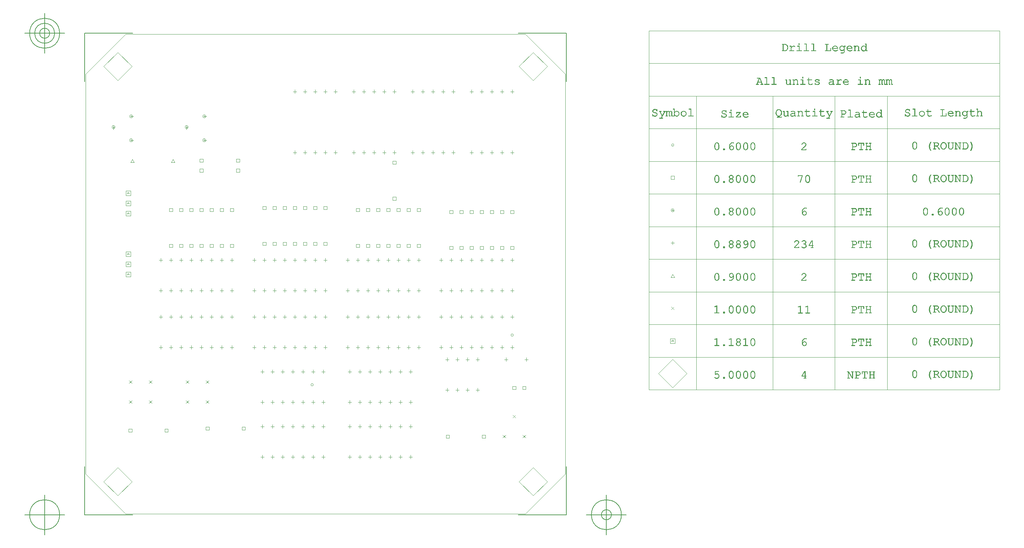
<source format=gbr>
G04 Generated by Ultiboard 14.3 *
%FSLAX34Y34*%
%MOMM*%

%ADD10C,0.0001*%
%ADD11C,0.0100*%
%ADD12C,0.1000*%
%ADD13C,0.0010*%
%ADD14C,0.1270*%


G04 ColorRGB 000000 for the following layer *
%LNDrill Symbols-Copper Top-Copper Bottom*%
%LPD*%
G54D11*
X441960Y213995D02*
X441960Y222885D01*
X437515Y218440D02*
X446405Y218440D01*
X513715Y142240D02*
X522605Y142240D01*
X518160Y137795D02*
X518160Y146685D01*
X462915Y142240D02*
X471805Y142240D01*
X467360Y137795D02*
X467360Y146685D01*
X488315Y142240D02*
X497205Y142240D01*
X492760Y137795D02*
X492760Y146685D01*
X539115Y142240D02*
X548005Y142240D01*
X543560Y137795D02*
X543560Y146685D01*
X564515Y142240D02*
X573405Y142240D01*
X568960Y137795D02*
X568960Y146685D01*
X594360Y137795D02*
X594360Y146685D01*
X589915Y142240D02*
X598805Y142240D01*
X594360Y213995D02*
X594360Y222885D01*
X589915Y218440D02*
X598805Y218440D01*
X513715Y218440D02*
X522605Y218440D01*
X518160Y213995D02*
X518160Y222885D01*
X462915Y218440D02*
X471805Y218440D01*
X467360Y213995D02*
X467360Y222885D01*
X488315Y218440D02*
X497205Y218440D01*
X492760Y213995D02*
X492760Y222885D01*
X539115Y218440D02*
X548005Y218440D01*
X543560Y213995D02*
X543560Y222885D01*
X564515Y218440D02*
X573405Y218440D01*
X568960Y213995D02*
X568960Y222885D01*
X441960Y137795D02*
X441960Y146685D01*
X437515Y142240D02*
X446405Y142240D01*
X655955Y218440D02*
X664845Y218440D01*
X660400Y213995D02*
X660400Y222885D01*
X732155Y142240D02*
X741045Y142240D01*
X736600Y137795D02*
X736600Y146685D01*
X685800Y137795D02*
X685800Y146685D01*
X681355Y142240D02*
X690245Y142240D01*
X711200Y137795D02*
X711200Y146685D01*
X706755Y142240D02*
X715645Y142240D01*
X762000Y137795D02*
X762000Y146685D01*
X757555Y142240D02*
X766445Y142240D01*
X787400Y137795D02*
X787400Y146685D01*
X782955Y142240D02*
X791845Y142240D01*
X808355Y142240D02*
X817245Y142240D01*
X812800Y137795D02*
X812800Y146685D01*
X808355Y218440D02*
X817245Y218440D01*
X812800Y213995D02*
X812800Y222885D01*
X732155Y218440D02*
X741045Y218440D01*
X736600Y213995D02*
X736600Y222885D01*
X681355Y218440D02*
X690245Y218440D01*
X685800Y213995D02*
X685800Y222885D01*
X706755Y218440D02*
X715645Y218440D01*
X711200Y213995D02*
X711200Y222885D01*
X757555Y218440D02*
X766445Y218440D01*
X762000Y213995D02*
X762000Y222885D01*
X787400Y213995D02*
X787400Y222885D01*
X782955Y218440D02*
X791845Y218440D01*
X655955Y142240D02*
X664845Y142240D01*
X660400Y137795D02*
X660400Y146685D01*
X437515Y355600D02*
X446405Y355600D01*
X441960Y351155D02*
X441960Y360045D01*
X518160Y274955D02*
X518160Y283845D01*
X513715Y279400D02*
X522605Y279400D01*
X462915Y279400D02*
X471805Y279400D01*
X467360Y274955D02*
X467360Y283845D01*
X488315Y279400D02*
X497205Y279400D01*
X492760Y274955D02*
X492760Y283845D01*
X539115Y279400D02*
X548005Y279400D01*
X543560Y274955D02*
X543560Y283845D01*
X568960Y274955D02*
X568960Y283845D01*
X564515Y279400D02*
X573405Y279400D01*
X589915Y279400D02*
X598805Y279400D01*
X594360Y274955D02*
X594360Y283845D01*
X589915Y355600D02*
X598805Y355600D01*
X594360Y351155D02*
X594360Y360045D01*
X513715Y355600D02*
X522605Y355600D01*
X518160Y351155D02*
X518160Y360045D01*
X462915Y355600D02*
X471805Y355600D01*
X467360Y351155D02*
X467360Y360045D01*
X488315Y355600D02*
X497205Y355600D01*
X492760Y351155D02*
X492760Y360045D01*
X543560Y351155D02*
X543560Y360045D01*
X539115Y355600D02*
X548005Y355600D01*
X568960Y351155D02*
X568960Y360045D01*
X564515Y355600D02*
X573405Y355600D01*
X437515Y279400D02*
X446405Y279400D01*
X441960Y274955D02*
X441960Y283845D01*
X655955Y355600D02*
X664845Y355600D01*
X660400Y351155D02*
X660400Y360045D01*
X736600Y274955D02*
X736600Y283845D01*
X732155Y279400D02*
X741045Y279400D01*
X681355Y279400D02*
X690245Y279400D01*
X685800Y274955D02*
X685800Y283845D01*
X706755Y279400D02*
X715645Y279400D01*
X711200Y274955D02*
X711200Y283845D01*
X757555Y279400D02*
X766445Y279400D01*
X762000Y274955D02*
X762000Y283845D01*
X787400Y274955D02*
X787400Y283845D01*
X782955Y279400D02*
X791845Y279400D01*
X808355Y279400D02*
X817245Y279400D01*
X812800Y274955D02*
X812800Y283845D01*
X808355Y355600D02*
X817245Y355600D01*
X812800Y351155D02*
X812800Y360045D01*
X732155Y355600D02*
X741045Y355600D01*
X736600Y351155D02*
X736600Y360045D01*
X681355Y355600D02*
X690245Y355600D01*
X685800Y351155D02*
X685800Y360045D01*
X706755Y355600D02*
X715645Y355600D01*
X711200Y351155D02*
X711200Y360045D01*
X762000Y351155D02*
X762000Y360045D01*
X757555Y355600D02*
X766445Y355600D01*
X782955Y355600D02*
X791845Y355600D01*
X787400Y351155D02*
X787400Y360045D01*
X660400Y274955D02*
X660400Y283845D01*
X655955Y279400D02*
X664845Y279400D01*
X904240Y381635D02*
X904240Y390525D01*
X899795Y386080D02*
X908685Y386080D01*
X925195Y309880D02*
X934085Y309880D01*
X929640Y305435D02*
X929640Y314325D01*
X975995Y309880D02*
X984885Y309880D01*
X980440Y305435D02*
X980440Y314325D01*
X950595Y309880D02*
X959485Y309880D01*
X955040Y305435D02*
X955040Y314325D01*
X980440Y381635D02*
X980440Y390525D01*
X975995Y386080D02*
X984885Y386080D01*
X929640Y381635D02*
X929640Y390525D01*
X925195Y386080D02*
X934085Y386080D01*
X950595Y386080D02*
X959485Y386080D01*
X955040Y381635D02*
X955040Y390525D01*
X899795Y309880D02*
X908685Y309880D01*
X904240Y305435D02*
X904240Y314325D01*
X563420Y322580D02*
G75*
D01*
G02X563420Y322580I3000J0*
G01*
X1063800Y447040D02*
G75*
D01*
G02X1063800Y447040I3000J0*
G01*
X183515Y635000D02*
X192405Y635000D01*
X187960Y630555D02*
X187960Y639445D01*
X238760Y554355D02*
X238760Y563245D01*
X234315Y558800D02*
X243205Y558800D01*
X213360Y554355D02*
X213360Y563245D01*
X208915Y558800D02*
X217805Y558800D01*
X259715Y558800D02*
X268605Y558800D01*
X264160Y554355D02*
X264160Y563245D01*
X310515Y558800D02*
X319405Y558800D01*
X314960Y554355D02*
X314960Y563245D01*
X285115Y558800D02*
X294005Y558800D01*
X289560Y554355D02*
X289560Y563245D01*
X335915Y558800D02*
X344805Y558800D01*
X340360Y554355D02*
X340360Y563245D01*
X365760Y554355D02*
X365760Y563245D01*
X361315Y558800D02*
X370205Y558800D01*
X335915Y635000D02*
X344805Y635000D01*
X340360Y630555D02*
X340360Y639445D01*
X264160Y630555D02*
X264160Y639445D01*
X259715Y635000D02*
X268605Y635000D01*
X234315Y635000D02*
X243205Y635000D01*
X238760Y630555D02*
X238760Y639445D01*
X208915Y635000D02*
X217805Y635000D01*
X213360Y630555D02*
X213360Y639445D01*
X310515Y635000D02*
X319405Y635000D01*
X314960Y630555D02*
X314960Y639445D01*
X289560Y630555D02*
X289560Y639445D01*
X285115Y635000D02*
X294005Y635000D01*
X365760Y630555D02*
X365760Y639445D01*
X361315Y635000D02*
X370205Y635000D01*
X187960Y554355D02*
X187960Y563245D01*
X183515Y558800D02*
X192405Y558800D01*
X417195Y635000D02*
X426085Y635000D01*
X421640Y630555D02*
X421640Y639445D01*
X467995Y558800D02*
X476885Y558800D01*
X472440Y554355D02*
X472440Y563245D01*
X442595Y558800D02*
X451485Y558800D01*
X447040Y554355D02*
X447040Y563245D01*
X493395Y558800D02*
X502285Y558800D01*
X497840Y554355D02*
X497840Y563245D01*
X544195Y558800D02*
X553085Y558800D01*
X548640Y554355D02*
X548640Y563245D01*
X518795Y558800D02*
X527685Y558800D01*
X523240Y554355D02*
X523240Y563245D01*
X574040Y554355D02*
X574040Y563245D01*
X569595Y558800D02*
X578485Y558800D01*
X599440Y554355D02*
X599440Y563245D01*
X594995Y558800D02*
X603885Y558800D01*
X569595Y635000D02*
X578485Y635000D01*
X574040Y630555D02*
X574040Y639445D01*
X493395Y635000D02*
X502285Y635000D01*
X497840Y630555D02*
X497840Y639445D01*
X467995Y635000D02*
X476885Y635000D01*
X472440Y630555D02*
X472440Y639445D01*
X442595Y635000D02*
X451485Y635000D01*
X447040Y630555D02*
X447040Y639445D01*
X544195Y635000D02*
X553085Y635000D01*
X548640Y630555D02*
X548640Y639445D01*
X518795Y635000D02*
X527685Y635000D01*
X523240Y630555D02*
X523240Y639445D01*
X594995Y635000D02*
X603885Y635000D01*
X599440Y630555D02*
X599440Y639445D01*
X421640Y554355D02*
X421640Y563245D01*
X417195Y558800D02*
X426085Y558800D01*
X655320Y630555D02*
X655320Y639445D01*
X650875Y635000D02*
X659765Y635000D01*
X701675Y558800D02*
X710565Y558800D01*
X706120Y554355D02*
X706120Y563245D01*
X676275Y558800D02*
X685165Y558800D01*
X680720Y554355D02*
X680720Y563245D01*
X727075Y558800D02*
X735965Y558800D01*
X731520Y554355D02*
X731520Y563245D01*
X777875Y558800D02*
X786765Y558800D01*
X782320Y554355D02*
X782320Y563245D01*
X752475Y558800D02*
X761365Y558800D01*
X756920Y554355D02*
X756920Y563245D01*
X803275Y558800D02*
X812165Y558800D01*
X807720Y554355D02*
X807720Y563245D01*
X828675Y558800D02*
X837565Y558800D01*
X833120Y554355D02*
X833120Y563245D01*
X803275Y635000D02*
X812165Y635000D01*
X807720Y630555D02*
X807720Y639445D01*
X727075Y635000D02*
X735965Y635000D01*
X731520Y630555D02*
X731520Y639445D01*
X701675Y635000D02*
X710565Y635000D01*
X706120Y630555D02*
X706120Y639445D01*
X680720Y630555D02*
X680720Y639445D01*
X676275Y635000D02*
X685165Y635000D01*
X782320Y630555D02*
X782320Y639445D01*
X777875Y635000D02*
X786765Y635000D01*
X752475Y635000D02*
X761365Y635000D01*
X756920Y630555D02*
X756920Y639445D01*
X828675Y635000D02*
X837565Y635000D01*
X833120Y630555D02*
X833120Y639445D01*
X655320Y554355D02*
X655320Y563245D01*
X650875Y558800D02*
X659765Y558800D01*
X889000Y630555D02*
X889000Y639445D01*
X884555Y635000D02*
X893445Y635000D01*
X935355Y558800D02*
X944245Y558800D01*
X939800Y554355D02*
X939800Y563245D01*
X914400Y554355D02*
X914400Y563245D01*
X909955Y558800D02*
X918845Y558800D01*
X960755Y558800D02*
X969645Y558800D01*
X965200Y554355D02*
X965200Y563245D01*
X1011555Y558800D02*
X1020445Y558800D01*
X1016000Y554355D02*
X1016000Y563245D01*
X990600Y554355D02*
X990600Y563245D01*
X986155Y558800D02*
X995045Y558800D01*
X1041400Y554355D02*
X1041400Y563245D01*
X1036955Y558800D02*
X1045845Y558800D01*
X1066800Y554355D02*
X1066800Y563245D01*
X1062355Y558800D02*
X1071245Y558800D01*
X1036955Y635000D02*
X1045845Y635000D01*
X1041400Y630555D02*
X1041400Y639445D01*
X965200Y630555D02*
X965200Y639445D01*
X960755Y635000D02*
X969645Y635000D01*
X935355Y635000D02*
X944245Y635000D01*
X939800Y630555D02*
X939800Y639445D01*
X909955Y635000D02*
X918845Y635000D01*
X914400Y630555D02*
X914400Y639445D01*
X1011555Y635000D02*
X1020445Y635000D01*
X1016000Y630555D02*
X1016000Y639445D01*
X986155Y635000D02*
X995045Y635000D01*
X990600Y630555D02*
X990600Y639445D01*
X1066800Y630555D02*
X1066800Y639445D01*
X1062355Y635000D02*
X1071245Y635000D01*
X884555Y558800D02*
X893445Y558800D01*
X889000Y554355D02*
X889000Y563245D01*
X910400Y751480D02*
X918400Y751480D01*
X918400Y759480D01*
X910400Y759480D01*
X910400Y751480D01*
X910300Y661480D02*
X918300Y661480D01*
X918300Y669480D01*
X910300Y669480D01*
X910300Y661480D01*
X935800Y751480D02*
X943800Y751480D01*
X943800Y759480D01*
X935800Y759480D01*
X935800Y751480D01*
X935700Y661480D02*
X943700Y661480D01*
X943700Y669480D01*
X935700Y669480D01*
X935700Y661480D01*
X961200Y751480D02*
X969200Y751480D01*
X969200Y759480D01*
X961200Y759480D01*
X961200Y751480D01*
X961100Y661480D02*
X969100Y661480D01*
X969100Y669480D01*
X961100Y669480D01*
X961100Y661480D01*
X986600Y751480D02*
X994600Y751480D01*
X994600Y759480D01*
X986600Y759480D01*
X986600Y751480D01*
X986500Y661480D02*
X994500Y661480D01*
X994500Y669480D01*
X986500Y669480D01*
X986500Y661480D01*
X1012000Y751480D02*
X1020000Y751480D01*
X1020000Y759480D01*
X1012000Y759480D01*
X1012000Y751480D01*
X1011900Y661480D02*
X1019900Y661480D01*
X1019900Y669480D01*
X1011900Y669480D01*
X1011900Y661480D01*
X1037400Y751480D02*
X1045400Y751480D01*
X1045400Y759480D01*
X1037400Y759480D01*
X1037400Y751480D01*
X1037300Y661480D02*
X1045300Y661480D01*
X1045300Y669480D01*
X1037300Y669480D01*
X1037300Y661480D01*
X1062800Y751480D02*
X1070800Y751480D01*
X1070800Y759480D01*
X1062800Y759480D01*
X1062800Y751480D01*
X1062700Y661480D02*
X1070700Y661480D01*
X1070700Y669480D01*
X1062700Y669480D01*
X1062700Y661480D01*
X209360Y756560D02*
X217360Y756560D01*
X217360Y764560D01*
X209360Y764560D01*
X209360Y756560D01*
X209260Y666560D02*
X217260Y666560D01*
X217260Y674560D01*
X209260Y674560D01*
X209260Y666560D01*
X234760Y756560D02*
X242760Y756560D01*
X242760Y764560D01*
X234760Y764560D01*
X234760Y756560D01*
X234660Y666560D02*
X242660Y666560D01*
X242660Y674560D01*
X234660Y674560D01*
X234660Y666560D01*
X260160Y756560D02*
X268160Y756560D01*
X268160Y764560D01*
X260160Y764560D01*
X260160Y756560D01*
X260060Y666560D02*
X268060Y666560D01*
X268060Y674560D01*
X260060Y674560D01*
X260060Y666560D01*
X285560Y756560D02*
X293560Y756560D01*
X293560Y764560D01*
X285560Y764560D01*
X285560Y756560D01*
X285460Y666560D02*
X293460Y666560D01*
X293460Y674560D01*
X285460Y674560D01*
X285460Y666560D01*
X310960Y756560D02*
X318960Y756560D01*
X318960Y764560D01*
X310960Y764560D01*
X310960Y756560D01*
X310860Y666560D02*
X318860Y666560D01*
X318860Y674560D01*
X310860Y674560D01*
X310860Y666560D01*
X336360Y756560D02*
X344360Y756560D01*
X344360Y764560D01*
X336360Y764560D01*
X336360Y756560D01*
X336260Y666560D02*
X344260Y666560D01*
X344260Y674560D01*
X336260Y674560D01*
X336260Y666560D01*
X361760Y756560D02*
X369760Y756560D01*
X369760Y764560D01*
X361760Y764560D01*
X361760Y756560D01*
X361660Y666560D02*
X369660Y666560D01*
X369660Y674560D01*
X361660Y674560D01*
X361660Y666560D01*
X443040Y761640D02*
X451040Y761640D01*
X451040Y769640D01*
X443040Y769640D01*
X443040Y761640D01*
X442940Y671640D02*
X450940Y671640D01*
X450940Y679640D01*
X442940Y679640D01*
X442940Y671640D01*
X468440Y761640D02*
X476440Y761640D01*
X476440Y769640D01*
X468440Y769640D01*
X468440Y761640D01*
X468340Y671640D02*
X476340Y671640D01*
X476340Y679640D01*
X468340Y679640D01*
X468340Y671640D01*
X493840Y761640D02*
X501840Y761640D01*
X501840Y769640D01*
X493840Y769640D01*
X493840Y761640D01*
X493740Y671640D02*
X501740Y671640D01*
X501740Y679640D01*
X493740Y679640D01*
X493740Y671640D01*
X519240Y761640D02*
X527240Y761640D01*
X527240Y769640D01*
X519240Y769640D01*
X519240Y761640D01*
X519140Y671640D02*
X527140Y671640D01*
X527140Y679640D01*
X519140Y679640D01*
X519140Y671640D01*
X544640Y761640D02*
X552640Y761640D01*
X552640Y769640D01*
X544640Y769640D01*
X544640Y761640D01*
X544540Y671640D02*
X552540Y671640D01*
X552540Y679640D01*
X544540Y679640D01*
X544540Y671640D01*
X570040Y761640D02*
X578040Y761640D01*
X578040Y769640D01*
X570040Y769640D01*
X570040Y761640D01*
X569940Y671640D02*
X577940Y671640D01*
X577940Y679640D01*
X569940Y679640D01*
X569940Y671640D01*
X595440Y761640D02*
X603440Y761640D01*
X603440Y769640D01*
X595440Y769640D01*
X595440Y761640D01*
X595340Y671640D02*
X603340Y671640D01*
X603340Y679640D01*
X595340Y679640D01*
X595340Y671640D01*
X676720Y756560D02*
X684720Y756560D01*
X684720Y764560D01*
X676720Y764560D01*
X676720Y756560D01*
X676620Y666560D02*
X684620Y666560D01*
X684620Y674560D01*
X676620Y674560D01*
X676620Y666560D01*
X702120Y756560D02*
X710120Y756560D01*
X710120Y764560D01*
X702120Y764560D01*
X702120Y756560D01*
X702020Y666560D02*
X710020Y666560D01*
X710020Y674560D01*
X702020Y674560D01*
X702020Y666560D01*
X727520Y756560D02*
X735520Y756560D01*
X735520Y764560D01*
X727520Y764560D01*
X727520Y756560D01*
X727420Y666560D02*
X735420Y666560D01*
X735420Y674560D01*
X727420Y674560D01*
X727420Y666560D01*
X752920Y756560D02*
X760920Y756560D01*
X760920Y764560D01*
X752920Y764560D01*
X752920Y756560D01*
X752820Y666560D02*
X760820Y666560D01*
X760820Y674560D01*
X752820Y674560D01*
X752820Y666560D01*
X778320Y756560D02*
X786320Y756560D01*
X786320Y764560D01*
X778320Y764560D01*
X778320Y756560D01*
X778220Y666560D02*
X786220Y666560D01*
X786220Y674560D01*
X778220Y674560D01*
X778220Y666560D01*
X803720Y756560D02*
X811720Y756560D01*
X811720Y764560D01*
X803720Y764560D01*
X803720Y756560D01*
X803620Y666560D02*
X811620Y666560D01*
X811620Y674560D01*
X803620Y674560D01*
X803620Y666560D01*
X829120Y756560D02*
X837120Y756560D01*
X837120Y764560D01*
X829120Y764560D01*
X829120Y756560D01*
X829020Y666560D02*
X837020Y666560D01*
X837020Y674560D01*
X829020Y674560D01*
X829020Y666560D01*
X768160Y784840D02*
X776160Y784840D01*
X776160Y792840D01*
X768160Y792840D01*
X768160Y784840D01*
X768260Y874840D02*
X776260Y874840D01*
X776260Y882840D01*
X768260Y882840D01*
X768260Y874840D01*
X285560Y854920D02*
X293560Y854920D01*
X293560Y862920D01*
X285560Y862920D01*
X285560Y854920D01*
X285560Y879920D02*
X293560Y879920D01*
X293560Y887920D01*
X285560Y887920D01*
X285560Y879920D01*
X377000Y854920D02*
X385000Y854920D01*
X385000Y862920D01*
X377000Y862920D01*
X377000Y854920D01*
X377000Y879920D02*
X385000Y879920D01*
X385000Y887920D01*
X377000Y887920D01*
X377000Y879920D01*
X716915Y904240D02*
X725805Y904240D01*
X721360Y899795D02*
X721360Y908685D01*
X670560Y899795D02*
X670560Y908685D01*
X666115Y904240D02*
X675005Y904240D01*
X691515Y904240D02*
X700405Y904240D01*
X695960Y899795D02*
X695960Y908685D01*
X742315Y904240D02*
X751205Y904240D01*
X746760Y899795D02*
X746760Y908685D01*
X767715Y904240D02*
X776605Y904240D01*
X772160Y899795D02*
X772160Y908685D01*
X716915Y1056640D02*
X725805Y1056640D01*
X721360Y1052195D02*
X721360Y1061085D01*
X666115Y1056640D02*
X675005Y1056640D01*
X670560Y1052195D02*
X670560Y1061085D01*
X691515Y1056640D02*
X700405Y1056640D01*
X695960Y1052195D02*
X695960Y1061085D01*
X742315Y1056640D02*
X751205Y1056640D01*
X746760Y1052195D02*
X746760Y1061085D01*
X772160Y1052195D02*
X772160Y1061085D01*
X767715Y1056640D02*
X776605Y1056640D01*
X868680Y899795D02*
X868680Y908685D01*
X864235Y904240D02*
X873125Y904240D01*
X817880Y899795D02*
X817880Y908685D01*
X813435Y904240D02*
X822325Y904240D01*
X838835Y904240D02*
X847725Y904240D01*
X843280Y899795D02*
X843280Y908685D01*
X889635Y904240D02*
X898525Y904240D01*
X894080Y899795D02*
X894080Y908685D01*
X919480Y899795D02*
X919480Y908685D01*
X915035Y904240D02*
X923925Y904240D01*
X864235Y1056640D02*
X873125Y1056640D01*
X868680Y1052195D02*
X868680Y1061085D01*
X813435Y1056640D02*
X822325Y1056640D01*
X817880Y1052195D02*
X817880Y1061085D01*
X838835Y1056640D02*
X847725Y1056640D01*
X843280Y1052195D02*
X843280Y1061085D01*
X889635Y1056640D02*
X898525Y1056640D01*
X894080Y1052195D02*
X894080Y1061085D01*
X919480Y1052195D02*
X919480Y1061085D01*
X915035Y1056640D02*
X923925Y1056640D01*
X1016000Y899795D02*
X1016000Y908685D01*
X1011555Y904240D02*
X1020445Y904240D01*
X965200Y899795D02*
X965200Y908685D01*
X960755Y904240D02*
X969645Y904240D01*
X986155Y904240D02*
X995045Y904240D01*
X990600Y899795D02*
X990600Y908685D01*
X1036955Y904240D02*
X1045845Y904240D01*
X1041400Y899795D02*
X1041400Y908685D01*
X1062355Y904240D02*
X1071245Y904240D01*
X1066800Y899795D02*
X1066800Y908685D01*
X1011555Y1056640D02*
X1020445Y1056640D01*
X1016000Y1052195D02*
X1016000Y1061085D01*
X960755Y1056640D02*
X969645Y1056640D01*
X965200Y1052195D02*
X965200Y1061085D01*
X986155Y1056640D02*
X995045Y1056640D01*
X990600Y1052195D02*
X990600Y1061085D01*
X1036955Y1056640D02*
X1045845Y1056640D01*
X1041400Y1052195D02*
X1041400Y1061085D01*
X1066800Y1052195D02*
X1066800Y1061085D01*
X1062355Y1056640D02*
X1071245Y1056640D01*
X1047115Y386080D02*
X1056005Y386080D01*
X1051560Y381635D02*
X1051560Y390525D01*
X1097915Y386080D02*
X1106805Y386080D01*
X1102360Y381635D02*
X1102360Y390525D01*
X1092880Y310960D02*
X1100880Y310960D01*
X1100880Y318960D01*
X1092880Y318960D01*
X1092880Y310960D01*
X1067880Y310960D02*
X1075880Y310960D01*
X1075880Y318960D01*
X1067880Y318960D01*
X1067880Y310960D01*
X569595Y904240D02*
X578485Y904240D01*
X574040Y899795D02*
X574040Y908685D01*
X518795Y904240D02*
X527685Y904240D01*
X523240Y899795D02*
X523240Y908685D01*
X544195Y904240D02*
X553085Y904240D01*
X548640Y899795D02*
X548640Y908685D01*
X594995Y904240D02*
X603885Y904240D01*
X599440Y899795D02*
X599440Y908685D01*
X620395Y904240D02*
X629285Y904240D01*
X624840Y899795D02*
X624840Y908685D01*
X574040Y1052195D02*
X574040Y1061085D01*
X569595Y1056640D02*
X578485Y1056640D01*
X523240Y1052195D02*
X523240Y1061085D01*
X518795Y1056640D02*
X527685Y1056640D01*
X544195Y1056640D02*
X553085Y1056640D01*
X548640Y1052195D02*
X548640Y1061085D01*
X599440Y1052195D02*
X599440Y1061085D01*
X594995Y1056640D02*
X603885Y1056640D01*
X624840Y1052195D02*
X624840Y1061085D01*
X620395Y1056640D02*
X629285Y1056640D01*
X390800Y209360D02*
X398800Y209360D01*
X398800Y217360D01*
X390800Y217360D01*
X390800Y209360D01*
X300800Y209460D02*
X308800Y209460D01*
X308800Y217460D01*
X300800Y217460D01*
X300800Y209460D01*
X112340Y879420D02*
X121340Y879420D01*
X116840Y887102D01*
X112340Y879420D01*
X213940Y879420D02*
X222940Y879420D01*
X218440Y887102D01*
X213940Y879420D01*
X65840Y967720D02*
G75*
D01*
G02X65840Y967720I4000J0*
G01*
X68284Y966577D02*
X68284Y968291D01*
X69173Y969434D01*
X70062Y969434D01*
X70951Y968291D01*
X70951Y966577D01*
X68284Y967434D02*
X70951Y967434D01*
X69840Y967720D02*
X69840Y961720D01*
X109840Y994720D02*
G75*
D01*
G02X109840Y994720I4000J0*
G01*
X112284Y993577D02*
X112284Y995291D01*
X113173Y996434D01*
X114062Y996434D01*
X114951Y995291D01*
X114951Y993577D01*
X112284Y994434D02*
X114951Y994434D01*
X113840Y994720D02*
X119840Y994720D01*
X109840Y934720D02*
G75*
D01*
G02X109840Y934720I4000J0*
G01*
X112284Y933577D02*
X112284Y935291D01*
X113173Y936434D01*
X114062Y936434D01*
X114951Y935291D01*
X114951Y933577D01*
X112284Y934434D02*
X114951Y934434D01*
X113840Y934720D02*
X119840Y934720D01*
X901680Y189040D02*
X909680Y189040D01*
X909680Y197040D01*
X901680Y197040D01*
X901680Y189040D01*
X991680Y188940D02*
X999680Y188940D01*
X999680Y196940D01*
X991680Y196940D01*
X991680Y188940D01*
X365760Y412115D02*
X365760Y421005D01*
X361315Y416560D02*
X370205Y416560D01*
X314960Y488315D02*
X314960Y497205D01*
X310515Y492760D02*
X319405Y492760D01*
X340360Y488315D02*
X340360Y497205D01*
X335915Y492760D02*
X344805Y492760D01*
X285115Y492760D02*
X294005Y492760D01*
X289560Y488315D02*
X289560Y497205D01*
X234315Y492760D02*
X243205Y492760D01*
X238760Y488315D02*
X238760Y497205D01*
X264160Y488315D02*
X264160Y497205D01*
X259715Y492760D02*
X268605Y492760D01*
X208915Y492760D02*
X217805Y492760D01*
X213360Y488315D02*
X213360Y497205D01*
X183515Y492760D02*
X192405Y492760D01*
X187960Y488315D02*
X187960Y497205D01*
X208915Y416560D02*
X217805Y416560D01*
X213360Y412115D02*
X213360Y421005D01*
X285115Y416560D02*
X294005Y416560D01*
X289560Y412115D02*
X289560Y421005D01*
X314960Y412115D02*
X314960Y421005D01*
X310515Y416560D02*
X319405Y416560D01*
X340360Y412115D02*
X340360Y421005D01*
X335915Y416560D02*
X344805Y416560D01*
X238760Y412115D02*
X238760Y421005D01*
X234315Y416560D02*
X243205Y416560D01*
X259715Y416560D02*
X268605Y416560D01*
X264160Y412115D02*
X264160Y421005D01*
X183515Y416560D02*
X192405Y416560D01*
X187960Y412115D02*
X187960Y421005D01*
X361315Y492760D02*
X370205Y492760D01*
X365760Y488315D02*
X365760Y497205D01*
X594995Y416560D02*
X603885Y416560D01*
X599440Y412115D02*
X599440Y421005D01*
X544195Y492760D02*
X553085Y492760D01*
X548640Y488315D02*
X548640Y497205D01*
X569595Y492760D02*
X578485Y492760D01*
X574040Y488315D02*
X574040Y497205D01*
X523240Y488315D02*
X523240Y497205D01*
X518795Y492760D02*
X527685Y492760D01*
X467995Y492760D02*
X476885Y492760D01*
X472440Y488315D02*
X472440Y497205D01*
X497840Y488315D02*
X497840Y497205D01*
X493395Y492760D02*
X502285Y492760D01*
X447040Y488315D02*
X447040Y497205D01*
X442595Y492760D02*
X451485Y492760D01*
X421640Y488315D02*
X421640Y497205D01*
X417195Y492760D02*
X426085Y492760D01*
X442595Y416560D02*
X451485Y416560D01*
X447040Y412115D02*
X447040Y421005D01*
X518795Y416560D02*
X527685Y416560D01*
X523240Y412115D02*
X523240Y421005D01*
X548640Y412115D02*
X548640Y421005D01*
X544195Y416560D02*
X553085Y416560D01*
X569595Y416560D02*
X578485Y416560D01*
X574040Y412115D02*
X574040Y421005D01*
X467995Y416560D02*
X476885Y416560D01*
X472440Y412115D02*
X472440Y421005D01*
X493395Y416560D02*
X502285Y416560D01*
X497840Y412115D02*
X497840Y421005D01*
X421640Y412115D02*
X421640Y421005D01*
X417195Y416560D02*
X426085Y416560D01*
X594995Y492760D02*
X603885Y492760D01*
X599440Y488315D02*
X599440Y497205D01*
X828675Y416560D02*
X837565Y416560D01*
X833120Y412115D02*
X833120Y421005D01*
X777875Y492760D02*
X786765Y492760D01*
X782320Y488315D02*
X782320Y497205D01*
X803275Y492760D02*
X812165Y492760D01*
X807720Y488315D02*
X807720Y497205D01*
X756920Y488315D02*
X756920Y497205D01*
X752475Y492760D02*
X761365Y492760D01*
X701675Y492760D02*
X710565Y492760D01*
X706120Y488315D02*
X706120Y497205D01*
X731520Y488315D02*
X731520Y497205D01*
X727075Y492760D02*
X735965Y492760D01*
X676275Y492760D02*
X685165Y492760D01*
X680720Y488315D02*
X680720Y497205D01*
X655320Y488315D02*
X655320Y497205D01*
X650875Y492760D02*
X659765Y492760D01*
X676275Y416560D02*
X685165Y416560D01*
X680720Y412115D02*
X680720Y421005D01*
X756920Y412115D02*
X756920Y421005D01*
X752475Y416560D02*
X761365Y416560D01*
X777875Y416560D02*
X786765Y416560D01*
X782320Y412115D02*
X782320Y421005D01*
X803275Y416560D02*
X812165Y416560D01*
X807720Y412115D02*
X807720Y421005D01*
X701675Y416560D02*
X710565Y416560D01*
X706120Y412115D02*
X706120Y421005D01*
X731520Y412115D02*
X731520Y421005D01*
X727075Y416560D02*
X735965Y416560D01*
X655320Y412115D02*
X655320Y421005D01*
X650875Y416560D02*
X659765Y416560D01*
X833120Y488315D02*
X833120Y497205D01*
X828675Y492760D02*
X837565Y492760D01*
X1066800Y412115D02*
X1066800Y421005D01*
X1062355Y416560D02*
X1071245Y416560D01*
X1011555Y492760D02*
X1020445Y492760D01*
X1016000Y488315D02*
X1016000Y497205D01*
X1036955Y492760D02*
X1045845Y492760D01*
X1041400Y488315D02*
X1041400Y497205D01*
X986155Y492760D02*
X995045Y492760D01*
X990600Y488315D02*
X990600Y497205D01*
X935355Y492760D02*
X944245Y492760D01*
X939800Y488315D02*
X939800Y497205D01*
X960755Y492760D02*
X969645Y492760D01*
X965200Y488315D02*
X965200Y497205D01*
X909955Y492760D02*
X918845Y492760D01*
X914400Y488315D02*
X914400Y497205D01*
X884555Y492760D02*
X893445Y492760D01*
X889000Y488315D02*
X889000Y497205D01*
X909955Y416560D02*
X918845Y416560D01*
X914400Y412115D02*
X914400Y421005D01*
X990600Y412115D02*
X990600Y421005D01*
X986155Y416560D02*
X995045Y416560D01*
X1011555Y416560D02*
X1020445Y416560D01*
X1016000Y412115D02*
X1016000Y421005D01*
X1036955Y416560D02*
X1045845Y416560D01*
X1041400Y412115D02*
X1041400Y421005D01*
X939800Y412115D02*
X939800Y421005D01*
X935355Y416560D02*
X944245Y416560D01*
X965200Y412115D02*
X965200Y421005D01*
X960755Y416560D02*
X969645Y416560D01*
X884555Y416560D02*
X893445Y416560D01*
X889000Y412115D02*
X889000Y421005D01*
X1062355Y492760D02*
X1071245Y492760D01*
X1066800Y488315D02*
X1066800Y497205D01*
X248720Y967720D02*
G75*
D01*
G02X248720Y967720I4000J0*
G01*
X251164Y966577D02*
X251164Y968291D01*
X252053Y969434D01*
X252942Y969434D01*
X253831Y968291D01*
X253831Y966577D01*
X251164Y967434D02*
X253831Y967434D01*
X252720Y967720D02*
X252720Y961720D01*
X292720Y994720D02*
G75*
D01*
G02X292720Y994720I4000J0*
G01*
X295164Y993577D02*
X295164Y995291D01*
X296053Y996434D01*
X296942Y996434D01*
X297831Y995291D01*
X297831Y993577D01*
X295164Y994434D02*
X297831Y994434D01*
X296720Y994720D02*
X302720Y994720D01*
X292720Y934720D02*
G75*
D01*
G02X292720Y934720I4000J0*
G01*
X295164Y933577D02*
X295164Y935291D01*
X296053Y936434D01*
X296942Y936434D01*
X297831Y935291D01*
X297831Y933577D01*
X295164Y934434D02*
X297831Y934434D01*
X296720Y934720D02*
X302720Y934720D01*
X197760Y204280D02*
X205760Y204280D01*
X205760Y212280D01*
X197760Y212280D01*
X197760Y204280D01*
X107760Y204380D02*
X115760Y204380D01*
X115760Y212380D01*
X107760Y212380D01*
X107760Y204380D01*
X1463819Y591480D02*
X1472819Y591480D01*
X1468319Y599162D01*
X1463819Y591480D01*
X1463874Y677691D02*
X1472764Y677691D01*
X1468319Y673246D02*
X1468319Y682136D01*
X1464319Y759401D02*
G75*
D01*
G02X1464319Y759401I4000J0*
G01*
X1466763Y758259D02*
X1466763Y759973D01*
X1467652Y761116D01*
X1468541Y761116D01*
X1469430Y759973D01*
X1469430Y758259D01*
X1466763Y759116D02*
X1469430Y759116D01*
X1464319Y837112D02*
X1472319Y837112D01*
X1472319Y845112D01*
X1464319Y845112D01*
X1464319Y837112D01*
X1465319Y922823D02*
G75*
D01*
G02X1465319Y922823I3000J0*
G01*
G54D12*
X1043344Y189904D02*
X1050416Y196976D01*
X1043344Y196976D02*
X1050416Y189904D01*
X1093344Y196976D02*
X1100416Y189904D01*
X1093344Y189904D02*
X1100416Y196976D01*
X1068344Y239904D02*
X1075416Y246976D01*
X1068344Y246976D02*
X1075416Y239904D01*
X108624Y326264D02*
X115696Y333336D01*
X108624Y333336D02*
X115696Y326264D01*
X158624Y333336D02*
X165696Y326264D01*
X158624Y326264D02*
X165696Y333336D01*
X108624Y283336D02*
X115696Y276264D01*
X108624Y276264D02*
X115696Y283336D01*
X158624Y283336D02*
X165696Y276264D01*
X158624Y276264D02*
X165696Y283336D01*
X300864Y326264D02*
X307936Y333336D01*
X300864Y333336D02*
X307936Y326264D01*
X250864Y326264D02*
X257936Y333336D01*
X250864Y333336D02*
X257936Y326264D01*
X250864Y283336D02*
X257936Y276264D01*
X250864Y276264D02*
X257936Y283336D01*
X300864Y276264D02*
X307936Y283336D01*
X300864Y283336D02*
X307936Y276264D01*
X80500Y45145D02*
X115855Y80500D01*
X80500Y115855D01*
X45145Y80500D01*
X80500Y45145D01*
X1119500Y45145D02*
X1154855Y80500D01*
X1119500Y115855D01*
X1084145Y80500D01*
X1119500Y45145D01*
X1119500Y1084145D02*
X1154855Y1119500D01*
X1119500Y1154855D01*
X1084145Y1119500D01*
X1119500Y1084145D01*
X80500Y1084145D02*
X115855Y1119500D01*
X80500Y1154855D01*
X45145Y1119500D01*
X80500Y1084145D01*
X100775Y796735D02*
X112585Y796735D01*
X112585Y808545D01*
X100775Y808545D01*
X100775Y796735D01*
X104384Y800953D02*
X104384Y803484D01*
X105696Y805171D01*
X107008Y805171D01*
X108320Y803484D01*
X108320Y800953D01*
X104384Y802218D02*
X108320Y802218D01*
X100775Y771335D02*
X112585Y771335D01*
X112585Y783145D01*
X100775Y783145D01*
X100775Y771335D01*
X104384Y775553D02*
X104384Y778084D01*
X105696Y779771D01*
X107008Y779771D01*
X108320Y778084D01*
X108320Y775553D01*
X104384Y776818D02*
X108320Y776818D01*
X100775Y745935D02*
X112585Y745935D01*
X112585Y757745D01*
X100775Y757745D01*
X100775Y745935D01*
X104384Y750153D02*
X104384Y752684D01*
X105696Y754371D01*
X107008Y754371D01*
X108320Y752684D01*
X108320Y750153D01*
X104384Y751418D02*
X108320Y751418D01*
X100775Y618935D02*
X112585Y618935D01*
X112585Y630745D01*
X100775Y630745D01*
X100775Y618935D01*
X104384Y623153D02*
X104384Y625684D01*
X105696Y627371D01*
X107008Y627371D01*
X108320Y625684D01*
X108320Y623153D01*
X104384Y624418D02*
X108320Y624418D01*
X100775Y644335D02*
X112585Y644335D01*
X112585Y656145D01*
X100775Y656145D01*
X100775Y644335D01*
X104384Y648553D02*
X104384Y651084D01*
X105696Y652771D01*
X107008Y652771D01*
X108320Y651084D01*
X108320Y648553D01*
X104384Y649818D02*
X108320Y649818D01*
X100775Y593535D02*
X112585Y593535D01*
X112585Y605345D01*
X100775Y605345D01*
X100775Y593535D01*
X104384Y597753D02*
X104384Y600284D01*
X105696Y601971D01*
X107008Y601971D01*
X108320Y600284D01*
X108320Y597753D01*
X104384Y599018D02*
X108320Y599018D01*
X1468319Y315493D02*
X1503674Y350848D01*
X1468319Y386204D01*
X1432963Y350848D01*
X1468319Y315493D01*
X1466022Y430872D02*
X1466022Y433402D01*
X1467335Y435090D01*
X1468647Y435090D01*
X1469959Y433402D01*
X1469959Y430872D01*
X1466022Y432137D02*
X1469959Y432137D01*
X1462414Y426654D02*
X1474224Y426654D01*
X1474224Y438464D01*
X1462414Y438464D01*
X1462414Y426654D01*
X1464783Y517805D02*
X1471854Y510734D01*
X1464783Y510734D02*
X1471854Y517805D01*
G54D13*
G36*
X1582283Y356019D02*
X1582283Y356019D01*
X1582283Y357264D01*
X1574929Y356019D01*
X1582283Y356019D01*
D02*
G37*
X1582283Y357264D01*
X1574929Y356019D01*
X1582283Y356019D01*
G36*
X1582283Y357264D02*
X1582283Y357264D01*
X1582283Y356019D01*
X1582660Y356063D01*
X1582283Y357264D01*
D02*
G37*
X1582283Y356019D01*
X1582660Y356063D01*
X1582283Y357264D01*
G36*
X1582660Y356063D02*
X1582660Y356063D01*
X1582660Y357220D01*
X1582283Y357264D01*
X1582660Y356063D01*
D02*
G37*
X1582660Y357220D01*
X1582283Y357264D01*
X1582660Y356063D01*
G36*
X1582660Y357220D02*
X1582660Y357220D01*
X1582660Y356063D01*
X1582913Y356195D01*
X1582660Y357220D01*
D02*
G37*
X1582660Y356063D01*
X1582913Y356195D01*
X1582660Y357220D01*
G36*
X1582913Y356195D02*
X1582913Y356195D01*
X1582913Y357089D01*
X1582660Y357220D01*
X1582913Y356195D01*
D02*
G37*
X1582913Y357089D01*
X1582660Y357220D01*
X1582913Y356195D01*
G36*
X1582913Y357089D02*
X1582913Y357089D01*
X1582913Y356195D01*
X1583055Y356393D01*
X1582913Y357089D01*
D02*
G37*
X1582913Y356195D01*
X1583055Y356393D01*
X1582913Y357089D01*
G36*
X1583055Y356393D02*
X1583055Y356393D01*
X1583055Y356887D01*
X1582913Y357089D01*
X1583055Y356393D01*
D02*
G37*
X1583055Y356887D01*
X1582913Y357089D01*
X1583055Y356393D01*
G36*
X1583055Y356887D02*
X1583055Y356887D01*
X1583055Y356393D01*
X1583103Y356634D01*
X1583055Y356887D01*
D02*
G37*
X1583055Y356393D01*
X1583103Y356634D01*
X1583055Y356887D01*
G36*
X1577980Y350850D02*
X1577980Y350850D01*
X1578782Y349676D01*
X1578899Y350907D01*
X1577980Y350850D01*
D02*
G37*
X1578782Y349676D01*
X1578899Y350907D01*
X1577980Y350850D01*
G36*
X1578782Y349676D02*
X1578782Y349676D01*
X1577980Y350850D01*
X1577009Y350680D01*
X1578782Y349676D01*
D02*
G37*
X1577980Y350850D01*
X1577009Y350680D01*
X1578782Y349676D01*
G36*
X1577009Y350680D02*
X1577009Y350680D01*
X1576863Y349424D01*
X1578782Y349676D01*
X1577009Y350680D01*
D02*
G37*
X1576863Y349424D01*
X1578782Y349676D01*
X1577009Y350680D01*
G36*
X1576863Y349424D02*
X1576863Y349424D01*
X1577009Y350680D01*
X1575991Y350396D01*
X1576863Y349424D01*
D02*
G37*
X1577009Y350680D01*
X1575991Y350396D01*
X1576863Y349424D01*
G36*
X1575991Y350396D02*
X1575991Y350396D01*
X1574944Y348666D01*
X1576863Y349424D01*
X1575991Y350396D01*
D02*
G37*
X1574944Y348666D01*
X1576863Y349424D01*
X1575991Y350396D01*
G36*
X1574944Y348666D02*
X1574944Y348666D01*
X1575991Y350396D01*
X1574929Y349999D01*
X1574944Y348666D01*
D02*
G37*
X1575991Y350396D01*
X1574929Y349999D01*
X1574944Y348666D01*
G36*
X1574929Y349999D02*
X1574929Y349999D01*
X1574545Y348490D01*
X1574944Y348666D01*
X1574929Y349999D01*
D02*
G37*
X1574545Y348490D01*
X1574944Y348666D01*
X1574929Y349999D01*
G36*
X1574545Y348490D02*
X1574545Y348490D01*
X1574929Y349999D01*
X1574929Y356019D01*
X1574545Y348490D01*
D02*
G37*
X1574929Y349999D01*
X1574929Y356019D01*
X1574545Y348490D01*
G36*
X1574929Y356019D02*
X1574929Y356019D01*
X1574285Y348431D01*
X1574545Y348490D01*
X1574929Y356019D01*
D02*
G37*
X1574285Y348431D01*
X1574545Y348490D01*
X1574929Y356019D01*
G36*
X1574285Y348431D02*
X1574285Y348431D01*
X1574929Y356019D01*
X1574047Y348475D01*
X1574285Y348431D01*
D02*
G37*
X1574929Y356019D01*
X1574047Y348475D01*
X1574285Y348431D01*
G36*
X1574929Y356019D02*
X1574929Y356019D01*
X1582283Y357264D01*
X1573699Y357264D01*
X1574929Y356019D01*
D02*
G37*
X1582283Y357264D01*
X1573699Y357264D01*
X1574929Y356019D01*
G36*
X1574929Y356019D01*
X1573699Y357264D01*
X1573739Y348819D01*
X1574929Y356019D01*
D02*
G37*
X1573699Y357264D01*
X1573739Y348819D01*
X1574929Y356019D01*
G36*
X1574929Y356019D01*
X1573739Y348819D01*
X1573860Y348607D01*
X1574929Y356019D01*
D02*
G37*
X1573739Y348819D01*
X1573860Y348607D01*
X1574929Y356019D01*
G36*
X1574929Y356019D01*
X1573860Y348607D01*
X1574047Y348475D01*
X1574929Y356019D01*
D02*
G37*
X1573860Y348607D01*
X1574047Y348475D01*
X1574929Y356019D01*
G36*
X1584236Y346265D02*
X1584236Y346265D01*
X1584224Y343608D01*
X1584333Y345004D01*
X1584236Y346265D01*
D02*
G37*
X1584224Y343608D01*
X1584333Y345004D01*
X1584236Y346265D01*
G36*
X1584224Y343608D02*
X1584224Y343608D01*
X1584236Y346265D01*
X1583456Y348404D01*
X1584224Y343608D01*
D02*
G37*
X1584236Y346265D01*
X1583456Y348404D01*
X1584224Y343608D01*
G36*
X1583456Y348404D02*
X1583456Y348404D01*
X1583345Y341235D01*
X1584224Y343608D01*
X1583456Y348404D01*
D02*
G37*
X1583345Y341235D01*
X1584224Y343608D01*
X1583456Y348404D01*
G36*
X1583345Y341235D02*
X1583345Y341235D01*
X1583456Y348404D01*
X1583088Y345062D01*
X1583345Y341235D01*
D02*
G37*
X1583456Y348404D01*
X1583088Y345062D01*
X1583345Y341235D01*
G36*
X1583088Y345062D02*
X1583088Y345062D01*
X1583000Y343900D01*
X1583345Y341235D01*
X1583088Y345062D01*
D02*
G37*
X1583000Y343900D01*
X1583345Y341235D01*
X1583088Y345062D01*
G36*
X1581872Y348409D02*
X1581872Y348409D01*
X1581946Y349992D01*
X1581223Y348964D01*
X1581872Y348409D01*
D02*
G37*
X1581946Y349992D01*
X1581223Y348964D01*
X1581872Y348409D01*
G36*
X1581946Y349992D02*
X1581946Y349992D01*
X1581872Y348409D01*
X1582404Y347725D01*
X1581946Y349992D01*
D02*
G37*
X1581872Y348409D01*
X1582404Y347725D01*
X1581946Y349992D01*
G36*
X1582404Y347725D02*
X1582404Y347725D01*
X1582773Y349281D01*
X1581946Y349992D01*
X1582404Y347725D01*
D02*
G37*
X1582773Y349281D01*
X1581946Y349992D01*
X1582404Y347725D01*
G36*
X1582773Y349281D02*
X1582773Y349281D01*
X1582404Y347725D01*
X1583012Y346051D01*
X1582773Y349281D01*
D02*
G37*
X1582404Y347725D01*
X1583012Y346051D01*
X1582773Y349281D01*
G36*
X1583012Y346051D02*
X1583012Y346051D01*
X1583456Y348404D01*
X1582773Y349281D01*
X1583012Y346051D01*
D02*
G37*
X1583456Y348404D01*
X1582773Y349281D01*
X1583012Y346051D01*
G36*
X1583456Y348404D02*
X1583456Y348404D01*
X1583012Y346051D01*
X1583088Y345062D01*
X1583456Y348404D01*
D02*
G37*
X1583012Y346051D01*
X1583088Y345062D01*
X1583456Y348404D01*
G36*
X1580009Y350805D02*
X1580009Y350805D01*
X1578899Y350907D01*
X1579678Y349597D01*
X1580009Y350805D01*
D02*
G37*
X1578899Y350907D01*
X1579678Y349597D01*
X1580009Y350805D01*
G36*
X1580009Y350805D01*
X1579678Y349597D01*
X1581223Y348964D01*
X1580009Y350805D01*
D02*
G37*
X1579678Y349597D01*
X1581223Y348964D01*
X1580009Y350805D01*
G36*
X1580009Y350805D01*
X1581223Y348964D01*
X1581946Y349992D01*
X1580009Y350805D01*
D02*
G37*
X1581223Y348964D01*
X1581946Y349992D01*
X1580009Y350805D01*
G36*
X1582576Y340257D02*
X1582576Y340257D01*
X1583345Y341235D01*
X1583000Y343900D01*
X1582576Y340257D01*
D02*
G37*
X1583345Y341235D01*
X1583000Y343900D01*
X1582576Y340257D01*
G36*
X1582576Y340257D01*
X1583000Y343900D01*
X1582297Y341941D01*
X1582576Y340257D01*
D02*
G37*
X1583000Y343900D01*
X1582297Y341941D01*
X1582576Y340257D01*
G36*
X1582576Y340257D01*
X1582297Y341941D01*
X1581682Y341144D01*
X1582576Y340257D01*
D02*
G37*
X1582297Y341941D01*
X1581682Y341144D01*
X1582576Y340257D01*
G36*
X1582576Y340257D01*
X1581682Y341144D01*
X1581642Y339463D01*
X1582576Y340257D01*
D02*
G37*
X1581682Y341144D01*
X1581642Y339463D01*
X1582576Y340257D01*
G36*
X1578181Y338441D02*
X1578181Y338441D01*
X1579152Y339764D01*
X1578122Y339672D01*
X1578181Y338441D01*
D02*
G37*
X1579152Y339764D01*
X1578122Y339672D01*
X1578181Y338441D01*
G36*
X1579152Y339764D02*
X1579152Y339764D01*
X1578181Y338441D01*
X1579445Y338555D01*
X1579152Y339764D01*
D02*
G37*
X1578181Y338441D01*
X1579445Y338555D01*
X1579152Y339764D01*
G36*
X1579445Y338555D02*
X1579445Y338555D01*
X1580932Y340500D01*
X1579152Y339764D01*
X1579445Y338555D01*
D02*
G37*
X1580932Y340500D01*
X1579152Y339764D01*
X1579445Y338555D01*
G36*
X1580932Y340500D02*
X1580932Y340500D01*
X1579445Y338555D01*
X1581642Y339463D01*
X1580932Y340500D01*
D02*
G37*
X1579445Y338555D01*
X1581642Y339463D01*
X1580932Y340500D01*
G36*
X1581642Y339463D02*
X1581642Y339463D01*
X1581682Y341144D01*
X1580932Y340500D01*
X1581642Y339463D01*
D02*
G37*
X1581682Y341144D01*
X1580932Y340500D01*
X1581642Y339463D01*
G36*
X1576843Y339801D02*
X1576843Y339801D01*
X1574434Y340833D01*
X1574827Y339217D01*
X1576843Y339801D01*
D02*
G37*
X1574434Y340833D01*
X1574827Y339217D01*
X1576843Y339801D01*
G36*
X1576843Y339801D01*
X1574827Y339217D01*
X1576471Y338635D01*
X1576843Y339801D01*
D02*
G37*
X1574827Y339217D01*
X1576471Y338635D01*
X1576843Y339801D01*
G36*
X1576843Y339801D01*
X1576471Y338635D01*
X1578181Y338441D01*
X1576843Y339801D01*
D02*
G37*
X1576471Y338635D01*
X1578181Y338441D01*
X1576843Y339801D01*
G36*
X1576843Y339801D01*
X1578181Y338441D01*
X1578122Y339672D01*
X1576843Y339801D01*
D02*
G37*
X1578181Y338441D01*
X1578122Y339672D01*
X1576843Y339801D01*
G36*
X1573735Y339825D02*
X1573735Y339825D01*
X1574827Y339217D01*
X1574434Y340833D01*
X1573735Y339825D01*
D02*
G37*
X1574827Y339217D01*
X1574434Y340833D01*
X1573735Y339825D01*
G36*
X1573735Y339825D01*
X1574434Y340833D01*
X1573303Y341737D01*
X1573735Y339825D01*
D02*
G37*
X1574434Y340833D01*
X1573303Y341737D01*
X1573735Y339825D01*
G36*
X1573735Y339825D01*
X1573303Y341737D01*
X1573032Y341935D01*
X1573735Y339825D01*
D02*
G37*
X1573303Y341737D01*
X1573032Y341935D01*
X1573735Y339825D01*
G36*
X1573735Y339825D01*
X1573032Y341935D01*
X1572776Y342001D01*
X1573735Y339825D01*
D02*
G37*
X1573032Y341935D01*
X1572776Y342001D01*
X1573735Y339825D01*
G36*
X1573735Y339825D01*
X1572776Y342001D01*
X1572747Y340565D01*
X1573735Y339825D01*
D02*
G37*
X1572776Y342001D01*
X1572747Y340565D01*
X1573735Y339825D01*
G36*
X1572556Y341955D02*
X1572556Y341955D01*
X1572747Y340565D01*
X1572776Y342001D01*
X1572556Y341955D01*
D02*
G37*
X1572747Y340565D01*
X1572776Y342001D01*
X1572556Y341955D01*
G36*
X1572747Y340565D02*
X1572747Y340565D01*
X1572556Y341955D01*
X1572366Y341818D01*
X1572747Y340565D01*
D02*
G37*
X1572556Y341955D01*
X1572366Y341818D01*
X1572747Y340565D01*
G36*
X1572366Y341818D02*
X1572366Y341818D01*
X1572329Y341008D01*
X1572747Y340565D01*
X1572366Y341818D01*
D02*
G37*
X1572329Y341008D01*
X1572747Y340565D01*
X1572366Y341818D01*
G36*
X1572329Y341008D02*
X1572329Y341008D01*
X1572366Y341818D01*
X1572234Y341614D01*
X1572329Y341008D01*
D02*
G37*
X1572366Y341818D01*
X1572234Y341614D01*
X1572329Y341008D01*
G36*
X1572234Y341614D02*
X1572234Y341614D01*
X1572190Y341371D01*
X1572329Y341008D01*
X1572234Y341614D01*
D02*
G37*
X1572190Y341371D01*
X1572329Y341008D01*
X1572234Y341614D01*
G36*
X1578899Y350907D02*
X1578899Y350907D01*
X1578782Y349676D01*
X1579678Y349597D01*
X1578899Y350907D01*
D02*
G37*
X1578782Y349676D01*
X1579678Y349597D01*
X1578899Y350907D01*
G36*
X1573739Y348819D02*
X1573739Y348819D01*
X1573699Y357264D01*
X1573699Y349105D01*
X1573739Y348819D01*
D02*
G37*
X1573699Y357264D01*
X1573699Y349105D01*
X1573739Y348819D01*
G36*
X1596067Y342411D02*
X1596067Y342411D01*
X1595314Y342268D01*
X1596067Y342411D01*
D02*
G37*
X1595314Y342268D01*
X1596067Y342411D01*
G36*
X1596067Y342411D01*
X1595314Y342268D01*
X1594668Y341839D01*
X1596067Y342411D01*
D02*
G37*
X1595314Y342268D01*
X1594668Y341839D01*
X1596067Y342411D01*
G36*
X1596067Y342411D01*
X1594668Y341839D01*
X1594223Y341199D01*
X1596067Y342411D01*
D02*
G37*
X1594668Y341839D01*
X1594223Y341199D01*
X1596067Y342411D01*
G36*
X1596067Y342411D01*
X1594223Y341199D01*
X1594075Y340419D01*
X1596067Y342411D01*
D02*
G37*
X1594223Y341199D01*
X1594075Y340419D01*
X1596067Y342411D01*
G36*
X1596067Y342411D01*
X1594075Y340419D01*
X1594221Y339659D01*
X1596067Y342411D01*
D02*
G37*
X1594075Y340419D01*
X1594221Y339659D01*
X1596067Y342411D01*
G36*
X1596067Y342411D01*
X1594221Y339659D01*
X1594661Y339020D01*
X1596067Y342411D01*
D02*
G37*
X1594221Y339659D01*
X1594661Y339020D01*
X1596067Y342411D01*
G36*
X1596067Y342411D01*
X1594661Y339020D01*
X1595305Y338586D01*
X1596067Y342411D01*
D02*
G37*
X1594661Y339020D01*
X1595305Y338586D01*
X1596067Y342411D01*
G36*
X1596067Y342411D01*
X1595305Y338586D01*
X1596067Y338441D01*
X1596067Y342411D01*
D02*
G37*
X1595305Y338586D01*
X1596067Y338441D01*
X1596067Y342411D01*
G36*
X1596067Y342411D01*
X1596067Y338441D01*
X1596594Y338441D01*
X1596067Y342411D01*
D02*
G37*
X1596067Y338441D01*
X1596594Y338441D01*
X1596067Y342411D01*
G36*
X1596067Y342411D01*
X1596594Y338441D01*
X1597347Y338584D01*
X1596067Y342411D01*
D02*
G37*
X1596594Y338441D01*
X1597347Y338584D01*
X1596067Y342411D01*
G36*
X1596067Y342411D01*
X1597347Y338584D01*
X1597993Y339012D01*
X1596067Y342411D01*
D02*
G37*
X1597347Y338584D01*
X1597993Y339012D01*
X1596067Y342411D01*
G36*
X1596067Y342411D01*
X1597993Y339012D01*
X1598438Y339653D01*
X1596067Y342411D01*
D02*
G37*
X1597993Y339012D01*
X1598438Y339653D01*
X1596067Y342411D01*
G36*
X1596067Y342411D01*
X1598438Y339653D01*
X1598586Y340433D01*
X1596067Y342411D01*
D02*
G37*
X1598438Y339653D01*
X1598586Y340433D01*
X1596067Y342411D01*
G36*
X1596067Y342411D01*
X1598586Y340433D01*
X1598440Y341193D01*
X1596067Y342411D01*
D02*
G37*
X1598586Y340433D01*
X1598440Y341193D01*
X1596067Y342411D01*
G36*
X1596067Y342411D01*
X1598440Y341193D01*
X1598000Y341832D01*
X1596067Y342411D01*
D02*
G37*
X1598440Y341193D01*
X1598000Y341832D01*
X1596067Y342411D01*
G36*
X1596067Y342411D01*
X1598000Y341832D01*
X1597356Y342266D01*
X1596067Y342411D01*
D02*
G37*
X1598000Y341832D01*
X1597356Y342266D01*
X1596067Y342411D01*
G36*
X1596067Y342411D01*
X1597356Y342266D01*
X1596594Y342411D01*
X1596067Y342411D01*
D02*
G37*
X1597356Y342266D01*
X1596594Y342411D01*
X1596067Y342411D01*
G36*
X1619893Y351178D02*
X1619893Y351178D01*
X1619651Y352548D01*
X1619855Y344660D01*
X1619893Y351178D01*
D02*
G37*
X1619651Y352548D01*
X1619855Y344660D01*
X1619893Y351178D01*
G36*
X1619893Y351178D01*
X1619855Y344660D01*
X1619973Y346542D01*
X1619893Y351178D01*
D02*
G37*
X1619855Y344660D01*
X1619973Y346542D01*
X1619893Y351178D01*
G36*
X1619893Y351178D01*
X1619973Y346542D01*
X1619973Y349589D01*
X1619893Y351178D01*
D02*
G37*
X1619973Y346542D01*
X1619973Y349589D01*
X1619893Y351178D01*
G36*
X1619351Y353474D02*
X1619351Y353474D01*
X1619855Y344660D01*
X1619651Y352548D01*
X1619351Y353474D01*
D02*
G37*
X1619855Y344660D01*
X1619651Y352548D01*
X1619351Y353474D01*
G36*
X1619855Y344660D02*
X1619855Y344660D01*
X1619351Y353474D01*
X1618918Y354496D01*
X1619855Y344660D01*
D02*
G37*
X1619351Y353474D01*
X1618918Y354496D01*
X1619855Y344660D01*
G36*
X1618918Y354496D02*
X1618918Y354496D01*
X1618910Y341518D01*
X1619855Y344660D01*
X1618918Y354496D01*
D02*
G37*
X1618910Y341518D01*
X1619855Y344660D01*
X1618918Y354496D01*
G36*
X1618910Y341518D02*
X1618910Y341518D01*
X1618918Y354496D01*
X1618743Y349427D01*
X1618910Y341518D01*
D02*
G37*
X1618918Y354496D01*
X1618743Y349427D01*
X1618910Y341518D01*
G36*
X1618743Y349427D02*
X1618743Y349427D01*
X1618743Y346717D01*
X1618910Y341518D01*
X1618743Y349427D01*
D02*
G37*
X1618743Y346717D01*
X1618910Y341518D01*
X1618743Y349427D01*
G36*
X1617146Y355067D02*
X1617146Y355067D01*
X1617237Y356753D01*
X1616725Y355543D01*
X1617146Y355067D01*
D02*
G37*
X1617237Y356753D01*
X1616725Y355543D01*
X1617146Y355067D01*
G36*
X1617237Y356753D02*
X1617237Y356753D01*
X1617146Y355067D01*
X1617730Y354022D01*
X1617237Y356753D01*
D02*
G37*
X1617146Y355067D01*
X1617730Y354022D01*
X1617237Y356753D01*
G36*
X1617730Y354022D02*
X1617730Y354022D01*
X1617981Y356063D01*
X1617237Y356753D01*
X1617730Y354022D01*
D02*
G37*
X1617981Y356063D01*
X1617237Y356753D01*
X1617730Y354022D01*
G36*
X1617981Y356063D02*
X1617981Y356063D01*
X1617730Y354022D01*
X1618252Y352672D01*
X1617981Y356063D01*
D02*
G37*
X1617730Y354022D01*
X1618252Y352672D01*
X1617981Y356063D01*
G36*
X1618252Y352672D02*
X1618252Y352672D01*
X1618435Y355422D01*
X1617981Y356063D01*
X1618252Y352672D01*
D02*
G37*
X1618435Y355422D01*
X1617981Y356063D01*
X1618252Y352672D01*
G36*
X1618435Y355422D02*
X1618435Y355422D01*
X1618252Y352672D01*
X1618620Y351110D01*
X1618435Y355422D01*
D02*
G37*
X1618252Y352672D01*
X1618620Y351110D01*
X1618435Y355422D01*
G36*
X1618620Y351110D02*
X1618620Y351110D01*
X1618918Y354496D01*
X1618435Y355422D01*
X1618620Y351110D01*
D02*
G37*
X1618918Y354496D01*
X1618435Y355422D01*
X1618620Y351110D01*
G36*
X1618918Y354496D02*
X1618918Y354496D01*
X1618620Y351110D01*
X1618743Y349427D01*
X1618918Y354496D01*
D02*
G37*
X1618620Y351110D01*
X1618743Y349427D01*
X1618918Y354496D01*
G36*
X1615308Y356330D02*
X1615308Y356330D01*
X1615366Y357596D01*
X1614319Y356459D01*
X1615308Y356330D01*
D02*
G37*
X1615366Y357596D01*
X1614319Y356459D01*
X1615308Y356330D01*
G36*
X1615366Y357596D02*
X1615366Y357596D01*
X1615308Y356330D01*
X1616194Y355946D01*
X1615366Y357596D01*
D02*
G37*
X1615308Y356330D01*
X1616194Y355946D01*
X1615366Y357596D01*
G36*
X1616194Y355946D02*
X1616194Y355946D01*
X1616355Y357272D01*
X1615366Y357596D01*
X1616194Y355946D01*
D02*
G37*
X1616355Y357272D01*
X1615366Y357596D01*
X1616194Y355946D01*
G36*
X1616355Y357272D02*
X1616355Y357272D01*
X1616194Y355946D01*
X1616725Y355543D01*
X1616355Y357272D01*
D02*
G37*
X1616194Y355946D01*
X1616725Y355543D01*
X1616355Y357272D01*
G36*
X1616725Y355543D02*
X1616725Y355543D01*
X1617237Y356753D01*
X1616355Y357272D01*
X1616725Y355543D01*
D02*
G37*
X1617237Y356753D01*
X1616355Y357272D01*
X1616725Y355543D01*
G36*
X1610569Y353251D02*
X1610569Y353251D01*
X1610569Y355887D01*
X1609983Y350790D01*
X1610569Y353251D01*
D02*
G37*
X1610569Y355887D01*
X1609983Y350790D01*
X1610569Y353251D01*
G36*
X1610569Y355887D02*
X1610569Y355887D01*
X1610569Y353251D01*
X1611081Y354349D01*
X1610569Y355887D01*
D02*
G37*
X1610569Y353251D01*
X1611081Y354349D01*
X1610569Y355887D01*
G36*
X1611081Y354349D02*
X1611081Y354349D01*
X1611357Y356682D01*
X1610569Y355887D01*
X1611081Y354349D01*
D02*
G37*
X1611357Y356682D01*
X1610569Y355887D01*
X1611081Y354349D01*
G36*
X1611357Y356682D02*
X1611357Y356682D01*
X1611081Y354349D01*
X1611723Y355272D01*
X1611357Y356682D01*
D02*
G37*
X1611081Y354349D01*
X1611723Y355272D01*
X1611357Y356682D01*
G36*
X1611723Y355272D02*
X1611723Y355272D01*
X1613225Y357590D01*
X1611357Y356682D01*
X1611723Y355272D01*
D02*
G37*
X1613225Y357590D01*
X1611357Y356682D01*
X1611723Y355272D01*
G36*
X1613225Y357590D02*
X1613225Y357590D01*
X1611723Y355272D01*
X1613342Y356327D01*
X1613225Y357590D01*
D02*
G37*
X1611723Y355272D01*
X1613342Y356327D01*
X1613225Y357590D01*
G36*
X1613342Y356327D02*
X1613342Y356327D01*
X1614304Y357704D01*
X1613225Y357590D01*
X1613342Y356327D01*
D02*
G37*
X1614304Y357704D01*
X1613225Y357590D01*
X1613342Y356327D01*
G36*
X1614304Y357704D02*
X1614304Y357704D01*
X1613342Y356327D01*
X1614319Y356459D01*
X1614304Y357704D01*
D02*
G37*
X1613342Y356327D01*
X1614319Y356459D01*
X1614304Y357704D01*
G36*
X1614319Y356459D02*
X1614319Y356459D01*
X1615366Y357596D01*
X1614304Y357704D01*
X1614319Y356459D01*
D02*
G37*
X1615366Y357596D01*
X1614304Y357704D01*
X1614319Y356459D01*
G36*
X1609742Y354626D02*
X1609742Y354626D01*
X1608797Y351476D01*
X1609016Y343597D01*
X1609742Y354626D01*
D02*
G37*
X1608797Y351476D01*
X1609016Y343597D01*
X1609742Y354626D01*
G36*
X1609742Y354626D01*
X1609016Y343597D01*
X1609307Y342660D01*
X1609742Y354626D01*
D02*
G37*
X1609016Y343597D01*
X1609307Y342660D01*
X1609742Y354626D01*
G36*
X1609742Y354626D01*
X1609307Y342660D01*
X1609741Y341634D01*
X1609742Y354626D01*
D02*
G37*
X1609307Y342660D01*
X1609741Y341634D01*
X1609742Y354626D01*
G36*
X1609742Y354626D01*
X1609741Y341634D01*
X1609910Y346717D01*
X1609742Y354626D01*
D02*
G37*
X1609741Y341634D01*
X1609910Y346717D01*
X1609742Y354626D01*
G36*
X1609742Y354626D01*
X1609910Y346717D01*
X1609910Y349427D01*
X1609742Y354626D01*
D02*
G37*
X1609910Y346717D01*
X1609910Y349427D01*
X1609742Y354626D01*
G36*
X1609742Y354626D01*
X1609910Y349427D01*
X1609983Y350790D01*
X1609742Y354626D01*
D02*
G37*
X1609910Y349427D01*
X1609983Y350790D01*
X1609742Y354626D01*
G36*
X1609742Y354626D01*
X1609983Y350790D01*
X1610569Y355887D01*
X1609742Y354626D01*
D02*
G37*
X1609983Y350790D01*
X1610569Y355887D01*
X1609742Y354626D01*
G36*
X1618669Y345355D02*
X1618669Y345355D01*
X1618910Y341518D01*
X1618743Y346717D01*
X1618669Y345355D01*
D02*
G37*
X1618910Y341518D01*
X1618743Y346717D01*
X1618669Y345355D01*
G36*
X1618910Y341518D02*
X1618910Y341518D01*
X1618669Y345355D01*
X1618083Y342890D01*
X1618910Y341518D01*
D02*
G37*
X1618669Y345355D01*
X1618083Y342890D01*
X1618910Y341518D01*
G36*
X1618083Y342890D02*
X1618083Y342890D01*
X1618083Y340257D01*
X1618910Y341518D01*
X1618083Y342890D01*
D02*
G37*
X1618083Y340257D01*
X1618910Y341518D01*
X1618083Y342890D01*
G36*
X1618083Y340257D02*
X1618083Y340257D01*
X1618083Y342890D01*
X1617571Y341788D01*
X1618083Y340257D01*
D02*
G37*
X1618083Y342890D01*
X1617571Y341788D01*
X1618083Y340257D01*
G36*
X1617571Y341788D02*
X1617571Y341788D01*
X1617295Y339463D01*
X1618083Y340257D01*
X1617571Y341788D01*
D02*
G37*
X1617295Y339463D01*
X1618083Y340257D01*
X1617571Y341788D01*
G36*
X1617295Y339463D02*
X1617295Y339463D01*
X1617571Y341788D01*
X1616930Y340862D01*
X1617295Y339463D01*
D02*
G37*
X1617571Y341788D01*
X1616930Y340862D01*
X1617295Y339463D01*
G36*
X1616930Y340862D02*
X1616930Y340862D01*
X1615427Y338555D01*
X1617295Y339463D01*
X1616930Y340862D01*
D02*
G37*
X1615427Y338555D01*
X1617295Y339463D01*
X1616930Y340862D01*
G36*
X1615427Y338555D02*
X1615427Y338555D01*
X1616930Y340862D01*
X1615319Y339804D01*
X1615427Y338555D01*
D02*
G37*
X1616930Y340862D01*
X1615319Y339804D01*
X1615427Y338555D01*
G36*
X1615319Y339804D02*
X1615319Y339804D01*
X1614348Y339672D01*
X1615427Y338555D01*
X1615319Y339804D01*
D02*
G37*
X1614348Y339672D01*
X1615427Y338555D01*
X1615319Y339804D01*
G36*
X1614348Y339672D02*
X1614348Y339672D01*
X1614348Y338441D01*
X1615427Y338555D01*
X1614348Y339672D01*
D02*
G37*
X1614348Y338441D01*
X1615427Y338555D01*
X1614348Y339672D01*
G36*
X1614348Y338441D02*
X1614348Y338441D01*
X1614348Y339672D01*
X1613348Y339803D01*
X1614348Y338441D01*
D02*
G37*
X1614348Y339672D01*
X1613348Y339803D01*
X1614348Y338441D01*
G36*
X1613348Y339803D02*
X1613348Y339803D01*
X1613295Y338549D01*
X1614348Y338441D01*
X1613348Y339803D01*
D02*
G37*
X1613295Y338549D01*
X1614348Y338441D01*
X1613348Y339803D01*
G36*
X1613295Y338549D02*
X1613295Y338549D01*
X1613348Y339803D01*
X1612458Y340199D01*
X1613295Y338549D01*
D02*
G37*
X1613348Y339803D01*
X1612458Y340199D01*
X1613295Y338549D01*
G36*
X1612458Y340199D02*
X1612458Y340199D01*
X1612305Y338873D01*
X1613295Y338549D01*
X1612458Y340199D01*
D02*
G37*
X1612305Y338873D01*
X1613295Y338549D01*
X1612458Y340199D01*
G36*
X1612305Y338873D02*
X1612305Y338873D01*
X1612458Y340199D01*
X1611931Y340598D01*
X1612305Y338873D01*
D02*
G37*
X1612458Y340199D01*
X1611931Y340598D01*
X1612305Y338873D01*
G36*
X1611931Y340598D02*
X1611931Y340598D01*
X1611521Y341063D01*
X1612305Y338873D01*
X1611931Y340598D01*
D02*
G37*
X1611521Y341063D01*
X1612305Y338873D01*
X1611931Y340598D01*
G36*
X1611521Y341063D02*
X1611521Y341063D01*
X1611417Y339391D01*
X1612305Y338873D01*
X1611521Y341063D01*
D02*
G37*
X1611417Y339391D01*
X1612305Y338873D01*
X1611521Y341063D01*
G36*
X1611417Y339391D02*
X1611417Y339391D01*
X1611521Y341063D01*
X1610926Y342110D01*
X1611417Y339391D01*
D02*
G37*
X1611521Y341063D01*
X1610926Y342110D01*
X1611417Y339391D01*
G36*
X1610926Y342110D02*
X1610926Y342110D01*
X1610671Y340082D01*
X1611417Y339391D01*
X1610926Y342110D01*
D02*
G37*
X1610671Y340082D01*
X1611417Y339391D01*
X1610926Y342110D01*
G36*
X1610671Y340082D02*
X1610671Y340082D01*
X1610926Y342110D01*
X1610400Y343465D01*
X1610671Y340082D01*
D02*
G37*
X1610926Y342110D01*
X1610400Y343465D01*
X1610671Y340082D01*
G36*
X1610400Y343465D02*
X1610400Y343465D01*
X1610226Y340712D01*
X1610671Y340082D01*
X1610400Y343465D01*
D02*
G37*
X1610226Y340712D01*
X1610671Y340082D01*
X1610400Y343465D01*
G36*
X1610226Y340712D02*
X1610226Y340712D01*
X1610400Y343465D01*
X1610032Y345033D01*
X1610226Y340712D01*
D02*
G37*
X1610400Y343465D01*
X1610032Y345033D01*
X1610226Y340712D01*
G36*
X1610032Y345033D02*
X1610032Y345033D01*
X1609910Y346717D01*
X1610226Y340712D01*
X1610032Y345033D01*
D02*
G37*
X1609910Y346717D01*
X1610226Y340712D01*
X1610032Y345033D01*
G36*
X1608763Y344963D02*
X1608763Y344963D01*
X1609016Y343597D01*
X1608797Y351476D01*
X1608763Y344963D01*
D02*
G37*
X1609016Y343597D01*
X1608797Y351476D01*
X1608763Y344963D01*
G36*
X1608763Y344963D01*
X1608797Y351476D01*
X1608679Y349589D01*
X1608763Y344963D01*
D02*
G37*
X1608797Y351476D01*
X1608679Y349589D01*
X1608763Y344963D01*
G36*
X1608763Y344963D01*
X1608679Y349589D01*
X1608679Y346542D01*
X1608763Y344963D01*
D02*
G37*
X1608679Y349589D01*
X1608679Y346542D01*
X1608763Y344963D01*
G36*
X1609910Y346717D02*
X1609910Y346717D01*
X1609741Y341634D01*
X1610226Y340712D01*
X1609910Y346717D01*
D02*
G37*
X1609741Y341634D01*
X1610226Y340712D01*
X1609910Y346717D01*
G36*
X1637895Y351178D02*
X1637895Y351178D01*
X1637654Y352548D01*
X1637858Y344660D01*
X1637895Y351178D01*
D02*
G37*
X1637654Y352548D01*
X1637858Y344660D01*
X1637895Y351178D01*
G36*
X1637895Y351178D01*
X1637858Y344660D01*
X1637976Y346542D01*
X1637895Y351178D01*
D02*
G37*
X1637858Y344660D01*
X1637976Y346542D01*
X1637895Y351178D01*
G36*
X1637895Y351178D01*
X1637976Y346542D01*
X1637976Y349589D01*
X1637895Y351178D01*
D02*
G37*
X1637976Y346542D01*
X1637976Y349589D01*
X1637895Y351178D01*
G36*
X1637353Y353474D02*
X1637353Y353474D01*
X1637858Y344660D01*
X1637654Y352548D01*
X1637353Y353474D01*
D02*
G37*
X1637858Y344660D01*
X1637654Y352548D01*
X1637353Y353474D01*
G36*
X1637858Y344660D02*
X1637858Y344660D01*
X1637353Y353474D01*
X1636921Y354496D01*
X1637858Y344660D01*
D02*
G37*
X1637353Y353474D01*
X1636921Y354496D01*
X1637858Y344660D01*
G36*
X1636921Y354496D02*
X1636921Y354496D01*
X1636913Y341518D01*
X1637858Y344660D01*
X1636921Y354496D01*
D02*
G37*
X1636913Y341518D01*
X1637858Y344660D01*
X1636921Y354496D01*
G36*
X1636913Y341518D02*
X1636913Y341518D01*
X1636921Y354496D01*
X1636746Y349427D01*
X1636913Y341518D01*
D02*
G37*
X1636921Y354496D01*
X1636746Y349427D01*
X1636913Y341518D01*
G36*
X1636746Y349427D02*
X1636746Y349427D01*
X1636746Y346717D01*
X1636913Y341518D01*
X1636746Y349427D01*
D02*
G37*
X1636746Y346717D01*
X1636913Y341518D01*
X1636746Y349427D01*
G36*
X1635149Y355067D02*
X1635149Y355067D01*
X1635240Y356753D01*
X1634728Y355543D01*
X1635149Y355067D01*
D02*
G37*
X1635240Y356753D01*
X1634728Y355543D01*
X1635149Y355067D01*
G36*
X1635240Y356753D02*
X1635240Y356753D01*
X1635149Y355067D01*
X1635733Y354022D01*
X1635240Y356753D01*
D02*
G37*
X1635149Y355067D01*
X1635733Y354022D01*
X1635240Y356753D01*
G36*
X1635733Y354022D02*
X1635733Y354022D01*
X1635984Y356063D01*
X1635240Y356753D01*
X1635733Y354022D01*
D02*
G37*
X1635984Y356063D01*
X1635240Y356753D01*
X1635733Y354022D01*
G36*
X1635984Y356063D02*
X1635984Y356063D01*
X1635733Y354022D01*
X1636255Y352672D01*
X1635984Y356063D01*
D02*
G37*
X1635733Y354022D01*
X1636255Y352672D01*
X1635984Y356063D01*
G36*
X1636255Y352672D02*
X1636255Y352672D01*
X1636438Y355422D01*
X1635984Y356063D01*
X1636255Y352672D01*
D02*
G37*
X1636438Y355422D01*
X1635984Y356063D01*
X1636255Y352672D01*
G36*
X1636438Y355422D02*
X1636438Y355422D01*
X1636255Y352672D01*
X1636623Y351110D01*
X1636438Y355422D01*
D02*
G37*
X1636255Y352672D01*
X1636623Y351110D01*
X1636438Y355422D01*
G36*
X1636623Y351110D02*
X1636623Y351110D01*
X1636921Y354496D01*
X1636438Y355422D01*
X1636623Y351110D01*
D02*
G37*
X1636921Y354496D01*
X1636438Y355422D01*
X1636623Y351110D01*
G36*
X1636921Y354496D02*
X1636921Y354496D01*
X1636623Y351110D01*
X1636746Y349427D01*
X1636921Y354496D01*
D02*
G37*
X1636623Y351110D01*
X1636746Y349427D01*
X1636921Y354496D01*
G36*
X1633310Y356330D02*
X1633310Y356330D01*
X1633369Y357596D01*
X1632322Y356459D01*
X1633310Y356330D01*
D02*
G37*
X1633369Y357596D01*
X1632322Y356459D01*
X1633310Y356330D01*
G36*
X1633369Y357596D02*
X1633369Y357596D01*
X1633310Y356330D01*
X1634197Y355946D01*
X1633369Y357596D01*
D02*
G37*
X1633310Y356330D01*
X1634197Y355946D01*
X1633369Y357596D01*
G36*
X1634197Y355946D02*
X1634197Y355946D01*
X1634358Y357272D01*
X1633369Y357596D01*
X1634197Y355946D01*
D02*
G37*
X1634358Y357272D01*
X1633369Y357596D01*
X1634197Y355946D01*
G36*
X1634358Y357272D02*
X1634358Y357272D01*
X1634197Y355946D01*
X1634728Y355543D01*
X1634358Y357272D01*
D02*
G37*
X1634197Y355946D01*
X1634728Y355543D01*
X1634358Y357272D01*
G36*
X1634728Y355543D02*
X1634728Y355543D01*
X1635240Y356753D01*
X1634358Y357272D01*
X1634728Y355543D01*
D02*
G37*
X1635240Y356753D01*
X1634358Y357272D01*
X1634728Y355543D01*
G36*
X1628572Y353251D02*
X1628572Y353251D01*
X1628572Y355887D01*
X1627986Y350790D01*
X1628572Y353251D01*
D02*
G37*
X1628572Y355887D01*
X1627986Y350790D01*
X1628572Y353251D01*
G36*
X1628572Y355887D02*
X1628572Y355887D01*
X1628572Y353251D01*
X1629084Y354349D01*
X1628572Y355887D01*
D02*
G37*
X1628572Y353251D01*
X1629084Y354349D01*
X1628572Y355887D01*
G36*
X1629084Y354349D02*
X1629084Y354349D01*
X1629360Y356682D01*
X1628572Y355887D01*
X1629084Y354349D01*
D02*
G37*
X1629360Y356682D01*
X1628572Y355887D01*
X1629084Y354349D01*
G36*
X1629360Y356682D02*
X1629360Y356682D01*
X1629084Y354349D01*
X1629726Y355272D01*
X1629360Y356682D01*
D02*
G37*
X1629084Y354349D01*
X1629726Y355272D01*
X1629360Y356682D01*
G36*
X1629726Y355272D02*
X1629726Y355272D01*
X1631228Y357590D01*
X1629360Y356682D01*
X1629726Y355272D01*
D02*
G37*
X1631228Y357590D01*
X1629360Y356682D01*
X1629726Y355272D01*
G36*
X1631228Y357590D02*
X1631228Y357590D01*
X1629726Y355272D01*
X1631345Y356327D01*
X1631228Y357590D01*
D02*
G37*
X1629726Y355272D01*
X1631345Y356327D01*
X1631228Y357590D01*
G36*
X1631345Y356327D02*
X1631345Y356327D01*
X1632307Y357704D01*
X1631228Y357590D01*
X1631345Y356327D01*
D02*
G37*
X1632307Y357704D01*
X1631228Y357590D01*
X1631345Y356327D01*
G36*
X1632307Y357704D02*
X1632307Y357704D01*
X1631345Y356327D01*
X1632322Y356459D01*
X1632307Y357704D01*
D02*
G37*
X1631345Y356327D01*
X1632322Y356459D01*
X1632307Y357704D01*
G36*
X1632322Y356459D02*
X1632322Y356459D01*
X1633369Y357596D01*
X1632307Y357704D01*
X1632322Y356459D01*
D02*
G37*
X1633369Y357596D01*
X1632307Y357704D01*
X1632322Y356459D01*
G36*
X1627745Y354626D02*
X1627745Y354626D01*
X1626800Y351476D01*
X1627019Y343597D01*
X1627745Y354626D01*
D02*
G37*
X1626800Y351476D01*
X1627019Y343597D01*
X1627745Y354626D01*
G36*
X1627745Y354626D01*
X1627019Y343597D01*
X1627310Y342660D01*
X1627745Y354626D01*
D02*
G37*
X1627019Y343597D01*
X1627310Y342660D01*
X1627745Y354626D01*
G36*
X1627745Y354626D01*
X1627310Y342660D01*
X1627744Y341634D01*
X1627745Y354626D01*
D02*
G37*
X1627310Y342660D01*
X1627744Y341634D01*
X1627745Y354626D01*
G36*
X1627745Y354626D01*
X1627744Y341634D01*
X1627913Y346717D01*
X1627745Y354626D01*
D02*
G37*
X1627744Y341634D01*
X1627913Y346717D01*
X1627745Y354626D01*
G36*
X1627745Y354626D01*
X1627913Y346717D01*
X1627913Y349427D01*
X1627745Y354626D01*
D02*
G37*
X1627913Y346717D01*
X1627913Y349427D01*
X1627745Y354626D01*
G36*
X1627745Y354626D01*
X1627913Y349427D01*
X1627986Y350790D01*
X1627745Y354626D01*
D02*
G37*
X1627913Y349427D01*
X1627986Y350790D01*
X1627745Y354626D01*
G36*
X1627745Y354626D01*
X1627986Y350790D01*
X1628572Y355887D01*
X1627745Y354626D01*
D02*
G37*
X1627986Y350790D01*
X1628572Y355887D01*
X1627745Y354626D01*
G36*
X1636672Y345355D02*
X1636672Y345355D01*
X1636913Y341518D01*
X1636746Y346717D01*
X1636672Y345355D01*
D02*
G37*
X1636913Y341518D01*
X1636746Y346717D01*
X1636672Y345355D01*
G36*
X1636913Y341518D02*
X1636913Y341518D01*
X1636672Y345355D01*
X1636086Y342890D01*
X1636913Y341518D01*
D02*
G37*
X1636672Y345355D01*
X1636086Y342890D01*
X1636913Y341518D01*
G36*
X1636086Y342890D02*
X1636086Y342890D01*
X1636086Y340257D01*
X1636913Y341518D01*
X1636086Y342890D01*
D02*
G37*
X1636086Y340257D01*
X1636913Y341518D01*
X1636086Y342890D01*
G36*
X1636086Y340257D02*
X1636086Y340257D01*
X1636086Y342890D01*
X1635574Y341788D01*
X1636086Y340257D01*
D02*
G37*
X1636086Y342890D01*
X1635574Y341788D01*
X1636086Y340257D01*
G36*
X1635574Y341788D02*
X1635574Y341788D01*
X1635298Y339463D01*
X1636086Y340257D01*
X1635574Y341788D01*
D02*
G37*
X1635298Y339463D01*
X1636086Y340257D01*
X1635574Y341788D01*
G36*
X1635298Y339463D02*
X1635298Y339463D01*
X1635574Y341788D01*
X1634933Y340862D01*
X1635298Y339463D01*
D02*
G37*
X1635574Y341788D01*
X1634933Y340862D01*
X1635298Y339463D01*
G36*
X1634933Y340862D02*
X1634933Y340862D01*
X1633430Y338555D01*
X1635298Y339463D01*
X1634933Y340862D01*
D02*
G37*
X1633430Y338555D01*
X1635298Y339463D01*
X1634933Y340862D01*
G36*
X1633430Y338555D02*
X1633430Y338555D01*
X1634933Y340862D01*
X1633321Y339804D01*
X1633430Y338555D01*
D02*
G37*
X1634933Y340862D01*
X1633321Y339804D01*
X1633430Y338555D01*
G36*
X1633321Y339804D02*
X1633321Y339804D01*
X1632351Y339672D01*
X1633430Y338555D01*
X1633321Y339804D01*
D02*
G37*
X1632351Y339672D01*
X1633430Y338555D01*
X1633321Y339804D01*
G36*
X1632351Y339672D02*
X1632351Y339672D01*
X1632351Y338441D01*
X1633430Y338555D01*
X1632351Y339672D01*
D02*
G37*
X1632351Y338441D01*
X1633430Y338555D01*
X1632351Y339672D01*
G36*
X1632351Y338441D02*
X1632351Y338441D01*
X1632351Y339672D01*
X1631351Y339803D01*
X1632351Y338441D01*
D02*
G37*
X1632351Y339672D01*
X1631351Y339803D01*
X1632351Y338441D01*
G36*
X1631351Y339803D02*
X1631351Y339803D01*
X1631298Y338549D01*
X1632351Y338441D01*
X1631351Y339803D01*
D02*
G37*
X1631298Y338549D01*
X1632351Y338441D01*
X1631351Y339803D01*
G36*
X1631298Y338549D02*
X1631298Y338549D01*
X1631351Y339803D01*
X1630461Y340199D01*
X1631298Y338549D01*
D02*
G37*
X1631351Y339803D01*
X1630461Y340199D01*
X1631298Y338549D01*
G36*
X1630461Y340199D02*
X1630461Y340199D01*
X1630308Y338873D01*
X1631298Y338549D01*
X1630461Y340199D01*
D02*
G37*
X1630308Y338873D01*
X1631298Y338549D01*
X1630461Y340199D01*
G36*
X1630308Y338873D02*
X1630308Y338873D01*
X1630461Y340199D01*
X1629934Y340598D01*
X1630308Y338873D01*
D02*
G37*
X1630461Y340199D01*
X1629934Y340598D01*
X1630308Y338873D01*
G36*
X1629934Y340598D02*
X1629934Y340598D01*
X1629524Y341063D01*
X1630308Y338873D01*
X1629934Y340598D01*
D02*
G37*
X1629524Y341063D01*
X1630308Y338873D01*
X1629934Y340598D01*
G36*
X1629524Y341063D02*
X1629524Y341063D01*
X1629419Y339391D01*
X1630308Y338873D01*
X1629524Y341063D01*
D02*
G37*
X1629419Y339391D01*
X1630308Y338873D01*
X1629524Y341063D01*
G36*
X1629419Y339391D02*
X1629419Y339391D01*
X1629524Y341063D01*
X1628929Y342110D01*
X1629419Y339391D01*
D02*
G37*
X1629524Y341063D01*
X1628929Y342110D01*
X1629419Y339391D01*
G36*
X1628929Y342110D02*
X1628929Y342110D01*
X1628674Y340082D01*
X1629419Y339391D01*
X1628929Y342110D01*
D02*
G37*
X1628674Y340082D01*
X1629419Y339391D01*
X1628929Y342110D01*
G36*
X1628674Y340082D02*
X1628674Y340082D01*
X1628929Y342110D01*
X1628403Y343465D01*
X1628674Y340082D01*
D02*
G37*
X1628929Y342110D01*
X1628403Y343465D01*
X1628674Y340082D01*
G36*
X1628403Y343465D02*
X1628403Y343465D01*
X1628229Y340712D01*
X1628674Y340082D01*
X1628403Y343465D01*
D02*
G37*
X1628229Y340712D01*
X1628674Y340082D01*
X1628403Y343465D01*
G36*
X1628229Y340712D02*
X1628229Y340712D01*
X1628403Y343465D01*
X1628035Y345033D01*
X1628229Y340712D01*
D02*
G37*
X1628403Y343465D01*
X1628035Y345033D01*
X1628229Y340712D01*
G36*
X1628035Y345033D02*
X1628035Y345033D01*
X1627913Y346717D01*
X1628229Y340712D01*
X1628035Y345033D01*
D02*
G37*
X1627913Y346717D01*
X1628229Y340712D01*
X1628035Y345033D01*
G36*
X1626766Y344963D02*
X1626766Y344963D01*
X1627019Y343597D01*
X1626800Y351476D01*
X1626766Y344963D01*
D02*
G37*
X1627019Y343597D01*
X1626800Y351476D01*
X1626766Y344963D01*
G36*
X1626766Y344963D01*
X1626800Y351476D01*
X1626682Y349589D01*
X1626766Y344963D01*
D02*
G37*
X1626800Y351476D01*
X1626682Y349589D01*
X1626766Y344963D01*
G36*
X1626766Y344963D01*
X1626682Y349589D01*
X1626682Y346542D01*
X1626766Y344963D01*
D02*
G37*
X1626682Y349589D01*
X1626682Y346542D01*
X1626766Y344963D01*
G36*
X1627913Y346717D02*
X1627913Y346717D01*
X1627744Y341634D01*
X1628229Y340712D01*
X1627913Y346717D01*
D02*
G37*
X1627744Y341634D01*
X1628229Y340712D01*
X1627913Y346717D01*
G36*
X1655898Y351178D02*
X1655898Y351178D01*
X1655657Y352548D01*
X1655861Y344660D01*
X1655898Y351178D01*
D02*
G37*
X1655657Y352548D01*
X1655861Y344660D01*
X1655898Y351178D01*
G36*
X1655898Y351178D01*
X1655861Y344660D01*
X1655979Y346542D01*
X1655898Y351178D01*
D02*
G37*
X1655861Y344660D01*
X1655979Y346542D01*
X1655898Y351178D01*
G36*
X1655898Y351178D01*
X1655979Y346542D01*
X1655979Y349589D01*
X1655898Y351178D01*
D02*
G37*
X1655979Y346542D01*
X1655979Y349589D01*
X1655898Y351178D01*
G36*
X1655356Y353474D02*
X1655356Y353474D01*
X1655861Y344660D01*
X1655657Y352548D01*
X1655356Y353474D01*
D02*
G37*
X1655861Y344660D01*
X1655657Y352548D01*
X1655356Y353474D01*
G36*
X1655861Y344660D02*
X1655861Y344660D01*
X1655356Y353474D01*
X1654924Y354496D01*
X1655861Y344660D01*
D02*
G37*
X1655356Y353474D01*
X1654924Y354496D01*
X1655861Y344660D01*
G36*
X1654924Y354496D02*
X1654924Y354496D01*
X1654916Y341518D01*
X1655861Y344660D01*
X1654924Y354496D01*
D02*
G37*
X1654916Y341518D01*
X1655861Y344660D01*
X1654924Y354496D01*
G36*
X1654916Y341518D02*
X1654916Y341518D01*
X1654924Y354496D01*
X1654748Y349427D01*
X1654916Y341518D01*
D02*
G37*
X1654924Y354496D01*
X1654748Y349427D01*
X1654916Y341518D01*
G36*
X1654748Y349427D02*
X1654748Y349427D01*
X1654748Y346717D01*
X1654916Y341518D01*
X1654748Y349427D01*
D02*
G37*
X1654748Y346717D01*
X1654916Y341518D01*
X1654748Y349427D01*
G36*
X1653152Y355067D02*
X1653152Y355067D01*
X1653243Y356753D01*
X1652731Y355543D01*
X1653152Y355067D01*
D02*
G37*
X1653243Y356753D01*
X1652731Y355543D01*
X1653152Y355067D01*
G36*
X1653243Y356753D02*
X1653243Y356753D01*
X1653152Y355067D01*
X1653736Y354022D01*
X1653243Y356753D01*
D02*
G37*
X1653152Y355067D01*
X1653736Y354022D01*
X1653243Y356753D01*
G36*
X1653736Y354022D02*
X1653736Y354022D01*
X1653987Y356063D01*
X1653243Y356753D01*
X1653736Y354022D01*
D02*
G37*
X1653987Y356063D01*
X1653243Y356753D01*
X1653736Y354022D01*
G36*
X1653987Y356063D02*
X1653987Y356063D01*
X1653736Y354022D01*
X1654258Y352672D01*
X1653987Y356063D01*
D02*
G37*
X1653736Y354022D01*
X1654258Y352672D01*
X1653987Y356063D01*
G36*
X1654258Y352672D02*
X1654258Y352672D01*
X1654441Y355422D01*
X1653987Y356063D01*
X1654258Y352672D01*
D02*
G37*
X1654441Y355422D01*
X1653987Y356063D01*
X1654258Y352672D01*
G36*
X1654441Y355422D02*
X1654441Y355422D01*
X1654258Y352672D01*
X1654626Y351110D01*
X1654441Y355422D01*
D02*
G37*
X1654258Y352672D01*
X1654626Y351110D01*
X1654441Y355422D01*
G36*
X1654626Y351110D02*
X1654626Y351110D01*
X1654924Y354496D01*
X1654441Y355422D01*
X1654626Y351110D01*
D02*
G37*
X1654924Y354496D01*
X1654441Y355422D01*
X1654626Y351110D01*
G36*
X1654924Y354496D02*
X1654924Y354496D01*
X1654626Y351110D01*
X1654748Y349427D01*
X1654924Y354496D01*
D02*
G37*
X1654626Y351110D01*
X1654748Y349427D01*
X1654924Y354496D01*
G36*
X1651313Y356330D02*
X1651313Y356330D01*
X1651372Y357596D01*
X1650325Y356459D01*
X1651313Y356330D01*
D02*
G37*
X1651372Y357596D01*
X1650325Y356459D01*
X1651313Y356330D01*
G36*
X1651372Y357596D02*
X1651372Y357596D01*
X1651313Y356330D01*
X1652200Y355946D01*
X1651372Y357596D01*
D02*
G37*
X1651313Y356330D01*
X1652200Y355946D01*
X1651372Y357596D01*
G36*
X1652200Y355946D02*
X1652200Y355946D01*
X1652361Y357272D01*
X1651372Y357596D01*
X1652200Y355946D01*
D02*
G37*
X1652361Y357272D01*
X1651372Y357596D01*
X1652200Y355946D01*
G36*
X1652361Y357272D02*
X1652361Y357272D01*
X1652200Y355946D01*
X1652731Y355543D01*
X1652361Y357272D01*
D02*
G37*
X1652200Y355946D01*
X1652731Y355543D01*
X1652361Y357272D01*
G36*
X1652731Y355543D02*
X1652731Y355543D01*
X1653243Y356753D01*
X1652361Y357272D01*
X1652731Y355543D01*
D02*
G37*
X1653243Y356753D01*
X1652361Y357272D01*
X1652731Y355543D01*
G36*
X1646575Y353251D02*
X1646575Y353251D01*
X1646575Y355887D01*
X1645989Y350790D01*
X1646575Y353251D01*
D02*
G37*
X1646575Y355887D01*
X1645989Y350790D01*
X1646575Y353251D01*
G36*
X1646575Y355887D02*
X1646575Y355887D01*
X1646575Y353251D01*
X1647087Y354349D01*
X1646575Y355887D01*
D02*
G37*
X1646575Y353251D01*
X1647087Y354349D01*
X1646575Y355887D01*
G36*
X1647087Y354349D02*
X1647087Y354349D01*
X1647363Y356682D01*
X1646575Y355887D01*
X1647087Y354349D01*
D02*
G37*
X1647363Y356682D01*
X1646575Y355887D01*
X1647087Y354349D01*
G36*
X1647363Y356682D02*
X1647363Y356682D01*
X1647087Y354349D01*
X1647729Y355272D01*
X1647363Y356682D01*
D02*
G37*
X1647087Y354349D01*
X1647729Y355272D01*
X1647363Y356682D01*
G36*
X1647729Y355272D02*
X1647729Y355272D01*
X1649231Y357590D01*
X1647363Y356682D01*
X1647729Y355272D01*
D02*
G37*
X1649231Y357590D01*
X1647363Y356682D01*
X1647729Y355272D01*
G36*
X1649231Y357590D02*
X1649231Y357590D01*
X1647729Y355272D01*
X1649348Y356327D01*
X1649231Y357590D01*
D02*
G37*
X1647729Y355272D01*
X1649348Y356327D01*
X1649231Y357590D01*
G36*
X1649348Y356327D02*
X1649348Y356327D01*
X1650310Y357704D01*
X1649231Y357590D01*
X1649348Y356327D01*
D02*
G37*
X1650310Y357704D01*
X1649231Y357590D01*
X1649348Y356327D01*
G36*
X1650310Y357704D02*
X1650310Y357704D01*
X1649348Y356327D01*
X1650325Y356459D01*
X1650310Y357704D01*
D02*
G37*
X1649348Y356327D01*
X1650325Y356459D01*
X1650310Y357704D01*
G36*
X1650325Y356459D02*
X1650325Y356459D01*
X1651372Y357596D01*
X1650310Y357704D01*
X1650325Y356459D01*
D02*
G37*
X1651372Y357596D01*
X1650310Y357704D01*
X1650325Y356459D01*
G36*
X1645748Y354626D02*
X1645748Y354626D01*
X1644803Y351476D01*
X1645022Y343597D01*
X1645748Y354626D01*
D02*
G37*
X1644803Y351476D01*
X1645022Y343597D01*
X1645748Y354626D01*
G36*
X1645748Y354626D01*
X1645022Y343597D01*
X1645313Y342660D01*
X1645748Y354626D01*
D02*
G37*
X1645022Y343597D01*
X1645313Y342660D01*
X1645748Y354626D01*
G36*
X1645748Y354626D01*
X1645313Y342660D01*
X1645747Y341634D01*
X1645748Y354626D01*
D02*
G37*
X1645313Y342660D01*
X1645747Y341634D01*
X1645748Y354626D01*
G36*
X1645748Y354626D01*
X1645747Y341634D01*
X1645915Y346717D01*
X1645748Y354626D01*
D02*
G37*
X1645747Y341634D01*
X1645915Y346717D01*
X1645748Y354626D01*
G36*
X1645748Y354626D01*
X1645915Y346717D01*
X1645915Y349427D01*
X1645748Y354626D01*
D02*
G37*
X1645915Y346717D01*
X1645915Y349427D01*
X1645748Y354626D01*
G36*
X1645748Y354626D01*
X1645915Y349427D01*
X1645989Y350790D01*
X1645748Y354626D01*
D02*
G37*
X1645915Y349427D01*
X1645989Y350790D01*
X1645748Y354626D01*
G36*
X1645748Y354626D01*
X1645989Y350790D01*
X1646575Y355887D01*
X1645748Y354626D01*
D02*
G37*
X1645989Y350790D01*
X1646575Y355887D01*
X1645748Y354626D01*
G36*
X1654675Y345355D02*
X1654675Y345355D01*
X1654916Y341518D01*
X1654748Y346717D01*
X1654675Y345355D01*
D02*
G37*
X1654916Y341518D01*
X1654748Y346717D01*
X1654675Y345355D01*
G36*
X1654916Y341518D02*
X1654916Y341518D01*
X1654675Y345355D01*
X1654089Y342890D01*
X1654916Y341518D01*
D02*
G37*
X1654675Y345355D01*
X1654089Y342890D01*
X1654916Y341518D01*
G36*
X1654089Y342890D02*
X1654089Y342890D01*
X1654089Y340257D01*
X1654916Y341518D01*
X1654089Y342890D01*
D02*
G37*
X1654089Y340257D01*
X1654916Y341518D01*
X1654089Y342890D01*
G36*
X1654089Y340257D02*
X1654089Y340257D01*
X1654089Y342890D01*
X1653577Y341788D01*
X1654089Y340257D01*
D02*
G37*
X1654089Y342890D01*
X1653577Y341788D01*
X1654089Y340257D01*
G36*
X1653577Y341788D02*
X1653577Y341788D01*
X1653301Y339463D01*
X1654089Y340257D01*
X1653577Y341788D01*
D02*
G37*
X1653301Y339463D01*
X1654089Y340257D01*
X1653577Y341788D01*
G36*
X1653301Y339463D02*
X1653301Y339463D01*
X1653577Y341788D01*
X1652936Y340862D01*
X1653301Y339463D01*
D02*
G37*
X1653577Y341788D01*
X1652936Y340862D01*
X1653301Y339463D01*
G36*
X1652936Y340862D02*
X1652936Y340862D01*
X1651433Y338555D01*
X1653301Y339463D01*
X1652936Y340862D01*
D02*
G37*
X1651433Y338555D01*
X1653301Y339463D01*
X1652936Y340862D01*
G36*
X1651433Y338555D02*
X1651433Y338555D01*
X1652936Y340862D01*
X1651324Y339804D01*
X1651433Y338555D01*
D02*
G37*
X1652936Y340862D01*
X1651324Y339804D01*
X1651433Y338555D01*
G36*
X1651324Y339804D02*
X1651324Y339804D01*
X1650354Y339672D01*
X1651433Y338555D01*
X1651324Y339804D01*
D02*
G37*
X1650354Y339672D01*
X1651433Y338555D01*
X1651324Y339804D01*
G36*
X1650354Y339672D02*
X1650354Y339672D01*
X1650354Y338441D01*
X1651433Y338555D01*
X1650354Y339672D01*
D02*
G37*
X1650354Y338441D01*
X1651433Y338555D01*
X1650354Y339672D01*
G36*
X1650354Y338441D02*
X1650354Y338441D01*
X1650354Y339672D01*
X1649354Y339803D01*
X1650354Y338441D01*
D02*
G37*
X1650354Y339672D01*
X1649354Y339803D01*
X1650354Y338441D01*
G36*
X1649354Y339803D02*
X1649354Y339803D01*
X1649301Y338549D01*
X1650354Y338441D01*
X1649354Y339803D01*
D02*
G37*
X1649301Y338549D01*
X1650354Y338441D01*
X1649354Y339803D01*
G36*
X1649301Y338549D02*
X1649301Y338549D01*
X1649354Y339803D01*
X1648464Y340199D01*
X1649301Y338549D01*
D02*
G37*
X1649354Y339803D01*
X1648464Y340199D01*
X1649301Y338549D01*
G36*
X1648464Y340199D02*
X1648464Y340199D01*
X1648310Y338873D01*
X1649301Y338549D01*
X1648464Y340199D01*
D02*
G37*
X1648310Y338873D01*
X1649301Y338549D01*
X1648464Y340199D01*
G36*
X1648310Y338873D02*
X1648310Y338873D01*
X1648464Y340199D01*
X1647937Y340598D01*
X1648310Y338873D01*
D02*
G37*
X1648464Y340199D01*
X1647937Y340598D01*
X1648310Y338873D01*
G36*
X1647937Y340598D02*
X1647937Y340598D01*
X1647527Y341063D01*
X1648310Y338873D01*
X1647937Y340598D01*
D02*
G37*
X1647527Y341063D01*
X1648310Y338873D01*
X1647937Y340598D01*
G36*
X1647527Y341063D02*
X1647527Y341063D01*
X1647422Y339391D01*
X1648310Y338873D01*
X1647527Y341063D01*
D02*
G37*
X1647422Y339391D01*
X1648310Y338873D01*
X1647527Y341063D01*
G36*
X1647422Y339391D02*
X1647422Y339391D01*
X1647527Y341063D01*
X1646932Y342110D01*
X1647422Y339391D01*
D02*
G37*
X1647527Y341063D01*
X1646932Y342110D01*
X1647422Y339391D01*
G36*
X1646932Y342110D02*
X1646932Y342110D01*
X1646677Y340082D01*
X1647422Y339391D01*
X1646932Y342110D01*
D02*
G37*
X1646677Y340082D01*
X1647422Y339391D01*
X1646932Y342110D01*
G36*
X1646677Y340082D02*
X1646677Y340082D01*
X1646932Y342110D01*
X1646406Y343465D01*
X1646677Y340082D01*
D02*
G37*
X1646932Y342110D01*
X1646406Y343465D01*
X1646677Y340082D01*
G36*
X1646406Y343465D02*
X1646406Y343465D01*
X1646232Y340712D01*
X1646677Y340082D01*
X1646406Y343465D01*
D02*
G37*
X1646232Y340712D01*
X1646677Y340082D01*
X1646406Y343465D01*
G36*
X1646232Y340712D02*
X1646232Y340712D01*
X1646406Y343465D01*
X1646038Y345033D01*
X1646232Y340712D01*
D02*
G37*
X1646406Y343465D01*
X1646038Y345033D01*
X1646232Y340712D01*
G36*
X1646038Y345033D02*
X1646038Y345033D01*
X1645915Y346717D01*
X1646232Y340712D01*
X1646038Y345033D01*
D02*
G37*
X1645915Y346717D01*
X1646232Y340712D01*
X1646038Y345033D01*
G36*
X1644769Y344963D02*
X1644769Y344963D01*
X1645022Y343597D01*
X1644803Y351476D01*
X1644769Y344963D01*
D02*
G37*
X1645022Y343597D01*
X1644803Y351476D01*
X1644769Y344963D01*
G36*
X1644769Y344963D01*
X1644803Y351476D01*
X1644685Y349589D01*
X1644769Y344963D01*
D02*
G37*
X1644803Y351476D01*
X1644685Y349589D01*
X1644769Y344963D01*
G36*
X1644769Y344963D01*
X1644685Y349589D01*
X1644685Y346542D01*
X1644769Y344963D01*
D02*
G37*
X1644685Y349589D01*
X1644685Y346542D01*
X1644769Y344963D01*
G36*
X1645915Y346717D02*
X1645915Y346717D01*
X1645747Y341634D01*
X1646232Y340712D01*
X1645915Y346717D01*
D02*
G37*
X1645747Y341634D01*
X1646232Y340712D01*
X1645915Y346717D01*
G36*
X1673901Y351178D02*
X1673901Y351178D01*
X1673660Y352548D01*
X1673864Y344660D01*
X1673901Y351178D01*
D02*
G37*
X1673660Y352548D01*
X1673864Y344660D01*
X1673901Y351178D01*
G36*
X1673901Y351178D01*
X1673864Y344660D01*
X1673982Y346542D01*
X1673901Y351178D01*
D02*
G37*
X1673864Y344660D01*
X1673982Y346542D01*
X1673901Y351178D01*
G36*
X1673901Y351178D01*
X1673982Y346542D01*
X1673982Y349589D01*
X1673901Y351178D01*
D02*
G37*
X1673982Y346542D01*
X1673982Y349589D01*
X1673901Y351178D01*
G36*
X1673359Y353474D02*
X1673359Y353474D01*
X1673864Y344660D01*
X1673660Y352548D01*
X1673359Y353474D01*
D02*
G37*
X1673864Y344660D01*
X1673660Y352548D01*
X1673359Y353474D01*
G36*
X1673864Y344660D02*
X1673864Y344660D01*
X1673359Y353474D01*
X1672927Y354496D01*
X1673864Y344660D01*
D02*
G37*
X1673359Y353474D01*
X1672927Y354496D01*
X1673864Y344660D01*
G36*
X1672927Y354496D02*
X1672927Y354496D01*
X1672919Y341518D01*
X1673864Y344660D01*
X1672927Y354496D01*
D02*
G37*
X1672919Y341518D01*
X1673864Y344660D01*
X1672927Y354496D01*
G36*
X1672919Y341518D02*
X1672919Y341518D01*
X1672927Y354496D01*
X1672751Y349427D01*
X1672919Y341518D01*
D02*
G37*
X1672927Y354496D01*
X1672751Y349427D01*
X1672919Y341518D01*
G36*
X1672751Y349427D02*
X1672751Y349427D01*
X1672751Y346717D01*
X1672919Y341518D01*
X1672751Y349427D01*
D02*
G37*
X1672751Y346717D01*
X1672919Y341518D01*
X1672751Y349427D01*
G36*
X1671155Y355067D02*
X1671155Y355067D01*
X1671246Y356753D01*
X1670734Y355543D01*
X1671155Y355067D01*
D02*
G37*
X1671246Y356753D01*
X1670734Y355543D01*
X1671155Y355067D01*
G36*
X1671246Y356753D02*
X1671246Y356753D01*
X1671155Y355067D01*
X1671739Y354022D01*
X1671246Y356753D01*
D02*
G37*
X1671155Y355067D01*
X1671739Y354022D01*
X1671246Y356753D01*
G36*
X1671739Y354022D02*
X1671739Y354022D01*
X1671990Y356063D01*
X1671246Y356753D01*
X1671739Y354022D01*
D02*
G37*
X1671990Y356063D01*
X1671246Y356753D01*
X1671739Y354022D01*
G36*
X1671990Y356063D02*
X1671990Y356063D01*
X1671739Y354022D01*
X1672261Y352672D01*
X1671990Y356063D01*
D02*
G37*
X1671739Y354022D01*
X1672261Y352672D01*
X1671990Y356063D01*
G36*
X1672261Y352672D02*
X1672261Y352672D01*
X1672444Y355422D01*
X1671990Y356063D01*
X1672261Y352672D01*
D02*
G37*
X1672444Y355422D01*
X1671990Y356063D01*
X1672261Y352672D01*
G36*
X1672444Y355422D02*
X1672444Y355422D01*
X1672261Y352672D01*
X1672629Y351110D01*
X1672444Y355422D01*
D02*
G37*
X1672261Y352672D01*
X1672629Y351110D01*
X1672444Y355422D01*
G36*
X1672629Y351110D02*
X1672629Y351110D01*
X1672927Y354496D01*
X1672444Y355422D01*
X1672629Y351110D01*
D02*
G37*
X1672927Y354496D01*
X1672444Y355422D01*
X1672629Y351110D01*
G36*
X1672927Y354496D02*
X1672927Y354496D01*
X1672629Y351110D01*
X1672751Y349427D01*
X1672927Y354496D01*
D02*
G37*
X1672629Y351110D01*
X1672751Y349427D01*
X1672927Y354496D01*
G36*
X1669316Y356330D02*
X1669316Y356330D01*
X1669375Y357596D01*
X1668328Y356459D01*
X1669316Y356330D01*
D02*
G37*
X1669375Y357596D01*
X1668328Y356459D01*
X1669316Y356330D01*
G36*
X1669375Y357596D02*
X1669375Y357596D01*
X1669316Y356330D01*
X1670203Y355946D01*
X1669375Y357596D01*
D02*
G37*
X1669316Y356330D01*
X1670203Y355946D01*
X1669375Y357596D01*
G36*
X1670203Y355946D02*
X1670203Y355946D01*
X1670364Y357272D01*
X1669375Y357596D01*
X1670203Y355946D01*
D02*
G37*
X1670364Y357272D01*
X1669375Y357596D01*
X1670203Y355946D01*
G36*
X1670364Y357272D02*
X1670364Y357272D01*
X1670203Y355946D01*
X1670734Y355543D01*
X1670364Y357272D01*
D02*
G37*
X1670203Y355946D01*
X1670734Y355543D01*
X1670364Y357272D01*
G36*
X1670734Y355543D02*
X1670734Y355543D01*
X1671246Y356753D01*
X1670364Y357272D01*
X1670734Y355543D01*
D02*
G37*
X1671246Y356753D01*
X1670364Y357272D01*
X1670734Y355543D01*
G36*
X1664578Y353251D02*
X1664578Y353251D01*
X1664578Y355887D01*
X1663992Y350790D01*
X1664578Y353251D01*
D02*
G37*
X1664578Y355887D01*
X1663992Y350790D01*
X1664578Y353251D01*
G36*
X1664578Y355887D02*
X1664578Y355887D01*
X1664578Y353251D01*
X1665090Y354349D01*
X1664578Y355887D01*
D02*
G37*
X1664578Y353251D01*
X1665090Y354349D01*
X1664578Y355887D01*
G36*
X1665090Y354349D02*
X1665090Y354349D01*
X1665366Y356682D01*
X1664578Y355887D01*
X1665090Y354349D01*
D02*
G37*
X1665366Y356682D01*
X1664578Y355887D01*
X1665090Y354349D01*
G36*
X1665366Y356682D02*
X1665366Y356682D01*
X1665090Y354349D01*
X1665732Y355272D01*
X1665366Y356682D01*
D02*
G37*
X1665090Y354349D01*
X1665732Y355272D01*
X1665366Y356682D01*
G36*
X1665732Y355272D02*
X1665732Y355272D01*
X1667234Y357590D01*
X1665366Y356682D01*
X1665732Y355272D01*
D02*
G37*
X1667234Y357590D01*
X1665366Y356682D01*
X1665732Y355272D01*
G36*
X1667234Y357590D02*
X1667234Y357590D01*
X1665732Y355272D01*
X1667351Y356327D01*
X1667234Y357590D01*
D02*
G37*
X1665732Y355272D01*
X1667351Y356327D01*
X1667234Y357590D01*
G36*
X1667351Y356327D02*
X1667351Y356327D01*
X1668313Y357704D01*
X1667234Y357590D01*
X1667351Y356327D01*
D02*
G37*
X1668313Y357704D01*
X1667234Y357590D01*
X1667351Y356327D01*
G36*
X1668313Y357704D02*
X1668313Y357704D01*
X1667351Y356327D01*
X1668328Y356459D01*
X1668313Y357704D01*
D02*
G37*
X1667351Y356327D01*
X1668328Y356459D01*
X1668313Y357704D01*
G36*
X1668328Y356459D02*
X1668328Y356459D01*
X1669375Y357596D01*
X1668313Y357704D01*
X1668328Y356459D01*
D02*
G37*
X1669375Y357596D01*
X1668313Y357704D01*
X1668328Y356459D01*
G36*
X1663751Y354626D02*
X1663751Y354626D01*
X1662806Y351476D01*
X1663025Y343597D01*
X1663751Y354626D01*
D02*
G37*
X1662806Y351476D01*
X1663025Y343597D01*
X1663751Y354626D01*
G36*
X1663751Y354626D01*
X1663025Y343597D01*
X1663316Y342660D01*
X1663751Y354626D01*
D02*
G37*
X1663025Y343597D01*
X1663316Y342660D01*
X1663751Y354626D01*
G36*
X1663751Y354626D01*
X1663316Y342660D01*
X1663750Y341634D01*
X1663751Y354626D01*
D02*
G37*
X1663316Y342660D01*
X1663750Y341634D01*
X1663751Y354626D01*
G36*
X1663751Y354626D01*
X1663750Y341634D01*
X1663918Y346717D01*
X1663751Y354626D01*
D02*
G37*
X1663750Y341634D01*
X1663918Y346717D01*
X1663751Y354626D01*
G36*
X1663751Y354626D01*
X1663918Y346717D01*
X1663918Y349427D01*
X1663751Y354626D01*
D02*
G37*
X1663918Y346717D01*
X1663918Y349427D01*
X1663751Y354626D01*
G36*
X1663751Y354626D01*
X1663918Y349427D01*
X1663992Y350790D01*
X1663751Y354626D01*
D02*
G37*
X1663918Y349427D01*
X1663992Y350790D01*
X1663751Y354626D01*
G36*
X1663751Y354626D01*
X1663992Y350790D01*
X1664578Y355887D01*
X1663751Y354626D01*
D02*
G37*
X1663992Y350790D01*
X1664578Y355887D01*
X1663751Y354626D01*
G36*
X1672678Y345355D02*
X1672678Y345355D01*
X1672919Y341518D01*
X1672751Y346717D01*
X1672678Y345355D01*
D02*
G37*
X1672919Y341518D01*
X1672751Y346717D01*
X1672678Y345355D01*
G36*
X1672919Y341518D02*
X1672919Y341518D01*
X1672678Y345355D01*
X1672092Y342890D01*
X1672919Y341518D01*
D02*
G37*
X1672678Y345355D01*
X1672092Y342890D01*
X1672919Y341518D01*
G36*
X1672092Y342890D02*
X1672092Y342890D01*
X1672092Y340257D01*
X1672919Y341518D01*
X1672092Y342890D01*
D02*
G37*
X1672092Y340257D01*
X1672919Y341518D01*
X1672092Y342890D01*
G36*
X1672092Y340257D02*
X1672092Y340257D01*
X1672092Y342890D01*
X1671580Y341788D01*
X1672092Y340257D01*
D02*
G37*
X1672092Y342890D01*
X1671580Y341788D01*
X1672092Y340257D01*
G36*
X1671580Y341788D02*
X1671580Y341788D01*
X1671304Y339463D01*
X1672092Y340257D01*
X1671580Y341788D01*
D02*
G37*
X1671304Y339463D01*
X1672092Y340257D01*
X1671580Y341788D01*
G36*
X1671304Y339463D02*
X1671304Y339463D01*
X1671580Y341788D01*
X1670939Y340862D01*
X1671304Y339463D01*
D02*
G37*
X1671580Y341788D01*
X1670939Y340862D01*
X1671304Y339463D01*
G36*
X1670939Y340862D02*
X1670939Y340862D01*
X1669436Y338555D01*
X1671304Y339463D01*
X1670939Y340862D01*
D02*
G37*
X1669436Y338555D01*
X1671304Y339463D01*
X1670939Y340862D01*
G36*
X1669436Y338555D02*
X1669436Y338555D01*
X1670939Y340862D01*
X1669327Y339804D01*
X1669436Y338555D01*
D02*
G37*
X1670939Y340862D01*
X1669327Y339804D01*
X1669436Y338555D01*
G36*
X1669327Y339804D02*
X1669327Y339804D01*
X1668357Y339672D01*
X1669436Y338555D01*
X1669327Y339804D01*
D02*
G37*
X1668357Y339672D01*
X1669436Y338555D01*
X1669327Y339804D01*
G36*
X1668357Y339672D02*
X1668357Y339672D01*
X1668357Y338441D01*
X1669436Y338555D01*
X1668357Y339672D01*
D02*
G37*
X1668357Y338441D01*
X1669436Y338555D01*
X1668357Y339672D01*
G36*
X1668357Y338441D02*
X1668357Y338441D01*
X1668357Y339672D01*
X1667357Y339803D01*
X1668357Y338441D01*
D02*
G37*
X1668357Y339672D01*
X1667357Y339803D01*
X1668357Y338441D01*
G36*
X1667357Y339803D02*
X1667357Y339803D01*
X1667304Y338549D01*
X1668357Y338441D01*
X1667357Y339803D01*
D02*
G37*
X1667304Y338549D01*
X1668357Y338441D01*
X1667357Y339803D01*
G36*
X1667304Y338549D02*
X1667304Y338549D01*
X1667357Y339803D01*
X1666467Y340199D01*
X1667304Y338549D01*
D02*
G37*
X1667357Y339803D01*
X1666467Y340199D01*
X1667304Y338549D01*
G36*
X1666467Y340199D02*
X1666467Y340199D01*
X1666313Y338873D01*
X1667304Y338549D01*
X1666467Y340199D01*
D02*
G37*
X1666313Y338873D01*
X1667304Y338549D01*
X1666467Y340199D01*
G36*
X1666313Y338873D02*
X1666313Y338873D01*
X1666467Y340199D01*
X1665940Y340598D01*
X1666313Y338873D01*
D02*
G37*
X1666467Y340199D01*
X1665940Y340598D01*
X1666313Y338873D01*
G36*
X1665940Y340598D02*
X1665940Y340598D01*
X1665530Y341063D01*
X1666313Y338873D01*
X1665940Y340598D01*
D02*
G37*
X1665530Y341063D01*
X1666313Y338873D01*
X1665940Y340598D01*
G36*
X1665530Y341063D02*
X1665530Y341063D01*
X1665425Y339391D01*
X1666313Y338873D01*
X1665530Y341063D01*
D02*
G37*
X1665425Y339391D01*
X1666313Y338873D01*
X1665530Y341063D01*
G36*
X1665425Y339391D02*
X1665425Y339391D01*
X1665530Y341063D01*
X1664935Y342110D01*
X1665425Y339391D01*
D02*
G37*
X1665530Y341063D01*
X1664935Y342110D01*
X1665425Y339391D01*
G36*
X1664935Y342110D02*
X1664935Y342110D01*
X1664680Y340082D01*
X1665425Y339391D01*
X1664935Y342110D01*
D02*
G37*
X1664680Y340082D01*
X1665425Y339391D01*
X1664935Y342110D01*
G36*
X1664680Y340082D02*
X1664680Y340082D01*
X1664935Y342110D01*
X1664409Y343465D01*
X1664680Y340082D01*
D02*
G37*
X1664935Y342110D01*
X1664409Y343465D01*
X1664680Y340082D01*
G36*
X1664409Y343465D02*
X1664409Y343465D01*
X1664235Y340712D01*
X1664680Y340082D01*
X1664409Y343465D01*
D02*
G37*
X1664235Y340712D01*
X1664680Y340082D01*
X1664409Y343465D01*
G36*
X1664235Y340712D02*
X1664235Y340712D01*
X1664409Y343465D01*
X1664041Y345033D01*
X1664235Y340712D01*
D02*
G37*
X1664409Y343465D01*
X1664041Y345033D01*
X1664235Y340712D01*
G36*
X1664041Y345033D02*
X1664041Y345033D01*
X1663918Y346717D01*
X1664235Y340712D01*
X1664041Y345033D01*
D02*
G37*
X1663918Y346717D01*
X1664235Y340712D01*
X1664041Y345033D01*
G36*
X1662772Y344963D02*
X1662772Y344963D01*
X1663025Y343597D01*
X1662806Y351476D01*
X1662772Y344963D01*
D02*
G37*
X1663025Y343597D01*
X1662806Y351476D01*
X1662772Y344963D01*
G36*
X1662772Y344963D01*
X1662806Y351476D01*
X1662688Y349589D01*
X1662772Y344963D01*
D02*
G37*
X1662806Y351476D01*
X1662688Y349589D01*
X1662772Y344963D01*
G36*
X1662772Y344963D01*
X1662688Y349589D01*
X1662688Y346542D01*
X1662772Y344963D01*
D02*
G37*
X1662688Y349589D01*
X1662688Y346542D01*
X1662772Y344963D01*
G36*
X1663918Y346717D02*
X1663918Y346717D01*
X1663750Y341634D01*
X1664235Y340712D01*
X1663918Y346717D01*
D02*
G37*
X1663750Y341634D01*
X1664235Y340712D01*
X1663918Y346717D01*
G36*
X1795545Y339144D02*
X1795545Y339144D01*
X1795545Y339637D01*
X1795497Y339386D01*
X1795545Y339144D01*
D02*
G37*
X1795545Y339637D01*
X1795497Y339386D01*
X1795545Y339144D01*
G36*
X1795545Y339637D02*
X1795545Y339637D01*
X1795545Y339144D01*
X1795687Y338946D01*
X1795545Y339637D01*
D02*
G37*
X1795545Y339144D01*
X1795687Y338946D01*
X1795545Y339637D01*
G36*
X1795687Y338946D02*
X1795687Y338946D01*
X1795687Y339833D01*
X1795545Y339637D01*
X1795687Y338946D01*
D02*
G37*
X1795687Y339833D01*
X1795545Y339637D01*
X1795687Y338946D01*
G36*
X1795687Y339833D02*
X1795687Y339833D01*
X1795687Y338946D01*
X1795944Y338815D01*
X1795687Y339833D01*
D02*
G37*
X1795687Y338946D01*
X1795944Y338815D01*
X1795687Y339833D01*
G36*
X1795944Y338815D02*
X1795944Y338815D01*
X1795944Y339959D01*
X1795687Y339833D01*
X1795944Y338815D01*
D02*
G37*
X1795944Y339959D01*
X1795687Y339833D01*
X1795944Y338815D01*
G36*
X1795944Y339959D02*
X1795944Y339959D01*
X1795944Y338815D01*
X1796332Y338771D01*
X1795944Y339959D01*
D02*
G37*
X1795944Y338815D01*
X1796332Y338771D01*
X1795944Y339959D01*
G36*
X1796332Y338771D02*
X1796332Y338771D01*
X1796332Y340001D01*
X1795944Y339959D01*
X1796332Y338771D01*
D02*
G37*
X1796332Y340001D01*
X1795944Y339959D01*
X1796332Y338771D01*
G36*
X1796332Y340001D02*
X1796332Y340001D01*
X1796332Y338771D01*
X1800902Y338771D01*
X1796332Y340001D01*
D02*
G37*
X1796332Y338771D01*
X1800902Y338771D01*
X1796332Y340001D01*
G36*
X1800902Y338771D02*
X1800902Y338771D01*
X1798632Y340001D01*
X1796332Y340001D01*
X1800902Y338771D01*
D02*
G37*
X1798632Y340001D01*
X1796332Y340001D01*
X1800902Y338771D01*
G36*
X1798632Y340001D02*
X1798632Y340001D01*
X1800902Y338771D01*
X1799877Y340001D01*
X1798632Y340001D01*
D02*
G37*
X1800902Y338771D01*
X1799877Y340001D01*
X1798632Y340001D01*
G36*
X1799877Y340001D02*
X1799877Y340001D01*
X1798632Y343912D01*
X1798632Y340001D01*
X1799877Y340001D01*
D02*
G37*
X1798632Y343912D01*
X1798632Y340001D01*
X1799877Y340001D01*
G36*
X1798632Y343912D02*
X1798632Y343912D01*
X1799877Y340001D01*
X1798632Y345143D01*
X1798632Y343912D01*
D02*
G37*
X1799877Y340001D01*
X1798632Y345143D01*
X1798632Y343912D01*
G36*
X1798632Y345143D02*
X1798632Y345143D01*
X1791762Y345143D01*
X1798632Y343912D01*
X1798632Y345143D01*
D02*
G37*
X1791762Y345143D01*
X1798632Y343912D01*
X1798632Y345143D01*
G36*
X1798632Y343912D02*
X1798632Y343912D01*
X1790473Y345333D01*
X1790473Y343912D01*
X1798632Y343912D01*
D02*
G37*
X1790473Y345333D01*
X1790473Y343912D01*
X1798632Y343912D01*
G36*
X1790473Y345333D02*
X1790473Y345333D01*
X1798632Y343912D01*
X1791762Y345143D01*
X1790473Y345333D01*
D02*
G37*
X1798632Y343912D01*
X1791762Y345143D01*
X1790473Y345333D01*
G36*
X1791762Y345143D02*
X1791762Y345143D01*
X1797313Y357154D01*
X1790473Y345333D01*
X1791762Y345143D01*
D02*
G37*
X1797313Y357154D01*
X1790473Y345333D01*
X1791762Y345143D01*
G36*
X1797313Y357154D02*
X1797313Y357154D01*
X1791762Y345143D01*
X1797987Y355909D01*
X1797313Y357154D01*
D02*
G37*
X1791762Y345143D01*
X1797987Y355909D01*
X1797313Y357154D01*
G36*
X1797987Y355909D02*
X1797987Y355909D01*
X1799877Y357154D01*
X1797313Y357154D01*
X1797987Y355909D01*
D02*
G37*
X1799877Y357154D01*
X1797313Y357154D01*
X1797987Y355909D01*
G36*
X1799877Y357154D02*
X1799877Y357154D01*
X1797987Y355909D01*
X1798632Y355909D01*
X1799877Y357154D01*
D02*
G37*
X1797987Y355909D01*
X1798632Y355909D01*
X1799877Y357154D01*
G36*
X1798632Y355909D02*
X1798632Y355909D01*
X1799877Y340001D01*
X1799877Y357154D01*
X1798632Y355909D01*
D02*
G37*
X1799877Y340001D01*
X1799877Y357154D01*
X1798632Y355909D01*
G36*
X1799877Y340001D02*
X1799877Y340001D01*
X1798632Y355909D01*
X1798632Y345143D01*
X1799877Y340001D01*
D02*
G37*
X1798632Y355909D01*
X1798632Y345143D01*
X1799877Y340001D01*
G36*
X1801690Y344778D02*
X1801690Y344778D01*
X1801690Y344286D01*
X1801737Y344527D01*
X1801690Y344778D01*
D02*
G37*
X1801690Y344286D01*
X1801737Y344527D01*
X1801690Y344778D01*
G36*
X1801690Y344286D02*
X1801690Y344286D01*
X1801690Y344778D01*
X1801547Y344974D01*
X1801690Y344286D01*
D02*
G37*
X1801690Y344778D01*
X1801547Y344974D01*
X1801690Y344286D01*
G36*
X1801547Y344974D02*
X1801547Y344974D01*
X1801547Y344088D01*
X1801690Y344286D01*
X1801547Y344974D01*
D02*
G37*
X1801547Y344088D01*
X1801690Y344286D01*
X1801547Y344974D01*
G36*
X1801547Y344088D02*
X1801547Y344088D01*
X1801547Y344974D01*
X1801290Y345101D01*
X1801547Y344088D01*
D02*
G37*
X1801547Y344974D01*
X1801290Y345101D01*
X1801547Y344088D01*
G36*
X1801290Y345101D02*
X1801290Y345101D01*
X1801290Y343956D01*
X1801547Y344088D01*
X1801290Y345101D01*
D02*
G37*
X1801290Y343956D01*
X1801547Y344088D01*
X1801290Y345101D01*
G36*
X1801290Y343956D02*
X1801290Y343956D01*
X1801290Y345101D01*
X1800902Y345143D01*
X1801290Y343956D01*
D02*
G37*
X1801290Y345101D01*
X1800902Y345143D01*
X1801290Y343956D01*
G36*
X1800902Y345143D02*
X1800902Y345143D01*
X1800902Y343912D01*
X1801290Y343956D01*
X1800902Y345143D01*
D02*
G37*
X1800902Y343912D01*
X1801290Y343956D01*
X1800902Y345143D01*
G36*
X1800902Y343912D02*
X1800902Y343912D01*
X1800902Y345143D01*
X1799877Y345143D01*
X1800902Y343912D01*
D02*
G37*
X1800902Y345143D01*
X1799877Y345143D01*
X1800902Y343912D01*
G36*
X1799877Y345143D02*
X1799877Y345143D01*
X1799877Y343912D01*
X1800902Y343912D01*
X1799877Y345143D01*
D02*
G37*
X1799877Y343912D01*
X1800902Y343912D01*
X1799877Y345143D01*
G36*
X1799877Y343912D02*
X1799877Y343912D01*
X1799877Y357154D01*
X1799877Y343912D01*
D02*
G37*
X1799877Y357154D01*
X1799877Y343912D01*
G36*
X1799877Y357154D02*
X1799877Y357154D01*
X1799877Y340001D01*
X1799877Y343912D01*
X1799877Y357154D01*
D02*
G37*
X1799877Y340001D01*
X1799877Y343912D01*
X1799877Y357154D01*
G36*
X1800902Y338771D02*
X1800902Y338771D01*
X1800902Y340001D01*
X1799877Y340001D01*
X1800902Y338771D01*
D02*
G37*
X1800902Y340001D01*
X1799877Y340001D01*
X1800902Y338771D01*
G36*
X1800902Y340001D02*
X1800902Y340001D01*
X1800902Y338771D01*
X1801290Y338815D01*
X1800902Y340001D01*
D02*
G37*
X1800902Y338771D01*
X1801290Y338815D01*
X1800902Y340001D01*
G36*
X1801290Y338815D02*
X1801290Y338815D01*
X1801290Y339959D01*
X1800902Y340001D01*
X1801290Y338815D01*
D02*
G37*
X1801290Y339959D01*
X1800902Y340001D01*
X1801290Y338815D01*
G36*
X1801290Y339959D02*
X1801290Y339959D01*
X1801290Y338815D01*
X1801547Y338946D01*
X1801290Y339959D01*
D02*
G37*
X1801290Y338815D01*
X1801547Y338946D01*
X1801290Y339959D01*
G36*
X1801547Y338946D02*
X1801547Y338946D01*
X1801547Y339833D01*
X1801290Y339959D01*
X1801547Y338946D01*
D02*
G37*
X1801547Y339833D01*
X1801290Y339959D01*
X1801547Y338946D01*
G36*
X1801547Y339833D02*
X1801547Y339833D01*
X1801547Y338946D01*
X1801690Y339144D01*
X1801547Y339833D01*
D02*
G37*
X1801547Y338946D01*
X1801690Y339144D01*
X1801547Y339833D01*
G36*
X1801690Y339144D02*
X1801690Y339144D01*
X1801690Y339637D01*
X1801547Y339833D01*
X1801690Y339144D01*
D02*
G37*
X1801690Y339637D01*
X1801547Y339833D01*
X1801690Y339144D01*
G36*
X1801690Y339637D02*
X1801690Y339637D01*
X1801690Y339144D01*
X1801737Y339386D01*
X1801690Y339637D01*
D02*
G37*
X1801690Y339144D01*
X1801737Y339386D01*
X1801690Y339637D01*
G36*
X1919414Y354986D02*
X1919414Y354986D01*
X1919414Y356217D01*
X1918374Y354986D01*
X1919414Y354986D01*
D02*
G37*
X1919414Y356217D01*
X1918374Y354986D01*
X1919414Y354986D01*
G36*
X1919414Y356217D02*
X1919414Y356217D01*
X1919414Y354986D01*
X1919792Y355029D01*
X1919414Y356217D01*
D02*
G37*
X1919414Y354986D01*
X1919792Y355029D01*
X1919414Y356217D01*
G36*
X1919792Y355029D02*
X1919792Y355029D01*
X1919792Y356175D01*
X1919414Y356217D01*
X1919792Y355029D01*
D02*
G37*
X1919792Y356175D01*
X1919414Y356217D01*
X1919792Y355029D01*
G36*
X1919792Y356175D02*
X1919792Y356175D01*
X1919792Y355029D01*
X1920044Y355155D01*
X1919792Y356175D01*
D02*
G37*
X1919792Y355029D01*
X1920044Y355155D01*
X1919792Y356175D01*
G36*
X1920044Y355155D02*
X1920044Y355155D01*
X1920044Y356048D01*
X1919792Y356175D01*
X1920044Y355155D01*
D02*
G37*
X1920044Y356048D01*
X1919792Y356175D01*
X1920044Y355155D01*
G36*
X1920044Y356048D02*
X1920044Y356048D01*
X1920044Y355155D01*
X1920187Y355351D01*
X1920044Y356048D01*
D02*
G37*
X1920044Y355155D01*
X1920187Y355351D01*
X1920044Y356048D01*
G36*
X1920187Y355351D02*
X1920187Y355351D01*
X1920187Y355853D01*
X1920044Y356048D01*
X1920187Y355351D01*
D02*
G37*
X1920187Y355853D01*
X1920044Y356048D01*
X1920187Y355351D01*
G36*
X1920187Y355853D02*
X1920187Y355853D01*
X1920187Y355351D01*
X1920235Y355602D01*
X1920187Y355853D01*
D02*
G37*
X1920187Y355351D01*
X1920235Y355602D01*
X1920187Y355853D01*
G36*
X1904682Y339452D02*
X1904682Y339452D01*
X1904682Y339944D01*
X1904634Y339693D01*
X1904682Y339452D01*
D02*
G37*
X1904682Y339944D01*
X1904634Y339693D01*
X1904682Y339452D01*
G36*
X1904682Y339944D02*
X1904682Y339944D01*
X1904682Y339452D01*
X1904825Y339254D01*
X1904682Y339944D01*
D02*
G37*
X1904682Y339452D01*
X1904825Y339254D01*
X1904682Y339944D01*
G36*
X1904825Y339254D02*
X1904825Y339254D01*
X1904825Y340140D01*
X1904682Y339944D01*
X1904825Y339254D01*
D02*
G37*
X1904825Y340140D01*
X1904682Y339944D01*
X1904825Y339254D01*
G36*
X1904825Y340140D02*
X1904825Y340140D01*
X1904825Y339254D01*
X1905081Y339122D01*
X1904825Y340140D01*
D02*
G37*
X1904825Y339254D01*
X1905081Y339122D01*
X1904825Y340140D01*
G36*
X1905081Y339122D02*
X1905081Y339122D01*
X1905081Y340267D01*
X1904825Y340140D01*
X1905081Y339122D01*
D02*
G37*
X1905081Y340267D01*
X1904825Y340140D01*
X1905081Y339122D01*
G36*
X1905081Y340267D02*
X1905081Y340267D01*
X1905081Y339122D01*
X1905469Y339078D01*
X1905081Y340267D01*
D02*
G37*
X1905081Y339122D01*
X1905469Y339078D01*
X1905081Y340267D01*
G36*
X1905469Y339078D02*
X1905469Y339078D01*
X1905469Y340309D01*
X1905081Y340267D01*
X1905469Y339078D01*
D02*
G37*
X1905469Y340309D01*
X1905081Y340267D01*
X1905469Y339078D01*
G36*
X1905469Y340309D02*
X1905469Y340309D01*
X1905469Y339078D01*
X1909996Y339078D01*
X1905469Y340309D01*
D02*
G37*
X1905469Y339078D01*
X1909996Y339078D01*
X1905469Y340309D01*
G36*
X1909996Y339078D02*
X1909996Y339078D01*
X1906495Y340309D01*
X1905469Y340309D01*
X1909996Y339078D01*
D02*
G37*
X1906495Y340309D01*
X1905469Y340309D01*
X1909996Y339078D01*
G36*
X1906495Y340309D02*
X1906495Y340309D01*
X1909996Y339078D01*
X1907725Y340309D01*
X1906495Y340309D01*
D02*
G37*
X1909996Y339078D01*
X1907725Y340309D01*
X1906495Y340309D01*
G36*
X1907725Y340309D02*
X1907725Y340309D01*
X1906495Y354986D01*
X1906495Y340309D01*
X1907725Y340309D01*
D02*
G37*
X1906495Y354986D01*
X1906495Y340309D01*
X1907725Y340309D01*
G36*
X1906495Y354986D02*
X1906495Y354986D01*
X1907725Y340309D01*
X1907725Y354415D01*
X1906495Y354986D01*
D02*
G37*
X1907725Y340309D01*
X1907725Y354415D01*
X1906495Y354986D01*
G36*
X1907725Y354415D02*
X1907725Y354415D01*
X1908062Y356217D01*
X1906495Y354986D01*
X1907725Y354415D01*
D02*
G37*
X1908062Y356217D01*
X1906495Y354986D01*
X1907725Y354415D01*
G36*
X1908062Y356217D02*
X1908062Y356217D01*
X1907725Y354415D01*
X1916792Y339078D01*
X1908062Y356217D01*
D02*
G37*
X1907725Y354415D01*
X1916792Y339078D01*
X1908062Y356217D01*
G36*
X1916792Y339078D02*
X1916792Y339078D01*
X1917144Y340851D01*
X1908062Y356217D01*
X1916792Y339078D01*
D02*
G37*
X1917144Y340851D01*
X1908062Y356217D01*
X1916792Y339078D01*
G36*
X1917144Y340851D02*
X1917144Y340851D01*
X1916792Y339078D01*
X1918374Y339078D01*
X1917144Y340851D01*
D02*
G37*
X1916792Y339078D01*
X1918374Y339078D01*
X1917144Y340851D01*
G36*
X1918374Y339078D02*
X1918374Y339078D01*
X1917144Y354986D01*
X1917144Y340851D01*
X1918374Y339078D01*
D02*
G37*
X1917144Y354986D01*
X1917144Y340851D01*
X1918374Y339078D01*
G36*
X1917144Y354986D02*
X1917144Y354986D01*
X1918374Y339078D01*
X1918374Y354986D01*
X1917144Y354986D01*
D02*
G37*
X1918374Y339078D01*
X1918374Y354986D01*
X1917144Y354986D01*
G36*
X1918374Y354986D02*
X1918374Y354986D01*
X1919414Y356217D01*
X1917144Y354986D01*
X1918374Y354986D01*
D02*
G37*
X1919414Y356217D01*
X1917144Y354986D01*
X1918374Y354986D01*
G36*
X1914873Y356217D02*
X1914873Y356217D01*
X1914487Y356175D01*
X1914496Y355029D01*
X1914873Y356217D01*
D02*
G37*
X1914487Y356175D01*
X1914496Y355029D01*
X1914873Y356217D01*
G36*
X1914873Y356217D01*
X1914496Y355029D01*
X1914873Y354986D01*
X1914873Y356217D01*
D02*
G37*
X1914496Y355029D01*
X1914873Y354986D01*
X1914873Y356217D01*
G36*
X1914873Y356217D01*
X1914873Y354986D01*
X1917144Y354986D01*
X1914873Y356217D01*
D02*
G37*
X1914873Y354986D01*
X1917144Y354986D01*
X1914873Y356217D01*
G36*
X1914873Y356217D01*
X1917144Y354986D01*
X1919414Y356217D01*
X1914873Y356217D01*
D02*
G37*
X1917144Y354986D01*
X1919414Y356217D01*
X1914873Y356217D01*
G36*
X1914487Y356175D02*
X1914487Y356175D01*
X1914244Y355155D01*
X1914496Y355029D01*
X1914487Y356175D01*
D02*
G37*
X1914244Y355155D01*
X1914496Y355029D01*
X1914487Y356175D01*
G36*
X1914244Y355155D02*
X1914244Y355155D01*
X1914487Y356175D01*
X1914236Y356048D01*
X1914244Y355155D01*
D02*
G37*
X1914487Y356175D01*
X1914236Y356048D01*
X1914244Y355155D01*
G36*
X1914236Y356048D02*
X1914236Y356048D01*
X1914101Y355351D01*
X1914244Y355155D01*
X1914236Y356048D01*
D02*
G37*
X1914101Y355351D01*
X1914244Y355155D01*
X1914236Y356048D01*
G36*
X1914101Y355351D02*
X1914101Y355351D01*
X1914236Y356048D01*
X1914099Y355853D01*
X1914101Y355351D01*
D02*
G37*
X1914236Y356048D01*
X1914099Y355853D01*
X1914101Y355351D01*
G36*
X1914099Y355853D02*
X1914099Y355853D01*
X1914053Y355602D01*
X1914101Y355351D01*
X1914099Y355853D01*
D02*
G37*
X1914053Y355602D01*
X1914101Y355351D01*
X1914099Y355853D01*
G36*
X1904067Y355351D02*
X1904067Y355351D01*
X1904067Y355853D01*
X1904019Y355602D01*
X1904067Y355351D01*
D02*
G37*
X1904067Y355853D01*
X1904019Y355602D01*
X1904067Y355351D01*
G36*
X1904067Y355853D02*
X1904067Y355853D01*
X1904067Y355351D01*
X1904209Y355155D01*
X1904067Y355853D01*
D02*
G37*
X1904067Y355351D01*
X1904209Y355155D01*
X1904067Y355853D01*
G36*
X1904209Y355155D02*
X1904209Y355155D01*
X1904209Y356048D01*
X1904067Y355853D01*
X1904209Y355155D01*
D02*
G37*
X1904209Y356048D01*
X1904067Y355853D01*
X1904209Y355155D01*
G36*
X1904209Y356048D02*
X1904209Y356048D01*
X1904209Y355155D01*
X1904462Y355029D01*
X1904209Y356048D01*
D02*
G37*
X1904209Y355155D01*
X1904462Y355029D01*
X1904209Y356048D01*
G36*
X1904462Y355029D02*
X1904462Y355029D01*
X1904462Y356175D01*
X1904209Y356048D01*
X1904462Y355029D01*
D02*
G37*
X1904462Y356175D01*
X1904209Y356048D01*
X1904462Y355029D01*
G36*
X1904462Y356175D02*
X1904462Y356175D01*
X1904462Y355029D01*
X1904839Y354986D01*
X1904462Y356175D01*
D02*
G37*
X1904462Y355029D01*
X1904839Y354986D01*
X1904462Y356175D01*
G36*
X1904839Y354986D02*
X1904839Y354986D01*
X1904839Y356217D01*
X1904462Y356175D01*
X1904839Y354986D01*
D02*
G37*
X1904839Y356217D01*
X1904462Y356175D01*
X1904839Y354986D01*
G36*
X1904839Y356217D02*
X1904839Y356217D01*
X1904839Y354986D01*
X1906495Y354986D01*
X1904839Y356217D01*
D02*
G37*
X1904839Y354986D01*
X1906495Y354986D01*
X1904839Y356217D01*
G36*
X1906495Y354986D02*
X1906495Y354986D01*
X1908062Y356217D01*
X1904839Y356217D01*
X1906495Y354986D01*
D02*
G37*
X1908062Y356217D01*
X1904839Y356217D01*
X1906495Y354986D01*
G36*
X1909996Y339078D02*
X1909996Y339078D01*
X1909996Y340309D01*
X1907725Y340309D01*
X1909996Y339078D01*
D02*
G37*
X1909996Y340309D01*
X1907725Y340309D01*
X1909996Y339078D01*
G36*
X1909996Y340309D02*
X1909996Y340309D01*
X1909996Y339078D01*
X1910384Y339122D01*
X1909996Y340309D01*
D02*
G37*
X1909996Y339078D01*
X1910384Y339122D01*
X1909996Y340309D01*
G36*
X1910384Y339122D02*
X1910384Y339122D01*
X1910384Y340267D01*
X1909996Y340309D01*
X1910384Y339122D01*
D02*
G37*
X1910384Y340267D01*
X1909996Y340309D01*
X1910384Y339122D01*
G36*
X1910384Y340267D02*
X1910384Y340267D01*
X1910384Y339122D01*
X1910640Y339254D01*
X1910384Y340267D01*
D02*
G37*
X1910384Y339122D01*
X1910640Y339254D01*
X1910384Y340267D01*
G36*
X1910640Y339254D02*
X1910640Y339254D01*
X1910640Y340140D01*
X1910384Y340267D01*
X1910640Y339254D01*
D02*
G37*
X1910640Y340140D01*
X1910384Y340267D01*
X1910640Y339254D01*
G36*
X1910640Y340140D02*
X1910640Y340140D01*
X1910640Y339254D01*
X1910783Y339452D01*
X1910640Y340140D01*
D02*
G37*
X1910640Y339254D01*
X1910783Y339452D01*
X1910640Y340140D01*
G36*
X1910783Y339452D02*
X1910783Y339452D01*
X1910783Y339944D01*
X1910640Y340140D01*
X1910783Y339452D01*
D02*
G37*
X1910783Y339944D01*
X1910640Y340140D01*
X1910783Y339452D01*
G36*
X1910783Y339944D02*
X1910783Y339944D01*
X1910783Y339452D01*
X1910830Y339693D01*
X1910783Y339944D01*
D02*
G37*
X1910783Y339452D01*
X1910830Y339693D01*
X1910783Y339944D01*
G36*
X1936588Y348234D02*
X1936588Y348234D01*
X1936779Y353944D01*
X1936451Y351222D01*
X1936588Y348234D01*
D02*
G37*
X1936779Y353944D01*
X1936451Y351222D01*
X1936588Y348234D01*
G36*
X1936779Y353944D02*
X1936779Y353944D01*
X1936588Y348234D01*
X1937161Y349083D01*
X1936779Y353944D01*
D02*
G37*
X1936588Y348234D01*
X1937161Y349083D01*
X1936779Y353944D01*
G36*
X1937161Y349083D02*
X1937161Y349083D01*
X1937581Y352193D01*
X1936779Y353944D01*
X1937161Y349083D01*
D02*
G37*
X1937581Y352193D01*
X1936779Y353944D01*
X1937161Y349083D01*
G36*
X1937581Y352193D02*
X1937581Y352193D01*
X1937161Y349083D01*
X1937551Y350094D01*
X1937581Y352193D01*
D02*
G37*
X1937161Y349083D01*
X1937551Y350094D01*
X1937581Y352193D01*
G36*
X1937551Y350094D02*
X1937551Y350094D01*
X1937681Y351222D01*
X1937581Y352193D01*
X1937551Y350094D01*
D02*
G37*
X1937681Y351222D01*
X1937581Y352193D01*
X1937551Y350094D01*
G36*
X1935205Y353829D02*
X1935205Y353829D01*
X1935217Y355376D01*
X1934542Y354336D01*
X1935205Y353829D01*
D02*
G37*
X1935217Y355376D01*
X1934542Y354336D01*
X1935205Y353829D01*
G36*
X1935217Y355376D02*
X1935217Y355376D01*
X1935205Y353829D01*
X1935750Y353232D01*
X1935217Y355376D01*
D02*
G37*
X1935205Y353829D01*
X1935750Y353232D01*
X1935217Y355376D01*
G36*
X1935750Y353232D02*
X1935750Y353232D01*
X1936077Y354723D01*
X1935217Y355376D01*
X1935750Y353232D01*
D02*
G37*
X1936077Y354723D01*
X1935217Y355376D01*
X1935750Y353232D01*
G36*
X1936077Y354723D02*
X1936077Y354723D01*
X1935750Y353232D01*
X1936373Y351929D01*
X1936077Y354723D01*
D02*
G37*
X1935750Y353232D01*
X1936373Y351929D01*
X1936077Y354723D01*
G36*
X1936373Y351929D02*
X1936373Y351929D01*
X1936779Y353944D01*
X1936077Y354723D01*
X1936373Y351929D01*
D02*
G37*
X1936779Y353944D01*
X1936077Y354723D01*
X1936373Y351929D01*
G36*
X1936779Y353944D02*
X1936779Y353944D01*
X1936373Y351929D01*
X1936451Y351222D01*
X1936779Y353944D01*
D02*
G37*
X1936373Y351929D01*
X1936451Y351222D01*
X1936779Y353944D01*
G36*
X1933148Y356124D02*
X1933148Y356124D01*
X1931939Y356217D01*
X1932056Y354986D01*
X1933148Y356124D01*
D02*
G37*
X1931939Y356217D01*
X1932056Y354986D01*
X1933148Y356124D01*
G36*
X1933148Y356124D01*
X1932056Y354986D01*
X1932967Y354914D01*
X1933148Y356124D01*
D02*
G37*
X1932056Y354986D01*
X1932967Y354914D01*
X1933148Y356124D01*
G36*
X1933148Y356124D01*
X1932967Y354914D01*
X1934542Y354336D01*
X1933148Y356124D01*
D02*
G37*
X1932967Y354914D01*
X1934542Y354336D01*
X1933148Y356124D01*
G36*
X1933148Y356124D01*
X1934542Y354336D01*
X1935217Y355376D01*
X1933148Y356124D01*
D02*
G37*
X1934542Y354336D01*
X1935217Y355376D01*
X1933148Y356124D01*
G36*
X1924018Y339452D02*
X1924018Y339452D01*
X1924018Y339944D01*
X1923970Y339693D01*
X1924018Y339452D01*
D02*
G37*
X1924018Y339944D01*
X1923970Y339693D01*
X1924018Y339452D01*
G36*
X1924018Y339944D02*
X1924018Y339944D01*
X1924018Y339452D01*
X1924161Y339254D01*
X1924018Y339944D01*
D02*
G37*
X1924018Y339452D01*
X1924161Y339254D01*
X1924018Y339944D01*
G36*
X1924161Y339254D02*
X1924161Y339254D01*
X1924161Y340140D01*
X1924018Y339944D01*
X1924161Y339254D01*
D02*
G37*
X1924161Y340140D01*
X1924018Y339944D01*
X1924161Y339254D01*
G36*
X1924161Y340140D02*
X1924161Y340140D01*
X1924161Y339254D01*
X1924413Y339122D01*
X1924161Y340140D01*
D02*
G37*
X1924161Y339254D01*
X1924413Y339122D01*
X1924161Y340140D01*
G36*
X1924413Y339122D02*
X1924413Y339122D01*
X1924413Y340267D01*
X1924161Y340140D01*
X1924413Y339122D01*
D02*
G37*
X1924413Y340267D01*
X1924161Y340140D01*
X1924413Y339122D01*
G36*
X1924413Y340267D02*
X1924413Y340267D01*
X1924413Y339122D01*
X1924790Y339078D01*
X1924413Y340267D01*
D02*
G37*
X1924413Y339122D01*
X1924790Y339078D01*
X1924413Y340267D01*
G36*
X1924790Y339078D02*
X1924790Y339078D01*
X1924790Y340309D01*
X1924413Y340267D01*
X1924790Y339078D01*
D02*
G37*
X1924790Y340309D01*
X1924413Y340267D01*
X1924790Y339078D01*
G36*
X1924790Y340309D02*
X1924790Y340309D01*
X1924790Y339078D01*
X1931895Y339078D01*
X1924790Y340309D01*
D02*
G37*
X1924790Y339078D01*
X1931895Y339078D01*
X1924790Y340309D01*
G36*
X1931895Y339078D02*
X1931895Y339078D01*
X1926446Y340309D01*
X1924790Y340309D01*
X1931895Y339078D01*
D02*
G37*
X1926446Y340309D01*
X1924790Y340309D01*
X1931895Y339078D01*
G36*
X1926446Y340309D02*
X1926446Y340309D01*
X1931895Y339078D01*
X1927676Y340309D01*
X1926446Y340309D01*
D02*
G37*
X1931895Y339078D01*
X1927676Y340309D01*
X1926446Y340309D01*
G36*
X1927676Y340309D02*
X1927676Y340309D01*
X1926446Y354986D01*
X1926446Y340309D01*
X1927676Y340309D01*
D02*
G37*
X1926446Y354986D01*
X1926446Y340309D01*
X1927676Y340309D01*
G36*
X1926446Y354986D02*
X1926446Y354986D01*
X1927676Y340309D01*
X1927676Y354986D01*
X1926446Y354986D01*
D02*
G37*
X1927676Y340309D01*
X1927676Y354986D01*
X1926446Y354986D01*
G36*
X1927676Y354986D02*
X1927676Y354986D01*
X1931939Y356217D01*
X1926446Y354986D01*
X1927676Y354986D01*
D02*
G37*
X1931939Y356217D01*
X1926446Y354986D01*
X1927676Y354986D01*
G36*
X1931939Y356217D02*
X1931939Y356217D01*
X1927676Y354986D01*
X1932056Y354986D01*
X1931939Y356217D01*
D02*
G37*
X1927676Y354986D01*
X1932056Y354986D01*
X1931939Y356217D01*
G36*
X1935901Y349435D02*
X1935901Y349435D01*
X1935909Y347589D01*
X1936313Y350321D01*
X1935901Y349435D01*
D02*
G37*
X1935909Y347589D01*
X1936313Y350321D01*
X1935901Y349435D01*
G36*
X1935909Y347589D02*
X1935909Y347589D01*
X1935901Y349435D01*
X1935191Y348624D01*
X1935909Y347589D01*
D02*
G37*
X1935901Y349435D01*
X1935191Y348624D01*
X1935909Y347589D01*
G36*
X1935191Y348624D02*
X1935191Y348624D01*
X1934792Y346879D01*
X1935909Y347589D01*
X1935191Y348624D01*
D02*
G37*
X1934792Y346879D01*
X1935909Y347589D01*
X1935191Y348624D01*
G36*
X1934792Y346879D02*
X1934792Y346879D01*
X1935191Y348624D01*
X1934158Y347948D01*
X1934792Y346879D01*
D02*
G37*
X1935191Y348624D01*
X1934158Y347948D01*
X1934792Y346879D01*
G36*
X1934158Y347948D02*
X1934158Y347948D01*
X1933638Y346388D01*
X1934792Y346879D01*
X1934158Y347948D01*
D02*
G37*
X1933638Y346388D01*
X1934792Y346879D01*
X1934158Y347948D01*
G36*
X1933638Y346388D02*
X1933638Y346388D01*
X1934158Y347948D01*
X1932922Y347492D01*
X1933638Y346388D01*
D02*
G37*
X1934158Y347948D01*
X1932922Y347492D01*
X1933638Y346388D01*
G36*
X1932922Y347492D02*
X1932922Y347492D01*
X1932686Y346179D01*
X1933638Y346388D01*
X1932922Y347492D01*
D02*
G37*
X1932686Y346179D01*
X1933638Y346388D01*
X1932922Y347492D01*
G36*
X1932686Y346179D02*
X1932686Y346179D01*
X1932922Y347492D01*
X1931602Y347340D01*
X1932686Y346179D01*
D02*
G37*
X1932922Y347492D01*
X1931602Y347340D01*
X1932686Y346179D01*
G36*
X1931602Y347340D02*
X1931602Y347340D01*
X1931529Y346110D01*
X1932686Y346179D01*
X1931602Y347340D01*
D02*
G37*
X1931529Y346110D01*
X1932686Y346179D01*
X1931602Y347340D01*
G36*
X1931529Y346110D02*
X1931529Y346110D01*
X1931602Y347340D01*
X1927676Y347340D01*
X1931529Y346110D01*
D02*
G37*
X1931602Y347340D01*
X1927676Y347340D01*
X1931529Y346110D01*
G36*
X1927676Y347340D02*
X1927676Y347340D01*
X1927676Y346110D01*
X1931529Y346110D01*
X1927676Y347340D01*
D02*
G37*
X1927676Y346110D01*
X1931529Y346110D01*
X1927676Y347340D01*
G36*
X1927676Y346110D02*
X1927676Y346110D01*
X1927676Y354986D01*
X1927676Y346110D01*
D02*
G37*
X1927676Y354986D01*
X1927676Y346110D01*
G36*
X1927676Y354986D02*
X1927676Y354986D01*
X1927676Y340309D01*
X1927676Y346110D01*
X1927676Y354986D01*
D02*
G37*
X1927676Y340309D01*
X1927676Y346110D01*
X1927676Y354986D01*
G36*
X1924018Y355351D02*
X1924018Y355351D01*
X1924018Y355853D01*
X1923970Y355602D01*
X1924018Y355351D01*
D02*
G37*
X1924018Y355853D01*
X1923970Y355602D01*
X1924018Y355351D01*
G36*
X1924018Y355853D02*
X1924018Y355853D01*
X1924018Y355351D01*
X1924161Y355155D01*
X1924018Y355853D01*
D02*
G37*
X1924018Y355351D01*
X1924161Y355155D01*
X1924018Y355853D01*
G36*
X1924161Y355155D02*
X1924161Y355155D01*
X1924161Y356048D01*
X1924018Y355853D01*
X1924161Y355155D01*
D02*
G37*
X1924161Y356048D01*
X1924018Y355853D01*
X1924161Y355155D01*
G36*
X1924161Y356048D02*
X1924161Y356048D01*
X1924161Y355155D01*
X1924413Y355029D01*
X1924161Y356048D01*
D02*
G37*
X1924161Y355155D01*
X1924413Y355029D01*
X1924161Y356048D01*
G36*
X1924413Y355029D02*
X1924413Y355029D01*
X1924413Y356175D01*
X1924161Y356048D01*
X1924413Y355029D01*
D02*
G37*
X1924413Y356175D01*
X1924161Y356048D01*
X1924413Y355029D01*
G36*
X1924413Y356175D02*
X1924413Y356175D01*
X1924413Y355029D01*
X1924790Y354986D01*
X1924413Y356175D01*
D02*
G37*
X1924413Y355029D01*
X1924790Y354986D01*
X1924413Y356175D01*
G36*
X1924790Y354986D02*
X1924790Y354986D01*
X1924790Y356217D01*
X1924413Y356175D01*
X1924790Y354986D01*
D02*
G37*
X1924790Y356217D01*
X1924413Y356175D01*
X1924790Y354986D01*
G36*
X1924790Y356217D02*
X1924790Y356217D01*
X1924790Y354986D01*
X1926446Y354986D01*
X1924790Y356217D01*
D02*
G37*
X1924790Y354986D01*
X1926446Y354986D01*
X1924790Y356217D01*
G36*
X1926446Y354986D02*
X1926446Y354986D01*
X1931939Y356217D01*
X1924790Y356217D01*
X1926446Y354986D01*
D02*
G37*
X1931939Y356217D01*
X1924790Y356217D01*
X1926446Y354986D01*
G36*
X1936313Y350321D02*
X1936313Y350321D01*
X1935909Y347589D01*
X1936588Y348234D01*
X1936313Y350321D01*
D02*
G37*
X1935909Y347589D01*
X1936588Y348234D01*
X1936313Y350321D01*
G36*
X1936313Y350321D01*
X1936588Y348234D01*
X1936451Y351222D01*
X1936313Y350321D01*
D02*
G37*
X1936588Y348234D01*
X1936451Y351222D01*
X1936313Y350321D01*
G36*
X1931895Y339078D02*
X1931895Y339078D01*
X1931895Y340309D01*
X1927676Y340309D01*
X1931895Y339078D01*
D02*
G37*
X1931895Y340309D01*
X1927676Y340309D01*
X1931895Y339078D01*
G36*
X1931895Y340309D02*
X1931895Y340309D01*
X1931895Y339078D01*
X1932272Y339122D01*
X1931895Y340309D01*
D02*
G37*
X1931895Y339078D01*
X1932272Y339122D01*
X1931895Y340309D01*
G36*
X1932272Y339122D02*
X1932272Y339122D01*
X1932272Y340267D01*
X1931895Y340309D01*
X1932272Y339122D01*
D02*
G37*
X1932272Y340267D01*
X1931895Y340309D01*
X1932272Y339122D01*
G36*
X1932272Y340267D02*
X1932272Y340267D01*
X1932272Y339122D01*
X1932525Y339254D01*
X1932272Y340267D01*
D02*
G37*
X1932272Y339122D01*
X1932525Y339254D01*
X1932272Y340267D01*
G36*
X1932525Y339254D02*
X1932525Y339254D01*
X1932525Y340140D01*
X1932272Y340267D01*
X1932525Y339254D01*
D02*
G37*
X1932525Y340140D01*
X1932272Y340267D01*
X1932525Y339254D01*
G36*
X1932525Y340140D02*
X1932525Y340140D01*
X1932525Y339254D01*
X1932668Y339452D01*
X1932525Y340140D01*
D02*
G37*
X1932525Y339254D01*
X1932668Y339452D01*
X1932525Y340140D01*
G36*
X1932668Y339452D02*
X1932668Y339452D01*
X1932668Y339944D01*
X1932525Y340140D01*
X1932668Y339452D01*
D02*
G37*
X1932668Y339944D01*
X1932525Y340140D01*
X1932668Y339452D01*
G36*
X1932668Y339944D02*
X1932668Y339944D01*
X1932668Y339452D01*
X1932715Y339693D01*
X1932668Y339944D01*
D02*
G37*
X1932668Y339452D01*
X1932715Y339693D01*
X1932668Y339944D01*
G36*
X1955230Y356217D02*
X1955230Y356217D01*
X1941446Y356217D01*
X1942676Y354986D01*
X1955230Y356217D01*
D02*
G37*
X1941446Y356217D01*
X1942676Y354986D01*
X1955230Y356217D01*
G36*
X1955230Y356217D01*
X1942676Y354986D01*
X1947715Y354986D01*
X1955230Y356217D01*
D02*
G37*
X1942676Y354986D01*
X1947715Y354986D01*
X1955230Y356217D01*
G36*
X1955230Y356217D01*
X1947715Y354986D01*
X1948960Y354986D01*
X1955230Y356217D01*
D02*
G37*
X1947715Y354986D01*
X1948960Y354986D01*
X1955230Y356217D01*
G36*
X1955230Y356217D01*
X1948960Y354986D01*
X1953999Y354986D01*
X1955230Y356217D01*
D02*
G37*
X1948960Y354986D01*
X1953999Y354986D01*
X1955230Y356217D01*
G36*
X1955230Y356217D01*
X1953999Y354986D01*
X1954042Y350336D01*
X1955230Y356217D01*
D02*
G37*
X1953999Y354986D01*
X1954042Y350336D01*
X1955230Y356217D01*
G36*
X1955230Y356217D01*
X1954042Y350336D01*
X1954168Y350079D01*
X1955230Y356217D01*
D02*
G37*
X1954042Y350336D01*
X1954168Y350079D01*
X1955230Y356217D01*
G36*
X1955230Y356217D01*
X1954168Y350079D01*
X1954364Y349936D01*
X1955230Y356217D01*
D02*
G37*
X1954168Y350079D01*
X1954364Y349936D01*
X1955230Y356217D01*
G36*
X1955230Y356217D01*
X1954364Y349936D01*
X1954615Y349889D01*
X1955230Y356217D01*
D02*
G37*
X1954364Y349936D01*
X1954615Y349889D01*
X1955230Y356217D01*
G36*
X1955230Y356217D01*
X1954615Y349889D01*
X1954866Y349936D01*
X1955230Y356217D01*
D02*
G37*
X1954615Y349889D01*
X1954866Y349936D01*
X1955230Y356217D01*
G36*
X1955230Y356217D01*
X1954866Y349936D01*
X1955061Y350079D01*
X1955230Y356217D01*
D02*
G37*
X1954866Y349936D01*
X1955061Y350079D01*
X1955230Y356217D01*
G36*
X1955230Y356217D01*
X1955061Y350079D01*
X1955188Y350336D01*
X1955230Y356217D01*
D02*
G37*
X1955061Y350079D01*
X1955188Y350336D01*
X1955230Y356217D01*
G36*
X1955230Y356217D01*
X1955188Y350336D01*
X1955230Y350724D01*
X1955230Y356217D01*
D02*
G37*
X1955188Y350336D01*
X1955230Y350724D01*
X1955230Y356217D01*
G36*
X1943749Y339452D02*
X1943749Y339452D01*
X1943749Y339944D01*
X1943702Y339693D01*
X1943749Y339452D01*
D02*
G37*
X1943749Y339944D01*
X1943702Y339693D01*
X1943749Y339452D01*
G36*
X1943749Y339944D02*
X1943749Y339944D01*
X1943749Y339452D01*
X1943892Y339254D01*
X1943749Y339944D01*
D02*
G37*
X1943749Y339452D01*
X1943892Y339254D01*
X1943749Y339944D01*
G36*
X1943892Y339254D02*
X1943892Y339254D01*
X1943892Y340140D01*
X1943749Y339944D01*
X1943892Y339254D01*
D02*
G37*
X1943892Y340140D01*
X1943749Y339944D01*
X1943892Y339254D01*
G36*
X1943892Y340140D02*
X1943892Y340140D01*
X1943892Y339254D01*
X1944145Y339122D01*
X1943892Y340140D01*
D02*
G37*
X1943892Y339254D01*
X1944145Y339122D01*
X1943892Y340140D01*
G36*
X1944145Y339122D02*
X1944145Y339122D01*
X1944145Y340267D01*
X1943892Y340140D01*
X1944145Y339122D01*
D02*
G37*
X1944145Y340267D01*
X1943892Y340140D01*
X1944145Y339122D01*
G36*
X1944145Y340267D02*
X1944145Y340267D01*
X1944145Y339122D01*
X1944522Y339078D01*
X1944145Y340267D01*
D02*
G37*
X1944145Y339122D01*
X1944522Y339078D01*
X1944145Y340267D01*
G36*
X1944522Y339078D02*
X1944522Y339078D01*
X1944522Y340309D01*
X1944145Y340267D01*
X1944522Y339078D01*
D02*
G37*
X1944522Y340309D01*
X1944145Y340267D01*
X1944522Y339078D01*
G36*
X1944522Y340309D02*
X1944522Y340309D01*
X1944522Y339078D01*
X1952154Y339078D01*
X1944522Y340309D01*
D02*
G37*
X1944522Y339078D01*
X1952154Y339078D01*
X1944522Y340309D01*
G36*
X1952154Y339078D02*
X1952154Y339078D01*
X1947715Y340309D01*
X1944522Y340309D01*
X1952154Y339078D01*
D02*
G37*
X1947715Y340309D01*
X1944522Y340309D01*
X1952154Y339078D01*
G36*
X1947715Y340309D02*
X1947715Y340309D01*
X1952154Y339078D01*
X1948960Y340309D01*
X1947715Y340309D01*
D02*
G37*
X1952154Y339078D01*
X1948960Y340309D01*
X1947715Y340309D01*
G36*
X1948960Y340309D02*
X1948960Y340309D01*
X1947715Y354986D01*
X1947715Y340309D01*
X1948960Y340309D01*
D02*
G37*
X1947715Y354986D01*
X1947715Y340309D01*
X1948960Y340309D01*
G36*
X1947715Y354986D02*
X1947715Y354986D01*
X1948960Y340309D01*
X1948960Y354986D01*
X1947715Y354986D01*
D02*
G37*
X1948960Y340309D01*
X1948960Y354986D01*
X1947715Y354986D01*
G36*
X1942676Y354986D02*
X1942676Y354986D01*
X1941446Y356217D01*
X1941490Y350336D01*
X1942676Y354986D01*
D02*
G37*
X1941446Y356217D01*
X1941490Y350336D01*
X1942676Y354986D01*
G36*
X1942676Y354986D01*
X1941490Y350336D01*
X1941621Y350079D01*
X1942676Y354986D01*
D02*
G37*
X1941490Y350336D01*
X1941621Y350079D01*
X1942676Y354986D01*
G36*
X1942676Y354986D01*
X1941621Y350079D01*
X1941819Y349936D01*
X1942676Y354986D01*
D02*
G37*
X1941621Y350079D01*
X1941819Y349936D01*
X1942676Y354986D01*
G36*
X1942676Y354986D01*
X1941819Y349936D01*
X1942061Y349889D01*
X1942676Y354986D01*
D02*
G37*
X1941819Y349936D01*
X1942061Y349889D01*
X1942676Y354986D01*
G36*
X1942676Y354986D01*
X1942061Y349889D01*
X1942312Y349936D01*
X1942676Y354986D01*
D02*
G37*
X1942061Y349889D01*
X1942312Y349936D01*
X1942676Y354986D01*
G36*
X1942676Y354986D01*
X1942312Y349936D01*
X1942508Y350079D01*
X1942676Y354986D01*
D02*
G37*
X1942312Y349936D01*
X1942508Y350079D01*
X1942676Y354986D01*
G36*
X1942676Y354986D01*
X1942508Y350079D01*
X1942634Y350336D01*
X1942676Y354986D01*
D02*
G37*
X1942508Y350079D01*
X1942634Y350336D01*
X1942676Y354986D01*
G36*
X1942676Y354986D01*
X1942634Y350336D01*
X1942676Y350724D01*
X1942676Y354986D01*
D02*
G37*
X1942634Y350336D01*
X1942676Y350724D01*
X1942676Y354986D01*
G36*
X1952154Y339078D02*
X1952154Y339078D01*
X1952154Y340309D01*
X1948960Y340309D01*
X1952154Y339078D01*
D02*
G37*
X1952154Y340309D01*
X1948960Y340309D01*
X1952154Y339078D01*
G36*
X1952154Y340309D02*
X1952154Y340309D01*
X1952154Y339078D01*
X1952531Y339122D01*
X1952154Y340309D01*
D02*
G37*
X1952154Y339078D01*
X1952531Y339122D01*
X1952154Y340309D01*
G36*
X1952531Y339122D02*
X1952531Y339122D01*
X1952531Y340267D01*
X1952154Y340309D01*
X1952531Y339122D01*
D02*
G37*
X1952531Y340267D01*
X1952154Y340309D01*
X1952531Y339122D01*
G36*
X1952531Y340267D02*
X1952531Y340267D01*
X1952531Y339122D01*
X1952784Y339254D01*
X1952531Y340267D01*
D02*
G37*
X1952531Y339122D01*
X1952784Y339254D01*
X1952531Y340267D01*
G36*
X1952784Y339254D02*
X1952784Y339254D01*
X1952784Y340140D01*
X1952531Y340267D01*
X1952784Y339254D01*
D02*
G37*
X1952784Y340140D01*
X1952531Y340267D01*
X1952784Y339254D01*
G36*
X1952784Y340140D02*
X1952784Y340140D01*
X1952784Y339254D01*
X1952926Y339452D01*
X1952784Y340140D01*
D02*
G37*
X1952784Y339254D01*
X1952926Y339452D01*
X1952784Y340140D01*
G36*
X1952926Y339452D02*
X1952926Y339452D01*
X1952926Y339944D01*
X1952784Y340140D01*
X1952926Y339452D01*
D02*
G37*
X1952926Y339944D01*
X1952784Y340140D01*
X1952926Y339452D01*
G36*
X1952926Y339944D02*
X1952926Y339944D01*
X1952926Y339452D01*
X1952974Y339693D01*
X1952926Y339944D01*
D02*
G37*
X1952926Y339452D01*
X1952974Y339693D01*
X1952926Y339944D01*
G36*
X1954042Y350336D02*
X1954042Y350336D01*
X1953999Y354986D01*
X1953999Y350724D01*
X1954042Y350336D01*
D02*
G37*
X1953999Y354986D01*
X1953999Y350724D01*
X1954042Y350336D01*
G36*
X1941490Y350336D02*
X1941490Y350336D01*
X1941446Y356217D01*
X1941446Y350724D01*
X1941490Y350336D01*
D02*
G37*
X1941446Y356217D01*
X1941446Y350724D01*
X1941490Y350336D01*
G36*
X1964019Y354986D02*
X1964019Y354986D01*
X1964019Y356217D01*
X1962364Y354986D01*
X1964019Y354986D01*
D02*
G37*
X1964019Y356217D01*
X1962364Y354986D01*
X1964019Y354986D01*
G36*
X1964019Y356217D02*
X1964019Y356217D01*
X1964019Y354986D01*
X1964396Y355029D01*
X1964019Y356217D01*
D02*
G37*
X1964019Y354986D01*
X1964396Y355029D01*
X1964019Y356217D01*
G36*
X1964396Y355029D02*
X1964396Y355029D01*
X1964396Y356175D01*
X1964019Y356217D01*
X1964396Y355029D01*
D02*
G37*
X1964396Y356175D01*
X1964019Y356217D01*
X1964396Y355029D01*
G36*
X1964396Y356175D02*
X1964396Y356175D01*
X1964396Y355029D01*
X1964649Y355155D01*
X1964396Y356175D01*
D02*
G37*
X1964396Y355029D01*
X1964649Y355155D01*
X1964396Y356175D01*
G36*
X1964649Y355155D02*
X1964649Y355155D01*
X1964649Y356048D01*
X1964396Y356175D01*
X1964649Y355155D01*
D02*
G37*
X1964649Y356048D01*
X1964396Y356175D01*
X1964649Y355155D01*
G36*
X1964649Y356048D02*
X1964649Y356048D01*
X1964649Y355155D01*
X1964792Y355351D01*
X1964649Y356048D01*
D02*
G37*
X1964649Y355155D01*
X1964792Y355351D01*
X1964649Y356048D01*
G36*
X1964792Y355351D02*
X1964792Y355351D01*
X1964792Y355853D01*
X1964649Y356048D01*
X1964792Y355351D01*
D02*
G37*
X1964792Y355853D01*
X1964649Y356048D01*
X1964792Y355351D01*
G36*
X1964792Y355853D02*
X1964792Y355853D01*
X1964792Y355351D01*
X1964839Y355602D01*
X1964792Y355853D01*
D02*
G37*
X1964792Y355351D01*
X1964839Y355602D01*
X1964792Y355853D01*
G36*
X1962364Y340309D02*
X1962364Y340309D01*
X1962364Y354986D01*
X1961133Y354986D01*
X1962364Y340309D01*
D02*
G37*
X1962364Y354986D01*
X1961133Y354986D01*
X1962364Y340309D01*
G36*
X1962364Y354986D02*
X1962364Y354986D01*
X1962364Y340309D01*
X1962364Y347369D01*
X1962364Y354986D01*
D02*
G37*
X1962364Y340309D01*
X1962364Y347369D01*
X1962364Y354986D01*
G36*
X1962364Y347369D02*
X1962364Y347369D01*
X1962364Y354986D01*
X1962364Y347369D01*
D02*
G37*
X1962364Y354986D01*
X1962364Y347369D01*
G36*
X1962364Y348600D02*
X1962364Y348600D01*
X1962364Y347369D01*
X1970523Y347369D01*
X1962364Y348600D01*
D02*
G37*
X1962364Y347369D01*
X1970523Y347369D01*
X1962364Y348600D01*
G36*
X1970523Y347369D02*
X1970523Y347369D01*
X1970523Y348600D01*
X1962364Y348600D01*
X1970523Y347369D01*
D02*
G37*
X1970523Y348600D01*
X1962364Y348600D01*
X1970523Y347369D01*
G36*
X1970523Y348600D02*
X1970523Y348600D01*
X1970523Y347369D01*
X1971768Y340309D01*
X1970523Y348600D01*
D02*
G37*
X1970523Y347369D01*
X1971768Y340309D01*
X1970523Y348600D01*
G36*
X1971768Y340309D02*
X1971768Y340309D01*
X1970523Y354986D01*
X1970523Y348600D01*
X1971768Y340309D01*
D02*
G37*
X1970523Y354986D01*
X1970523Y348600D01*
X1971768Y340309D01*
G36*
X1970523Y354986D02*
X1970523Y354986D01*
X1971768Y340309D01*
X1971768Y354986D01*
X1970523Y354986D01*
D02*
G37*
X1971768Y340309D01*
X1971768Y354986D01*
X1970523Y354986D01*
G36*
X1971768Y354986D02*
X1971768Y354986D01*
X1972530Y356217D01*
X1970523Y354986D01*
X1971768Y354986D01*
D02*
G37*
X1972530Y356217D01*
X1970523Y354986D01*
X1971768Y354986D01*
G36*
X1972530Y356217D02*
X1972530Y356217D01*
X1971768Y354986D01*
X1972530Y354986D01*
X1972530Y356217D01*
D02*
G37*
X1971768Y354986D01*
X1972530Y354986D01*
X1972530Y356217D01*
G36*
X1972530Y354986D02*
X1972530Y354986D01*
X1972918Y355029D01*
X1972530Y356217D01*
X1972530Y354986D01*
D02*
G37*
X1972918Y355029D01*
X1972530Y356217D01*
X1972530Y354986D01*
G36*
X1959584Y355351D02*
X1959584Y355351D01*
X1959584Y355853D01*
X1959537Y355602D01*
X1959584Y355351D01*
D02*
G37*
X1959584Y355853D01*
X1959537Y355602D01*
X1959584Y355351D01*
G36*
X1959584Y355853D02*
X1959584Y355853D01*
X1959584Y355351D01*
X1959727Y355155D01*
X1959584Y355853D01*
D02*
G37*
X1959584Y355351D01*
X1959727Y355155D01*
X1959584Y355853D01*
G36*
X1959727Y355155D02*
X1959727Y355155D01*
X1959727Y356048D01*
X1959584Y355853D01*
X1959727Y355155D01*
D02*
G37*
X1959727Y356048D01*
X1959584Y355853D01*
X1959727Y355155D01*
G36*
X1959727Y356048D02*
X1959727Y356048D01*
X1959727Y355155D01*
X1959983Y355029D01*
X1959727Y356048D01*
D02*
G37*
X1959727Y355155D01*
X1959983Y355029D01*
X1959727Y356048D01*
G36*
X1959983Y355029D02*
X1959983Y355029D01*
X1959983Y356175D01*
X1959727Y356048D01*
X1959983Y355029D01*
D02*
G37*
X1959983Y356175D01*
X1959727Y356048D01*
X1959983Y355029D01*
G36*
X1959983Y356175D02*
X1959983Y356175D01*
X1959983Y355029D01*
X1960371Y354986D01*
X1959983Y356175D01*
D02*
G37*
X1959983Y355029D01*
X1960371Y354986D01*
X1959983Y356175D01*
G36*
X1960371Y354986D02*
X1960371Y354986D01*
X1960371Y356217D01*
X1959983Y356175D01*
X1960371Y354986D01*
D02*
G37*
X1960371Y356217D01*
X1959983Y356175D01*
X1960371Y354986D01*
G36*
X1960371Y356217D02*
X1960371Y356217D01*
X1960371Y354986D01*
X1961133Y354986D01*
X1960371Y356217D01*
D02*
G37*
X1960371Y354986D01*
X1961133Y354986D01*
X1960371Y356217D01*
G36*
X1961133Y354986D02*
X1961133Y354986D01*
X1964019Y356217D01*
X1960371Y356217D01*
X1961133Y354986D01*
D02*
G37*
X1964019Y356217D01*
X1960371Y356217D01*
X1961133Y354986D01*
G36*
X1964019Y356217D02*
X1964019Y356217D01*
X1961133Y354986D01*
X1962364Y354986D01*
X1964019Y356217D01*
D02*
G37*
X1961133Y354986D01*
X1962364Y354986D01*
X1964019Y356217D01*
G36*
X1972918Y355029D02*
X1972918Y355029D01*
X1972918Y356175D01*
X1972530Y356217D01*
X1972918Y355029D01*
D02*
G37*
X1972918Y356175D01*
X1972530Y356217D01*
X1972918Y355029D01*
G36*
X1972918Y356175D02*
X1972918Y356175D01*
X1972918Y355029D01*
X1973174Y355155D01*
X1972918Y356175D01*
D02*
G37*
X1972918Y355029D01*
X1973174Y355155D01*
X1972918Y356175D01*
G36*
X1973174Y355155D02*
X1973174Y355155D01*
X1973174Y356048D01*
X1972918Y356175D01*
X1973174Y355155D01*
D02*
G37*
X1973174Y356048D01*
X1972918Y356175D01*
X1973174Y355155D01*
G36*
X1973174Y356048D02*
X1973174Y356048D01*
X1973174Y355155D01*
X1973317Y355351D01*
X1973174Y356048D01*
D02*
G37*
X1973174Y355155D01*
X1973317Y355351D01*
X1973174Y356048D01*
G36*
X1973317Y355351D02*
X1973317Y355351D01*
X1973317Y355853D01*
X1973174Y356048D01*
X1973317Y355351D01*
D02*
G37*
X1973317Y355853D01*
X1973174Y356048D01*
X1973317Y355351D01*
G36*
X1973317Y355853D02*
X1973317Y355853D01*
X1973317Y355351D01*
X1973365Y355602D01*
X1973317Y355853D01*
D02*
G37*
X1973317Y355351D01*
X1973365Y355602D01*
X1973317Y355853D01*
G36*
X1968882Y356217D02*
X1968882Y356217D01*
X1968496Y356175D01*
X1968505Y355029D01*
X1968882Y356217D01*
D02*
G37*
X1968496Y356175D01*
X1968505Y355029D01*
X1968882Y356217D01*
G36*
X1968882Y356217D01*
X1968505Y355029D01*
X1968882Y354986D01*
X1968882Y356217D01*
D02*
G37*
X1968505Y355029D01*
X1968882Y354986D01*
X1968882Y356217D01*
G36*
X1968882Y356217D01*
X1968882Y354986D01*
X1970523Y354986D01*
X1968882Y356217D01*
D02*
G37*
X1968882Y354986D01*
X1970523Y354986D01*
X1968882Y356217D01*
G36*
X1968882Y356217D01*
X1970523Y354986D01*
X1972530Y356217D01*
X1968882Y356217D01*
D02*
G37*
X1970523Y354986D01*
X1972530Y356217D01*
X1968882Y356217D01*
G36*
X1968496Y356175D02*
X1968496Y356175D01*
X1968252Y355155D01*
X1968505Y355029D01*
X1968496Y356175D01*
D02*
G37*
X1968252Y355155D01*
X1968505Y355029D01*
X1968496Y356175D01*
G36*
X1968252Y355155D02*
X1968252Y355155D01*
X1968496Y356175D01*
X1968245Y356048D01*
X1968252Y355155D01*
D02*
G37*
X1968496Y356175D01*
X1968245Y356048D01*
X1968252Y355155D01*
G36*
X1968245Y356048D02*
X1968245Y356048D01*
X1968110Y355351D01*
X1968252Y355155D01*
X1968245Y356048D01*
D02*
G37*
X1968110Y355351D01*
X1968252Y355155D01*
X1968245Y356048D01*
G36*
X1968110Y355351D02*
X1968110Y355351D01*
X1968245Y356048D01*
X1968108Y355853D01*
X1968110Y355351D01*
D02*
G37*
X1968245Y356048D01*
X1968108Y355853D01*
X1968110Y355351D01*
G36*
X1968108Y355853D02*
X1968108Y355853D01*
X1968062Y355602D01*
X1968110Y355351D01*
X1968108Y355853D01*
D02*
G37*
X1968062Y355602D01*
X1968110Y355351D01*
X1968108Y355853D01*
G36*
X1970523Y340309D02*
X1970523Y340309D01*
X1971768Y340309D01*
X1970523Y347369D01*
X1970523Y340309D01*
D02*
G37*
X1971768Y340309D01*
X1970523Y347369D01*
X1970523Y340309D01*
G36*
X1971768Y340309D02*
X1971768Y340309D01*
X1970523Y340309D01*
X1973160Y339078D01*
X1971768Y340309D01*
D02*
G37*
X1970523Y340309D01*
X1973160Y339078D01*
X1971768Y340309D01*
G36*
X1973160Y339078D02*
X1973160Y339078D01*
X1973160Y340309D01*
X1971768Y340309D01*
X1973160Y339078D01*
D02*
G37*
X1973160Y340309D01*
X1971768Y340309D01*
X1973160Y339078D01*
G36*
X1973160Y340309D02*
X1973160Y340309D01*
X1973160Y339078D01*
X1973537Y339122D01*
X1973160Y340309D01*
D02*
G37*
X1973160Y339078D01*
X1973537Y339122D01*
X1973160Y340309D01*
G36*
X1973537Y339122D02*
X1973537Y339122D01*
X1973537Y340267D01*
X1973160Y340309D01*
X1973537Y339122D01*
D02*
G37*
X1973537Y340267D01*
X1973160Y340309D01*
X1973537Y339122D01*
G36*
X1973537Y340267D02*
X1973537Y340267D01*
X1973537Y339122D01*
X1973789Y339254D01*
X1973537Y340267D01*
D02*
G37*
X1973537Y339122D01*
X1973789Y339254D01*
X1973537Y340267D01*
G36*
X1973789Y339254D02*
X1973789Y339254D01*
X1973789Y340140D01*
X1973537Y340267D01*
X1973789Y339254D01*
D02*
G37*
X1973789Y340140D01*
X1973537Y340267D01*
X1973789Y339254D01*
G36*
X1973789Y340140D02*
X1973789Y340140D01*
X1973789Y339254D01*
X1973932Y339452D01*
X1973789Y340140D01*
D02*
G37*
X1973789Y339254D01*
X1973932Y339452D01*
X1973789Y340140D01*
G36*
X1973932Y339452D02*
X1973932Y339452D01*
X1973932Y339944D01*
X1973789Y340140D01*
X1973932Y339452D01*
D02*
G37*
X1973932Y339944D01*
X1973789Y340140D01*
X1973932Y339452D01*
G36*
X1973932Y339944D02*
X1973932Y339944D01*
X1973932Y339452D01*
X1973980Y339693D01*
X1973932Y339944D01*
D02*
G37*
X1973932Y339452D01*
X1973980Y339693D01*
X1973932Y339944D01*
G36*
X1968882Y340309D02*
X1968882Y340309D01*
X1968496Y340267D01*
X1968505Y339122D01*
X1968882Y340309D01*
D02*
G37*
X1968496Y340267D01*
X1968505Y339122D01*
X1968882Y340309D01*
G36*
X1968882Y340309D01*
X1968505Y339122D01*
X1968882Y339078D01*
X1968882Y340309D01*
D02*
G37*
X1968505Y339122D01*
X1968882Y339078D01*
X1968882Y340309D01*
G36*
X1968882Y340309D01*
X1968882Y339078D01*
X1973160Y339078D01*
X1968882Y340309D01*
D02*
G37*
X1968882Y339078D01*
X1973160Y339078D01*
X1968882Y340309D01*
G36*
X1968882Y340309D01*
X1973160Y339078D01*
X1970523Y340309D01*
X1968882Y340309D01*
D02*
G37*
X1973160Y339078D01*
X1970523Y340309D01*
X1968882Y340309D01*
G36*
X1968496Y340267D02*
X1968496Y340267D01*
X1968252Y339254D01*
X1968505Y339122D01*
X1968496Y340267D01*
D02*
G37*
X1968252Y339254D01*
X1968505Y339122D01*
X1968496Y340267D01*
G36*
X1968252Y339254D02*
X1968252Y339254D01*
X1968496Y340267D01*
X1968245Y340140D01*
X1968252Y339254D01*
D02*
G37*
X1968496Y340267D01*
X1968245Y340140D01*
X1968252Y339254D01*
G36*
X1968245Y340140D02*
X1968245Y340140D01*
X1968110Y339452D01*
X1968252Y339254D01*
X1968245Y340140D01*
D02*
G37*
X1968110Y339452D01*
X1968252Y339254D01*
X1968245Y340140D01*
G36*
X1968110Y339452D02*
X1968110Y339452D01*
X1968245Y340140D01*
X1968108Y339944D01*
X1968110Y339452D01*
D02*
G37*
X1968245Y340140D01*
X1968108Y339944D01*
X1968110Y339452D01*
G36*
X1968108Y339944D02*
X1968108Y339944D01*
X1968062Y339693D01*
X1968110Y339452D01*
X1968108Y339944D01*
D02*
G37*
X1968062Y339693D01*
X1968110Y339452D01*
X1968108Y339944D01*
G36*
X1961133Y340309D02*
X1961133Y340309D01*
X1962364Y340309D01*
X1961133Y354986D01*
X1961133Y340309D01*
D02*
G37*
X1962364Y340309D01*
X1961133Y354986D01*
X1961133Y340309D01*
G36*
X1962364Y340309D02*
X1962364Y340309D01*
X1961133Y340309D01*
X1964019Y339078D01*
X1962364Y340309D01*
D02*
G37*
X1961133Y340309D01*
X1964019Y339078D01*
X1962364Y340309D01*
G36*
X1964019Y339078D02*
X1964019Y339078D01*
X1964019Y340309D01*
X1962364Y340309D01*
X1964019Y339078D01*
D02*
G37*
X1964019Y340309D01*
X1962364Y340309D01*
X1964019Y339078D01*
G36*
X1964019Y340309D02*
X1964019Y340309D01*
X1964019Y339078D01*
X1964396Y339122D01*
X1964019Y340309D01*
D02*
G37*
X1964019Y339078D01*
X1964396Y339122D01*
X1964019Y340309D01*
G36*
X1964396Y339122D02*
X1964396Y339122D01*
X1964396Y340267D01*
X1964019Y340309D01*
X1964396Y339122D01*
D02*
G37*
X1964396Y340267D01*
X1964019Y340309D01*
X1964396Y339122D01*
G36*
X1964396Y340267D02*
X1964396Y340267D01*
X1964396Y339122D01*
X1964649Y339254D01*
X1964396Y340267D01*
D02*
G37*
X1964396Y339122D01*
X1964649Y339254D01*
X1964396Y340267D01*
G36*
X1964649Y339254D02*
X1964649Y339254D01*
X1964649Y340140D01*
X1964396Y340267D01*
X1964649Y339254D01*
D02*
G37*
X1964649Y340140D01*
X1964396Y340267D01*
X1964649Y339254D01*
G36*
X1964649Y340140D02*
X1964649Y340140D01*
X1964649Y339254D01*
X1964792Y339452D01*
X1964649Y340140D01*
D02*
G37*
X1964649Y339254D01*
X1964792Y339452D01*
X1964649Y340140D01*
G36*
X1964792Y339452D02*
X1964792Y339452D01*
X1964792Y339944D01*
X1964649Y340140D01*
X1964792Y339452D01*
D02*
G37*
X1964792Y339944D01*
X1964649Y340140D01*
X1964792Y339452D01*
G36*
X1964792Y339944D02*
X1964792Y339944D01*
X1964792Y339452D01*
X1964839Y339693D01*
X1964792Y339944D01*
D02*
G37*
X1964792Y339452D01*
X1964839Y339693D01*
X1964792Y339944D01*
G36*
X1958969Y339452D02*
X1958969Y339452D01*
X1958969Y339944D01*
X1958921Y339693D01*
X1958969Y339452D01*
D02*
G37*
X1958969Y339944D01*
X1958921Y339693D01*
X1958969Y339452D01*
G36*
X1958969Y339944D02*
X1958969Y339944D01*
X1958969Y339452D01*
X1959112Y339254D01*
X1958969Y339944D01*
D02*
G37*
X1958969Y339452D01*
X1959112Y339254D01*
X1958969Y339944D01*
G36*
X1959112Y339254D02*
X1959112Y339254D01*
X1959112Y340140D01*
X1958969Y339944D01*
X1959112Y339254D01*
D02*
G37*
X1959112Y340140D01*
X1958969Y339944D01*
X1959112Y339254D01*
G36*
X1959112Y340140D02*
X1959112Y340140D01*
X1959112Y339254D01*
X1959364Y339122D01*
X1959112Y340140D01*
D02*
G37*
X1959112Y339254D01*
X1959364Y339122D01*
X1959112Y340140D01*
G36*
X1959364Y339122D02*
X1959364Y339122D01*
X1959364Y340267D01*
X1959112Y340140D01*
X1959364Y339122D01*
D02*
G37*
X1959364Y340267D01*
X1959112Y340140D01*
X1959364Y339122D01*
G36*
X1959364Y340267D02*
X1959364Y340267D01*
X1959364Y339122D01*
X1959742Y339078D01*
X1959364Y340267D01*
D02*
G37*
X1959364Y339122D01*
X1959742Y339078D01*
X1959364Y340267D01*
G36*
X1959742Y339078D02*
X1959742Y339078D01*
X1959742Y340309D01*
X1959364Y340267D01*
X1959742Y339078D01*
D02*
G37*
X1959742Y340309D01*
X1959364Y340267D01*
X1959742Y339078D01*
G36*
X1959742Y340309D02*
X1959742Y340309D01*
X1959742Y339078D01*
X1964019Y339078D01*
X1959742Y340309D01*
D02*
G37*
X1959742Y339078D01*
X1964019Y339078D01*
X1959742Y340309D01*
G36*
X1964019Y339078D02*
X1964019Y339078D01*
X1961133Y340309D01*
X1959742Y340309D01*
X1964019Y339078D01*
D02*
G37*
X1961133Y340309D01*
X1959742Y340309D01*
X1964019Y339078D01*
G36*
X2078906Y352862D02*
X2078906Y352862D01*
X2078664Y354232D01*
X2078868Y346345D01*
X2078906Y352862D01*
D02*
G37*
X2078664Y354232D01*
X2078868Y346345D01*
X2078906Y352862D01*
G36*
X2078906Y352862D01*
X2078868Y346345D01*
X2078986Y348226D01*
X2078906Y352862D01*
D02*
G37*
X2078868Y346345D01*
X2078986Y348226D01*
X2078906Y352862D01*
G36*
X2078906Y352862D01*
X2078986Y348226D01*
X2078986Y351273D01*
X2078906Y352862D01*
D02*
G37*
X2078986Y348226D01*
X2078986Y351273D01*
X2078906Y352862D01*
G36*
X2078364Y355159D02*
X2078364Y355159D01*
X2078868Y346345D01*
X2078664Y354232D01*
X2078364Y355159D01*
D02*
G37*
X2078868Y346345D01*
X2078664Y354232D01*
X2078364Y355159D01*
G36*
X2078868Y346345D02*
X2078868Y346345D01*
X2078364Y355159D01*
X2077932Y356180D01*
X2078868Y346345D01*
D02*
G37*
X2078364Y355159D01*
X2077932Y356180D01*
X2078868Y346345D01*
G36*
X2077932Y356180D02*
X2077932Y356180D01*
X2077923Y343203D01*
X2078868Y346345D01*
X2077932Y356180D01*
D02*
G37*
X2077923Y343203D01*
X2078868Y346345D01*
X2077932Y356180D01*
G36*
X2077923Y343203D02*
X2077923Y343203D01*
X2077932Y356180D01*
X2077756Y351112D01*
X2077923Y343203D01*
D02*
G37*
X2077932Y356180D01*
X2077756Y351112D01*
X2077923Y343203D01*
G36*
X2077756Y351112D02*
X2077756Y351112D01*
X2077756Y348402D01*
X2077923Y343203D01*
X2077756Y351112D01*
D02*
G37*
X2077756Y348402D01*
X2077923Y343203D01*
X2077756Y351112D01*
G36*
X2076159Y356752D02*
X2076159Y356752D01*
X2076251Y358438D01*
X2075738Y357228D01*
X2076159Y356752D01*
D02*
G37*
X2076251Y358438D01*
X2075738Y357228D01*
X2076159Y356752D01*
G36*
X2076251Y358438D02*
X2076251Y358438D01*
X2076159Y356752D01*
X2076743Y355706D01*
X2076251Y358438D01*
D02*
G37*
X2076159Y356752D01*
X2076743Y355706D01*
X2076251Y358438D01*
G36*
X2076743Y355706D02*
X2076743Y355706D01*
X2076994Y357748D01*
X2076251Y358438D01*
X2076743Y355706D01*
D02*
G37*
X2076994Y357748D01*
X2076251Y358438D01*
X2076743Y355706D01*
G36*
X2076994Y357748D02*
X2076994Y357748D01*
X2076743Y355706D01*
X2077265Y354357D01*
X2076994Y357748D01*
D02*
G37*
X2076743Y355706D01*
X2077265Y354357D01*
X2076994Y357748D01*
G36*
X2077265Y354357D02*
X2077265Y354357D01*
X2077448Y357107D01*
X2076994Y357748D01*
X2077265Y354357D01*
D02*
G37*
X2077448Y357107D01*
X2076994Y357748D01*
X2077265Y354357D01*
G36*
X2077448Y357107D02*
X2077448Y357107D01*
X2077265Y354357D01*
X2077633Y352795D01*
X2077448Y357107D01*
D02*
G37*
X2077265Y354357D01*
X2077633Y352795D01*
X2077448Y357107D01*
G36*
X2077633Y352795D02*
X2077633Y352795D01*
X2077932Y356180D01*
X2077448Y357107D01*
X2077633Y352795D01*
D02*
G37*
X2077932Y356180D01*
X2077448Y357107D01*
X2077633Y352795D01*
G36*
X2077932Y356180D02*
X2077932Y356180D01*
X2077633Y352795D01*
X2077756Y351112D01*
X2077932Y356180D01*
D02*
G37*
X2077633Y352795D01*
X2077756Y351112D01*
X2077932Y356180D01*
G36*
X2074321Y358015D02*
X2074321Y358015D01*
X2074379Y359280D01*
X2073332Y358143D01*
X2074321Y358015D01*
D02*
G37*
X2074379Y359280D01*
X2073332Y358143D01*
X2074321Y358015D01*
G36*
X2074379Y359280D02*
X2074379Y359280D01*
X2074321Y358015D01*
X2075207Y357631D01*
X2074379Y359280D01*
D02*
G37*
X2074321Y358015D01*
X2075207Y357631D01*
X2074379Y359280D01*
G36*
X2075207Y357631D02*
X2075207Y357631D01*
X2075368Y358956D01*
X2074379Y359280D01*
X2075207Y357631D01*
D02*
G37*
X2075368Y358956D01*
X2074379Y359280D01*
X2075207Y357631D01*
G36*
X2075368Y358956D02*
X2075368Y358956D01*
X2075207Y357631D01*
X2075738Y357228D01*
X2075368Y358956D01*
D02*
G37*
X2075207Y357631D01*
X2075738Y357228D01*
X2075368Y358956D01*
G36*
X2075738Y357228D02*
X2075738Y357228D01*
X2076251Y358438D01*
X2075368Y358956D01*
X2075738Y357228D01*
D02*
G37*
X2076251Y358438D01*
X2075368Y358956D01*
X2075738Y357228D01*
G36*
X2069582Y354935D02*
X2069582Y354935D01*
X2069582Y357572D01*
X2068996Y352474D01*
X2069582Y354935D01*
D02*
G37*
X2069582Y357572D01*
X2068996Y352474D01*
X2069582Y354935D01*
G36*
X2069582Y357572D02*
X2069582Y357572D01*
X2069582Y354935D01*
X2070095Y356034D01*
X2069582Y357572D01*
D02*
G37*
X2069582Y354935D01*
X2070095Y356034D01*
X2069582Y357572D01*
G36*
X2070095Y356034D02*
X2070095Y356034D01*
X2070370Y358367D01*
X2069582Y357572D01*
X2070095Y356034D01*
D02*
G37*
X2070370Y358367D01*
X2069582Y357572D01*
X2070095Y356034D01*
G36*
X2070370Y358367D02*
X2070370Y358367D01*
X2070095Y356034D01*
X2070736Y356957D01*
X2070370Y358367D01*
D02*
G37*
X2070095Y356034D01*
X2070736Y356957D01*
X2070370Y358367D01*
G36*
X2070736Y356957D02*
X2070736Y356957D01*
X2072238Y359275D01*
X2070370Y358367D01*
X2070736Y356957D01*
D02*
G37*
X2072238Y359275D01*
X2070370Y358367D01*
X2070736Y356957D01*
G36*
X2072238Y359275D02*
X2072238Y359275D01*
X2070736Y356957D01*
X2072355Y358011D01*
X2072238Y359275D01*
D02*
G37*
X2070736Y356957D01*
X2072355Y358011D01*
X2072238Y359275D01*
G36*
X2072355Y358011D02*
X2072355Y358011D01*
X2073317Y359388D01*
X2072238Y359275D01*
X2072355Y358011D01*
D02*
G37*
X2073317Y359388D01*
X2072238Y359275D01*
X2072355Y358011D01*
G36*
X2073317Y359388D02*
X2073317Y359388D01*
X2072355Y358011D01*
X2073332Y358143D01*
X2073317Y359388D01*
D02*
G37*
X2072355Y358011D01*
X2073332Y358143D01*
X2073317Y359388D01*
G36*
X2073332Y358143D02*
X2073332Y358143D01*
X2074379Y359280D01*
X2073317Y359388D01*
X2073332Y358143D01*
D02*
G37*
X2074379Y359280D01*
X2073317Y359388D01*
X2073332Y358143D01*
G36*
X2068755Y356310D02*
X2068755Y356310D01*
X2067810Y353161D01*
X2068029Y345282D01*
X2068755Y356310D01*
D02*
G37*
X2067810Y353161D01*
X2068029Y345282D01*
X2068755Y356310D01*
G36*
X2068755Y356310D01*
X2068029Y345282D01*
X2068320Y344344D01*
X2068755Y356310D01*
D02*
G37*
X2068029Y345282D01*
X2068320Y344344D01*
X2068755Y356310D01*
G36*
X2068755Y356310D01*
X2068320Y344344D01*
X2068754Y343319D01*
X2068755Y356310D01*
D02*
G37*
X2068320Y344344D01*
X2068754Y343319D01*
X2068755Y356310D01*
G36*
X2068755Y356310D01*
X2068754Y343319D01*
X2068923Y348402D01*
X2068755Y356310D01*
D02*
G37*
X2068754Y343319D01*
X2068923Y348402D01*
X2068755Y356310D01*
G36*
X2068755Y356310D01*
X2068923Y348402D01*
X2068923Y351112D01*
X2068755Y356310D01*
D02*
G37*
X2068923Y348402D01*
X2068923Y351112D01*
X2068755Y356310D01*
G36*
X2068755Y356310D01*
X2068923Y351112D01*
X2068996Y352474D01*
X2068755Y356310D01*
D02*
G37*
X2068923Y351112D01*
X2068996Y352474D01*
X2068755Y356310D01*
G36*
X2068755Y356310D01*
X2068996Y352474D01*
X2069582Y357572D01*
X2068755Y356310D01*
D02*
G37*
X2068996Y352474D01*
X2069582Y357572D01*
X2068755Y356310D01*
G36*
X2077683Y347039D02*
X2077683Y347039D01*
X2077923Y343203D01*
X2077756Y348402D01*
X2077683Y347039D01*
D02*
G37*
X2077923Y343203D01*
X2077756Y348402D01*
X2077683Y347039D01*
G36*
X2077923Y343203D02*
X2077923Y343203D01*
X2077683Y347039D01*
X2077097Y344575D01*
X2077923Y343203D01*
D02*
G37*
X2077683Y347039D01*
X2077097Y344575D01*
X2077923Y343203D01*
G36*
X2077097Y344575D02*
X2077097Y344575D01*
X2077097Y341942D01*
X2077923Y343203D01*
X2077097Y344575D01*
D02*
G37*
X2077097Y341942D01*
X2077923Y343203D01*
X2077097Y344575D01*
G36*
X2077097Y341942D02*
X2077097Y341942D01*
X2077097Y344575D01*
X2076584Y343473D01*
X2077097Y341942D01*
D02*
G37*
X2077097Y344575D01*
X2076584Y343473D01*
X2077097Y341942D01*
G36*
X2076584Y343473D02*
X2076584Y343473D01*
X2076308Y341147D01*
X2077097Y341942D01*
X2076584Y343473D01*
D02*
G37*
X2076308Y341147D01*
X2077097Y341942D01*
X2076584Y343473D01*
G36*
X2076308Y341147D02*
X2076308Y341147D01*
X2076584Y343473D01*
X2075943Y342547D01*
X2076308Y341147D01*
D02*
G37*
X2076584Y343473D01*
X2075943Y342547D01*
X2076308Y341147D01*
G36*
X2075943Y342547D02*
X2075943Y342547D01*
X2074441Y340239D01*
X2076308Y341147D01*
X2075943Y342547D01*
D02*
G37*
X2074441Y340239D01*
X2076308Y341147D01*
X2075943Y342547D01*
G36*
X2074441Y340239D02*
X2074441Y340239D01*
X2075943Y342547D01*
X2074332Y341488D01*
X2074441Y340239D01*
D02*
G37*
X2075943Y342547D01*
X2074332Y341488D01*
X2074441Y340239D01*
G36*
X2074332Y341488D02*
X2074332Y341488D01*
X2073361Y341356D01*
X2074441Y340239D01*
X2074332Y341488D01*
D02*
G37*
X2073361Y341356D01*
X2074441Y340239D01*
X2074332Y341488D01*
G36*
X2073361Y341356D02*
X2073361Y341356D01*
X2073361Y340126D01*
X2074441Y340239D01*
X2073361Y341356D01*
D02*
G37*
X2073361Y340126D01*
X2074441Y340239D01*
X2073361Y341356D01*
G36*
X2073361Y340126D02*
X2073361Y340126D01*
X2073361Y341356D01*
X2072361Y341488D01*
X2073361Y340126D01*
D02*
G37*
X2073361Y341356D01*
X2072361Y341488D01*
X2073361Y340126D01*
G36*
X2072361Y341488D02*
X2072361Y341488D01*
X2072308Y340234D01*
X2073361Y340126D01*
X2072361Y341488D01*
D02*
G37*
X2072308Y340234D01*
X2073361Y340126D01*
X2072361Y341488D01*
G36*
X2072308Y340234D02*
X2072308Y340234D01*
X2072361Y341488D01*
X2071472Y341883D01*
X2072308Y340234D01*
D02*
G37*
X2072361Y341488D01*
X2071472Y341883D01*
X2072308Y340234D01*
G36*
X2071472Y341883D02*
X2071472Y341883D01*
X2071318Y340558D01*
X2072308Y340234D01*
X2071472Y341883D01*
D02*
G37*
X2071318Y340558D01*
X2072308Y340234D01*
X2071472Y341883D01*
G36*
X2071318Y340558D02*
X2071318Y340558D01*
X2071472Y341883D01*
X2070944Y342283D01*
X2071318Y340558D01*
D02*
G37*
X2071472Y341883D01*
X2070944Y342283D01*
X2071318Y340558D01*
G36*
X2070944Y342283D02*
X2070944Y342283D01*
X2070534Y342748D01*
X2071318Y340558D01*
X2070944Y342283D01*
D02*
G37*
X2070534Y342748D01*
X2071318Y340558D01*
X2070944Y342283D01*
G36*
X2070534Y342748D02*
X2070534Y342748D01*
X2070430Y341076D01*
X2071318Y340558D01*
X2070534Y342748D01*
D02*
G37*
X2070430Y341076D01*
X2071318Y340558D01*
X2070534Y342748D01*
G36*
X2070430Y341076D02*
X2070430Y341076D01*
X2070534Y342748D01*
X2069939Y343795D01*
X2070430Y341076D01*
D02*
G37*
X2070534Y342748D01*
X2069939Y343795D01*
X2070430Y341076D01*
G36*
X2069939Y343795D02*
X2069939Y343795D01*
X2069684Y341766D01*
X2070430Y341076D01*
X2069939Y343795D01*
D02*
G37*
X2069684Y341766D01*
X2070430Y341076D01*
X2069939Y343795D01*
G36*
X2069684Y341766D02*
X2069684Y341766D01*
X2069939Y343795D01*
X2069413Y345150D01*
X2069684Y341766D01*
D02*
G37*
X2069939Y343795D01*
X2069413Y345150D01*
X2069684Y341766D01*
G36*
X2069413Y345150D02*
X2069413Y345150D01*
X2069240Y342396D01*
X2069684Y341766D01*
X2069413Y345150D01*
D02*
G37*
X2069240Y342396D01*
X2069684Y341766D01*
X2069413Y345150D01*
G36*
X2069240Y342396D02*
X2069240Y342396D01*
X2069413Y345150D01*
X2069045Y346717D01*
X2069240Y342396D01*
D02*
G37*
X2069413Y345150D01*
X2069045Y346717D01*
X2069240Y342396D01*
G36*
X2069045Y346717D02*
X2069045Y346717D01*
X2068923Y348402D01*
X2069240Y342396D01*
X2069045Y346717D01*
D02*
G37*
X2068923Y348402D01*
X2069240Y342396D01*
X2069045Y346717D01*
G36*
X2067777Y346648D02*
X2067777Y346648D01*
X2068029Y345282D01*
X2067810Y353161D01*
X2067777Y346648D01*
D02*
G37*
X2068029Y345282D01*
X2067810Y353161D01*
X2067777Y346648D01*
G36*
X2067777Y346648D01*
X2067810Y353161D01*
X2067692Y351273D01*
X2067777Y346648D01*
D02*
G37*
X2067810Y353161D01*
X2067692Y351273D01*
X2067777Y346648D01*
G36*
X2067777Y346648D01*
X2067692Y351273D01*
X2067692Y348226D01*
X2067777Y346648D01*
D02*
G37*
X2067692Y351273D01*
X2067692Y348226D01*
X2067777Y346648D01*
G36*
X2068923Y348402D02*
X2068923Y348402D01*
X2068754Y343319D01*
X2069240Y342396D01*
X2068923Y348402D01*
D02*
G37*
X2068754Y343319D01*
X2069240Y342396D01*
X2068923Y348402D01*
G36*
X2114111Y358579D02*
X2114111Y358579D01*
X2113974Y358773D01*
X2114055Y358026D01*
X2114111Y358579D01*
D02*
G37*
X2113974Y358773D01*
X2114055Y358026D01*
X2114111Y358579D01*
G36*
X2114111Y358579D01*
X2114055Y358026D01*
X2114132Y358194D01*
X2114111Y358579D01*
D02*
G37*
X2114055Y358026D01*
X2114132Y358194D01*
X2114111Y358579D01*
G36*
X2114111Y358579D01*
X2114132Y358194D01*
X2114157Y358348D01*
X2114111Y358579D01*
D02*
G37*
X2114132Y358194D01*
X2114157Y358348D01*
X2114111Y358579D01*
G36*
X2114055Y358026D02*
X2114055Y358026D01*
X2113974Y358773D01*
X2113771Y358905D01*
X2114055Y358026D01*
D02*
G37*
X2113974Y358773D01*
X2113771Y358905D01*
X2114055Y358026D01*
G36*
X2114055Y358026D01*
X2113771Y358905D01*
X2113527Y358949D01*
X2114055Y358026D01*
D02*
G37*
X2113771Y358905D01*
X2113527Y358949D01*
X2114055Y358026D01*
G36*
X2114055Y358026D01*
X2113527Y358949D01*
X2113329Y358909D01*
X2114055Y358026D01*
D02*
G37*
X2113527Y358949D01*
X2113329Y358909D01*
X2114055Y358026D01*
G36*
X2114055Y358026D01*
X2113329Y358909D01*
X2113146Y358788D01*
X2114055Y358026D01*
D02*
G37*
X2113329Y358909D01*
X2113146Y358788D01*
X2114055Y358026D01*
G36*
X2114055Y358026D01*
X2113146Y358788D01*
X2112674Y355206D01*
X2114055Y358026D01*
D02*
G37*
X2113146Y358788D01*
X2112674Y355206D01*
X2114055Y358026D01*
G36*
X2111238Y350262D02*
X2111238Y350262D01*
X2111330Y355799D01*
X2111066Y347860D01*
X2111238Y350262D01*
D02*
G37*
X2111330Y355799D01*
X2111066Y347860D01*
X2111238Y350262D01*
G36*
X2111330Y355799D02*
X2111330Y355799D01*
X2111238Y350262D01*
X2111755Y352665D01*
X2111330Y355799D01*
D02*
G37*
X2111238Y350262D01*
X2111755Y352665D01*
X2111330Y355799D01*
G36*
X2111755Y352665D02*
X2111755Y352665D01*
X2112407Y357784D01*
X2111330Y355799D01*
X2111755Y352665D01*
D02*
G37*
X2112407Y357784D01*
X2111330Y355799D01*
X2111755Y352665D01*
G36*
X2112407Y357784D02*
X2112407Y357784D01*
X2111755Y352665D01*
X2112674Y355206D01*
X2112407Y357784D01*
D02*
G37*
X2111755Y352665D01*
X2112674Y355206D01*
X2112407Y357784D01*
G36*
X2112674Y355206D02*
X2112674Y355206D01*
X2113146Y358788D01*
X2112407Y357784D01*
X2112674Y355206D01*
D02*
G37*
X2113146Y358788D01*
X2112407Y357784D01*
X2112674Y355206D01*
G36*
X2111330Y355799D02*
X2111330Y355799D01*
X2110334Y342111D01*
X2111066Y347860D01*
X2111330Y355799D01*
D02*
G37*
X2110334Y342111D01*
X2111066Y347860D01*
X2111330Y355799D01*
G36*
X2110334Y342111D02*
X2110334Y342111D01*
X2111330Y355799D01*
X2110286Y353470D01*
X2110334Y342111D01*
D02*
G37*
X2111330Y355799D01*
X2110286Y353470D01*
X2110334Y342111D01*
G36*
X2110286Y353470D02*
X2110286Y353470D01*
X2109675Y344110D01*
X2110334Y342111D01*
X2110286Y353470D01*
D02*
G37*
X2109675Y344110D01*
X2110334Y342111D01*
X2110286Y353470D01*
G36*
X2109675Y344110D02*
X2109675Y344110D01*
X2110286Y353470D01*
X2109645Y351434D01*
X2109675Y344110D01*
D02*
G37*
X2110286Y353470D01*
X2109645Y351434D01*
X2109675Y344110D01*
G36*
X2109645Y351434D02*
X2109645Y351434D01*
X2109323Y345978D01*
X2109675Y344110D01*
X2109645Y351434D01*
D02*
G37*
X2109323Y345978D01*
X2109675Y344110D01*
X2109645Y351434D01*
G36*
X2109323Y345978D02*
X2109323Y345978D01*
X2109645Y351434D01*
X2109316Y349596D01*
X2109323Y345978D01*
D02*
G37*
X2109645Y351434D01*
X2109316Y349596D01*
X2109323Y345978D01*
G36*
X2109316Y349596D02*
X2109316Y349596D01*
X2109206Y347860D01*
X2109323Y345978D01*
X2109316Y349596D01*
D02*
G37*
X2109206Y347860D01*
X2109323Y345978D01*
X2109316Y349596D01*
G36*
X2113974Y336940D02*
X2113974Y336940D01*
X2114055Y337694D01*
X2113771Y336802D01*
X2113974Y336940D01*
D02*
G37*
X2114055Y337694D01*
X2113771Y336802D01*
X2113974Y336940D01*
G36*
X2114055Y337694D02*
X2114055Y337694D01*
X2113974Y336940D01*
X2114111Y337139D01*
X2114055Y337694D01*
D02*
G37*
X2113974Y336940D01*
X2114111Y337139D01*
X2114055Y337694D01*
G36*
X2114111Y337139D02*
X2114111Y337139D01*
X2114132Y337526D01*
X2114055Y337694D01*
X2114111Y337139D01*
D02*
G37*
X2114132Y337526D01*
X2114055Y337694D01*
X2114111Y337139D01*
G36*
X2114132Y337526D02*
X2114132Y337526D01*
X2114111Y337139D01*
X2114157Y337372D01*
X2114132Y337526D01*
D02*
G37*
X2114111Y337139D01*
X2114157Y337372D01*
X2114132Y337526D01*
G36*
X2114055Y337694D02*
X2114055Y337694D01*
X2112674Y340503D01*
X2113146Y336918D01*
X2114055Y337694D01*
D02*
G37*
X2112674Y340503D01*
X2113146Y336918D01*
X2114055Y337694D01*
G36*
X2114055Y337694D01*
X2113146Y336918D01*
X2113329Y336797D01*
X2114055Y337694D01*
D02*
G37*
X2113146Y336918D01*
X2113329Y336797D01*
X2114055Y337694D01*
G36*
X2114055Y337694D01*
X2113329Y336797D01*
X2113527Y336757D01*
X2114055Y337694D01*
D02*
G37*
X2113329Y336797D01*
X2113527Y336757D01*
X2114055Y337694D01*
G36*
X2114055Y337694D01*
X2113527Y336757D01*
X2113771Y336802D01*
X2114055Y337694D01*
D02*
G37*
X2113527Y336757D01*
X2113771Y336802D01*
X2114055Y337694D01*
G36*
X2112674Y340503D02*
X2112674Y340503D01*
X2112432Y337896D01*
X2113146Y336918D01*
X2112674Y340503D01*
D02*
G37*
X2112432Y337896D01*
X2113146Y336918D01*
X2112674Y340503D01*
G36*
X2112432Y337896D02*
X2112432Y337896D01*
X2112674Y340503D01*
X2111755Y343041D01*
X2112432Y337896D01*
D02*
G37*
X2112674Y340503D01*
X2111755Y343041D01*
X2112432Y337896D01*
G36*
X2111755Y343041D02*
X2111755Y343041D01*
X2111374Y339833D01*
X2112432Y337896D01*
X2111755Y343041D01*
D02*
G37*
X2111374Y339833D01*
X2112432Y337896D01*
X2111755Y343041D01*
G36*
X2111374Y339833D02*
X2111374Y339833D01*
X2111755Y343041D01*
X2111238Y345447D01*
X2111374Y339833D01*
D02*
G37*
X2111755Y343041D01*
X2111238Y345447D01*
X2111374Y339833D01*
G36*
X2111238Y345447D02*
X2111238Y345447D01*
X2111066Y347860D01*
X2111374Y339833D01*
X2111238Y345447D01*
D02*
G37*
X2111066Y347860D01*
X2111374Y339833D01*
X2111238Y345447D01*
G36*
X2111374Y339833D02*
X2111374Y339833D01*
X2111066Y347860D01*
X2110334Y342111D01*
X2111374Y339833D01*
D02*
G37*
X2111066Y347860D01*
X2110334Y342111D01*
X2111374Y339833D01*
G36*
X2133248Y353850D02*
X2133248Y353850D01*
X2133103Y351678D01*
X2133347Y352958D01*
X2133248Y353850D01*
D02*
G37*
X2133103Y351678D01*
X2133347Y352958D01*
X2133248Y353850D01*
G36*
X2133103Y351678D02*
X2133103Y351678D01*
X2133248Y353850D01*
X2132461Y355494D01*
X2133103Y351678D01*
D02*
G37*
X2133248Y353850D01*
X2132461Y355494D01*
X2133103Y351678D01*
G36*
X2132461Y355494D02*
X2132461Y355494D01*
X2132372Y350475D01*
X2133103Y351678D01*
X2132461Y355494D01*
D02*
G37*
X2132372Y350475D01*
X2133103Y351678D01*
X2132461Y355494D01*
G36*
X2132372Y350475D02*
X2132372Y350475D01*
X2132461Y355494D01*
X2132116Y353016D01*
X2132372Y350475D01*
D02*
G37*
X2132461Y355494D01*
X2132116Y353016D01*
X2132372Y350475D01*
G36*
X2132116Y353016D02*
X2132116Y353016D01*
X2131968Y352203D01*
X2132372Y350475D01*
X2132116Y353016D01*
D02*
G37*
X2131968Y352203D01*
X2132372Y350475D01*
X2132116Y353016D01*
G36*
X2130878Y355360D02*
X2130878Y355360D01*
X2130939Y356884D01*
X2130226Y355847D01*
X2130878Y355360D01*
D02*
G37*
X2130939Y356884D01*
X2130226Y355847D01*
X2130878Y355360D01*
G36*
X2130939Y356884D02*
X2130939Y356884D01*
X2130878Y355360D01*
X2131420Y354796D01*
X2130939Y356884D01*
D02*
G37*
X2130878Y355360D01*
X2131420Y354796D01*
X2130939Y356884D01*
G36*
X2131420Y354796D02*
X2131420Y354796D01*
X2131772Y356246D01*
X2130939Y356884D01*
X2131420Y354796D01*
D02*
G37*
X2131772Y356246D01*
X2130939Y356884D01*
X2131420Y354796D01*
G36*
X2131772Y356246D02*
X2131772Y356246D01*
X2131420Y354796D01*
X2132039Y353624D01*
X2131772Y356246D01*
D02*
G37*
X2131420Y354796D01*
X2132039Y353624D01*
X2131772Y356246D01*
G36*
X2132039Y353624D02*
X2132039Y353624D01*
X2132461Y355494D01*
X2131772Y356246D01*
X2132039Y353624D01*
D02*
G37*
X2132461Y355494D01*
X2131772Y356246D01*
X2132039Y353624D01*
G36*
X2132461Y355494D02*
X2132461Y355494D01*
X2132039Y353624D01*
X2132116Y353016D01*
X2132461Y355494D01*
D02*
G37*
X2132039Y353624D01*
X2132116Y353016D01*
X2132461Y355494D01*
G36*
X2127868Y356473D02*
X2127868Y356473D01*
X2127897Y357704D01*
X2123342Y356473D01*
X2127868Y356473D01*
D02*
G37*
X2127897Y357704D01*
X2123342Y356473D01*
X2127868Y356473D01*
G36*
X2127897Y357704D02*
X2127897Y357704D01*
X2127868Y356473D01*
X2128721Y356404D01*
X2127897Y357704D01*
D02*
G37*
X2127868Y356473D01*
X2128721Y356404D01*
X2127897Y357704D01*
G36*
X2128721Y356404D02*
X2128721Y356404D01*
X2129002Y357613D01*
X2127897Y357704D01*
X2128721Y356404D01*
D02*
G37*
X2129002Y357613D01*
X2127897Y357704D01*
X2128721Y356404D01*
G36*
X2129002Y357613D02*
X2129002Y357613D01*
X2128721Y356404D01*
X2130226Y355847D01*
X2129002Y357613D01*
D02*
G37*
X2128721Y356404D01*
X2130226Y355847D01*
X2129002Y357613D01*
G36*
X2130226Y355847D02*
X2130226Y355847D01*
X2130939Y356884D01*
X2129002Y357613D01*
X2130226Y355847D01*
D02*
G37*
X2130939Y356884D01*
X2129002Y357613D01*
X2130226Y355847D01*
G36*
X2126696Y349442D02*
X2126696Y349442D01*
X2127253Y348212D01*
X2128232Y349589D01*
X2126696Y349442D01*
D02*
G37*
X2127253Y348212D01*
X2128232Y349589D01*
X2126696Y349442D01*
G36*
X2127253Y348212D02*
X2127253Y348212D01*
X2126696Y349442D01*
X2123342Y349442D01*
X2127253Y348212D01*
D02*
G37*
X2126696Y349442D01*
X2123342Y349442D01*
X2127253Y348212D01*
G36*
X2123342Y349442D02*
X2123342Y349442D01*
X2123342Y348212D01*
X2127253Y348212D01*
X2123342Y349442D01*
D02*
G37*
X2123342Y348212D01*
X2127253Y348212D01*
X2123342Y349442D01*
G36*
X2123342Y348212D02*
X2123342Y348212D01*
X2123342Y356473D01*
X2123342Y348212D01*
D02*
G37*
X2123342Y356473D01*
X2123342Y348212D01*
G36*
X2123342Y356473D02*
X2123342Y356473D01*
X2123342Y341796D01*
X2123342Y348212D01*
X2123342Y356473D01*
D02*
G37*
X2123342Y341796D01*
X2123342Y348212D01*
X2123342Y356473D01*
G36*
X2123342Y341796D02*
X2123342Y341796D01*
X2123342Y356473D01*
X2122111Y356473D01*
X2123342Y341796D01*
D02*
G37*
X2123342Y356473D01*
X2122111Y356473D01*
X2123342Y341796D01*
G36*
X2122111Y356473D02*
X2122111Y356473D01*
X2122111Y341796D01*
X2123342Y341796D01*
X2122111Y356473D01*
D02*
G37*
X2122111Y341796D01*
X2123342Y341796D01*
X2122111Y356473D01*
G36*
X2119683Y356838D02*
X2119683Y356838D01*
X2119683Y357339D01*
X2119636Y357089D01*
X2119683Y356838D01*
D02*
G37*
X2119683Y357339D01*
X2119636Y357089D01*
X2119683Y356838D01*
G36*
X2119683Y357339D02*
X2119683Y357339D01*
X2119683Y356838D01*
X2119826Y356642D01*
X2119683Y357339D01*
D02*
G37*
X2119683Y356838D01*
X2119826Y356642D01*
X2119683Y357339D01*
G36*
X2119826Y356642D02*
X2119826Y356642D01*
X2119826Y357535D01*
X2119683Y357339D01*
X2119826Y356642D01*
D02*
G37*
X2119826Y357535D01*
X2119683Y357339D01*
X2119826Y356642D01*
G36*
X2119826Y357535D02*
X2119826Y357535D01*
X2119826Y356642D01*
X2120079Y356515D01*
X2119826Y357535D01*
D02*
G37*
X2119826Y356642D01*
X2120079Y356515D01*
X2119826Y357535D01*
G36*
X2120079Y356515D02*
X2120079Y356515D01*
X2120079Y357662D01*
X2119826Y357535D01*
X2120079Y356515D01*
D02*
G37*
X2120079Y357662D01*
X2119826Y357535D01*
X2120079Y356515D01*
G36*
X2120079Y357662D02*
X2120079Y357662D01*
X2120079Y356515D01*
X2120456Y356473D01*
X2120079Y357662D01*
D02*
G37*
X2120079Y356515D01*
X2120456Y356473D01*
X2120079Y357662D01*
G36*
X2120456Y356473D02*
X2120456Y356473D01*
X2120456Y357704D01*
X2120079Y357662D01*
X2120456Y356473D01*
D02*
G37*
X2120456Y357704D01*
X2120079Y357662D01*
X2120456Y356473D01*
G36*
X2120456Y357704D02*
X2120456Y357704D01*
X2120456Y356473D01*
X2122111Y356473D01*
X2120456Y357704D01*
D02*
G37*
X2120456Y356473D01*
X2122111Y356473D01*
X2120456Y357704D01*
G36*
X2122111Y356473D02*
X2122111Y356473D01*
X2127897Y357704D01*
X2120456Y357704D01*
X2122111Y356473D01*
D02*
G37*
X2127897Y357704D01*
X2120456Y357704D01*
X2122111Y356473D01*
G36*
X2127897Y357704D02*
X2127897Y357704D01*
X2122111Y356473D01*
X2123342Y356473D01*
X2127897Y357704D01*
D02*
G37*
X2122111Y356473D01*
X2123342Y356473D01*
X2127897Y357704D01*
G36*
X2131803Y349917D02*
X2131803Y349917D01*
X2132372Y350475D01*
X2131968Y352203D01*
X2131803Y349917D01*
D02*
G37*
X2132372Y350475D01*
X2131968Y352203D01*
X2131803Y349917D01*
G36*
X2131803Y349917D01*
X2131968Y352203D01*
X2131523Y351405D01*
X2131803Y349917D01*
D02*
G37*
X2131968Y352203D01*
X2131523Y351405D01*
X2131803Y349917D01*
G36*
X2131803Y349917D01*
X2131523Y351405D01*
X2130750Y350665D01*
X2131803Y349917D01*
D02*
G37*
X2131523Y351405D01*
X2130750Y350665D01*
X2131803Y349917D01*
G36*
X2131803Y349917D01*
X2130750Y350665D01*
X2130174Y348946D01*
X2131803Y349917D01*
D02*
G37*
X2130750Y350665D01*
X2130174Y348946D01*
X2131803Y349917D01*
G36*
X2128785Y347281D02*
X2128785Y347281D01*
X2128232Y349589D01*
X2127253Y348212D01*
X2128785Y347281D01*
D02*
G37*
X2128232Y349589D01*
X2127253Y348212D01*
X2128785Y347281D01*
G36*
X2128232Y349589D02*
X2128232Y349589D01*
X2128785Y347281D01*
X2129113Y348534D01*
X2128232Y349589D01*
D02*
G37*
X2128785Y347281D01*
X2129113Y348534D01*
X2128232Y349589D01*
G36*
X2129113Y348534D02*
X2129113Y348534D01*
X2129619Y350028D01*
X2128232Y349589D01*
X2129113Y348534D01*
D02*
G37*
X2129619Y350028D01*
X2128232Y349589D01*
X2129113Y348534D01*
G36*
X2129619Y350028D02*
X2129619Y350028D01*
X2129113Y348534D01*
X2130174Y348946D01*
X2129619Y350028D01*
D02*
G37*
X2129113Y348534D01*
X2130174Y348946D01*
X2129619Y350028D01*
G36*
X2130174Y348946D02*
X2130174Y348946D01*
X2130750Y350665D01*
X2129619Y350028D01*
X2130174Y348946D01*
D02*
G37*
X2130750Y350665D01*
X2129619Y350028D01*
X2130174Y348946D01*
G36*
X2136082Y341431D02*
X2136082Y341431D01*
X2136082Y340939D01*
X2136130Y341180D01*
X2136082Y341431D01*
D02*
G37*
X2136082Y340939D01*
X2136130Y341180D01*
X2136082Y341431D01*
G36*
X2136082Y340939D02*
X2136082Y340939D01*
X2136082Y341431D01*
X2135939Y341627D01*
X2136082Y340939D01*
D02*
G37*
X2136082Y341431D01*
X2135939Y341627D01*
X2136082Y340939D01*
G36*
X2135939Y341627D02*
X2135939Y341627D01*
X2135939Y340741D01*
X2136082Y340939D01*
X2135939Y341627D01*
D02*
G37*
X2135939Y340741D01*
X2136082Y340939D01*
X2135939Y341627D01*
G36*
X2135939Y340741D02*
X2135939Y340741D01*
X2135939Y341627D01*
X2135687Y341753D01*
X2135939Y340741D01*
D02*
G37*
X2135939Y341627D01*
X2135687Y341753D01*
X2135939Y340741D01*
G36*
X2135687Y341753D02*
X2135687Y341753D01*
X2135687Y340609D01*
X2135939Y340741D01*
X2135687Y341753D01*
D02*
G37*
X2135687Y340609D01*
X2135939Y340741D01*
X2135687Y341753D01*
G36*
X2135687Y340609D02*
X2135687Y340609D01*
X2135687Y341753D01*
X2135309Y341796D01*
X2135687Y340609D01*
D02*
G37*
X2135687Y341753D01*
X2135309Y341796D01*
X2135687Y340609D01*
G36*
X2135309Y341796D02*
X2135309Y341796D01*
X2135309Y340565D01*
X2135687Y340609D01*
X2135309Y341796D01*
D02*
G37*
X2135309Y340565D01*
X2135687Y340609D01*
X2135309Y341796D01*
G36*
X2135309Y340565D02*
X2135309Y340565D01*
X2135309Y341796D01*
X2134372Y341796D01*
X2135309Y340565D01*
D02*
G37*
X2135309Y341796D01*
X2134372Y341796D01*
X2135309Y340565D01*
G36*
X2134372Y341796D02*
X2134372Y341796D01*
X2133669Y340565D01*
X2135309Y340565D01*
X2134372Y341796D01*
D02*
G37*
X2133669Y340565D01*
X2135309Y340565D01*
X2134372Y341796D01*
G36*
X2133669Y340565D02*
X2133669Y340565D01*
X2134372Y341796D01*
X2132589Y344740D01*
X2133669Y340565D01*
D02*
G37*
X2134372Y341796D01*
X2132589Y344740D01*
X2133669Y340565D01*
G36*
X2132589Y344740D02*
X2132589Y344740D01*
X2131642Y343978D01*
X2133669Y340565D01*
X2132589Y344740D01*
D02*
G37*
X2131642Y343978D01*
X2133669Y340565D01*
X2132589Y344740D01*
G36*
X2131642Y343978D02*
X2131642Y343978D01*
X2132589Y344740D01*
X2131369Y346483D01*
X2131642Y343978D01*
D02*
G37*
X2132589Y344740D01*
X2131369Y346483D01*
X2131642Y343978D01*
G36*
X2131369Y346483D02*
X2131369Y346483D01*
X2130336Y347567D01*
X2131642Y343978D01*
X2131369Y346483D01*
D02*
G37*
X2130336Y347567D01*
X2131642Y343978D01*
X2131369Y346483D01*
G36*
X2130131Y346044D02*
X2130131Y346044D01*
X2131642Y343978D01*
X2130336Y347567D01*
X2130131Y346044D01*
D02*
G37*
X2131642Y343978D01*
X2130336Y347567D01*
X2130131Y346044D01*
G36*
X2130131Y346044D01*
X2130336Y347567D01*
X2129113Y348534D01*
X2130131Y346044D01*
D02*
G37*
X2130336Y347567D01*
X2129113Y348534D01*
X2130131Y346044D01*
G36*
X2130131Y346044D01*
X2129113Y348534D01*
X2128785Y347281D01*
X2130131Y346044D01*
D02*
G37*
X2129113Y348534D01*
X2128785Y347281D01*
X2130131Y346044D01*
G36*
X2126400Y341431D02*
X2126400Y341431D01*
X2126400Y340939D01*
X2126447Y341180D01*
X2126400Y341431D01*
D02*
G37*
X2126400Y340939D01*
X2126447Y341180D01*
X2126400Y341431D01*
G36*
X2126400Y340939D02*
X2126400Y340939D01*
X2126400Y341431D01*
X2126257Y341627D01*
X2126400Y340939D01*
D02*
G37*
X2126400Y341431D01*
X2126257Y341627D01*
X2126400Y340939D01*
G36*
X2126257Y341627D02*
X2126257Y341627D01*
X2126257Y340741D01*
X2126400Y340939D01*
X2126257Y341627D01*
D02*
G37*
X2126257Y340741D01*
X2126400Y340939D01*
X2126257Y341627D01*
G36*
X2126257Y340741D02*
X2126257Y340741D01*
X2126257Y341627D01*
X2126000Y341753D01*
X2126257Y340741D01*
D02*
G37*
X2126257Y341627D01*
X2126000Y341753D01*
X2126257Y340741D01*
G36*
X2126000Y341753D02*
X2126000Y341753D01*
X2126000Y340609D01*
X2126257Y340741D01*
X2126000Y341753D01*
D02*
G37*
X2126000Y340609D01*
X2126257Y340741D01*
X2126000Y341753D01*
G36*
X2126000Y340609D02*
X2126000Y340609D01*
X2126000Y341753D01*
X2125612Y341796D01*
X2126000Y340609D01*
D02*
G37*
X2126000Y341753D01*
X2125612Y341796D01*
X2126000Y340609D01*
G36*
X2125612Y341796D02*
X2125612Y341796D01*
X2125612Y340565D01*
X2126000Y340609D01*
X2125612Y341796D01*
D02*
G37*
X2125612Y340565D01*
X2126000Y340609D01*
X2125612Y341796D01*
G36*
X2125612Y340565D02*
X2125612Y340565D01*
X2125612Y341796D01*
X2123342Y341796D01*
X2125612Y340565D01*
D02*
G37*
X2125612Y341796D01*
X2123342Y341796D01*
X2125612Y340565D01*
G36*
X2123342Y341796D02*
X2123342Y341796D01*
X2122111Y341796D01*
X2125612Y340565D01*
X2123342Y341796D01*
D02*
G37*
X2122111Y341796D01*
X2125612Y340565D01*
X2123342Y341796D01*
G36*
X2119683Y340939D02*
X2119683Y340939D01*
X2119683Y341431D01*
X2119636Y341180D01*
X2119683Y340939D01*
D02*
G37*
X2119683Y341431D01*
X2119636Y341180D01*
X2119683Y340939D01*
G36*
X2119683Y341431D02*
X2119683Y341431D01*
X2119683Y340939D01*
X2119826Y340741D01*
X2119683Y341431D01*
D02*
G37*
X2119683Y340939D01*
X2119826Y340741D01*
X2119683Y341431D01*
G36*
X2119826Y340741D02*
X2119826Y340741D01*
X2119826Y341627D01*
X2119683Y341431D01*
X2119826Y340741D01*
D02*
G37*
X2119826Y341627D01*
X2119683Y341431D01*
X2119826Y340741D01*
G36*
X2119826Y341627D02*
X2119826Y341627D01*
X2119826Y340741D01*
X2120079Y340609D01*
X2119826Y341627D01*
D02*
G37*
X2119826Y340741D01*
X2120079Y340609D01*
X2119826Y341627D01*
G36*
X2120079Y340609D02*
X2120079Y340609D01*
X2120079Y341753D01*
X2119826Y341627D01*
X2120079Y340609D01*
D02*
G37*
X2120079Y341753D01*
X2119826Y341627D01*
X2120079Y340609D01*
G36*
X2120079Y341753D02*
X2120079Y341753D01*
X2120079Y340609D01*
X2120456Y340565D01*
X2120079Y341753D01*
D02*
G37*
X2120079Y340609D01*
X2120456Y340565D01*
X2120079Y341753D01*
G36*
X2120456Y340565D02*
X2120456Y340565D01*
X2120456Y341796D01*
X2120079Y341753D01*
X2120456Y340565D01*
D02*
G37*
X2120456Y341796D01*
X2120079Y341753D01*
X2120456Y340565D01*
G36*
X2120456Y341796D02*
X2120456Y341796D01*
X2120456Y340565D01*
X2125612Y340565D01*
X2120456Y341796D01*
D02*
G37*
X2120456Y340565D01*
X2125612Y340565D01*
X2120456Y341796D01*
G36*
X2125612Y340565D02*
X2125612Y340565D01*
X2122111Y341796D01*
X2120456Y341796D01*
X2125612Y340565D01*
D02*
G37*
X2122111Y341796D01*
X2120456Y341796D01*
X2125612Y340565D01*
G36*
X2141312Y341503D02*
X2141312Y341503D01*
X2142023Y342536D01*
X2141030Y343487D01*
X2141312Y341503D01*
D02*
G37*
X2142023Y342536D01*
X2141030Y343487D01*
X2141312Y341503D01*
G36*
X2142023Y342536D02*
X2142023Y342536D01*
X2141312Y341503D01*
X2143931Y340240D01*
X2142023Y342536D01*
D02*
G37*
X2141312Y341503D01*
X2143931Y340240D01*
X2142023Y342536D01*
G36*
X2143931Y340240D02*
X2143931Y340240D01*
X2144195Y341448D01*
X2142023Y342536D01*
X2143931Y340240D01*
D02*
G37*
X2144195Y341448D01*
X2142023Y342536D01*
X2143931Y340240D01*
G36*
X2144195Y341448D02*
X2144195Y341448D01*
X2143931Y340240D01*
X2145373Y340082D01*
X2144195Y341448D01*
D02*
G37*
X2143931Y340240D01*
X2145373Y340082D01*
X2144195Y341448D01*
G36*
X2145373Y340082D02*
X2145373Y340082D01*
X2145373Y341312D01*
X2144195Y341448D01*
X2145373Y340082D01*
D02*
G37*
X2145373Y341312D01*
X2144195Y341448D01*
X2145373Y340082D01*
G36*
X2145373Y341312D02*
X2145373Y341312D01*
X2145373Y340082D01*
X2146360Y340155D01*
X2145373Y341312D01*
D02*
G37*
X2145373Y340082D01*
X2146360Y340155D01*
X2145373Y341312D01*
G36*
X2146360Y340155D02*
X2146360Y340155D01*
X2146693Y341461D01*
X2145373Y341312D01*
X2146360Y340155D01*
D02*
G37*
X2146693Y341461D01*
X2145373Y341312D01*
X2146360Y340155D01*
G36*
X2146693Y341461D02*
X2146693Y341461D01*
X2146360Y340155D01*
X2148239Y340741D01*
X2146693Y341461D01*
D02*
G37*
X2146360Y340155D01*
X2148239Y340741D01*
X2146693Y341461D01*
G36*
X2148239Y340741D02*
X2148239Y340741D01*
X2148949Y342651D01*
X2146693Y341461D01*
X2148239Y340741D01*
D02*
G37*
X2148949Y342651D01*
X2146693Y341461D01*
X2148239Y340741D01*
G36*
X2148949Y342651D02*
X2148949Y342651D01*
X2148239Y340741D01*
X2149130Y341254D01*
X2148949Y342651D01*
D02*
G37*
X2148239Y340741D01*
X2149130Y341254D01*
X2148949Y342651D01*
G36*
X2149130Y341254D02*
X2149130Y341254D01*
X2149885Y343693D01*
X2148949Y342651D01*
X2149130Y341254D01*
D02*
G37*
X2149885Y343693D01*
X2148949Y342651D01*
X2149130Y341254D01*
G36*
X2149885Y343693D02*
X2149885Y343693D01*
X2149130Y341254D01*
X2149958Y341898D01*
X2149885Y343693D01*
D02*
G37*
X2149130Y341254D01*
X2149958Y341898D01*
X2149885Y343693D01*
G36*
X2149958Y341898D02*
X2149958Y341898D01*
X2150647Y344923D01*
X2149885Y343693D01*
X2149958Y341898D01*
D02*
G37*
X2150647Y344923D01*
X2149885Y343693D01*
X2149958Y341898D01*
G36*
X2150647Y344923D02*
X2150647Y344923D01*
X2149958Y341898D01*
X2151332Y343535D01*
X2150647Y344923D01*
D02*
G37*
X2149958Y341898D01*
X2151332Y343535D01*
X2150647Y344923D01*
G36*
X2151332Y343535D02*
X2151332Y343535D01*
X2151519Y347622D01*
X2150647Y344923D01*
X2151332Y343535D01*
D02*
G37*
X2151519Y347622D01*
X2150647Y344923D01*
X2151332Y343535D01*
G36*
X2151519Y347622D02*
X2151519Y347622D01*
X2151332Y343535D01*
X2151877Y344527D01*
X2151519Y347622D01*
D02*
G37*
X2151332Y343535D01*
X2151877Y344527D01*
X2151519Y347622D01*
G36*
X2151877Y344527D02*
X2151877Y344527D01*
X2151628Y349090D01*
X2151519Y347622D01*
X2151877Y344527D01*
D02*
G37*
X2151628Y349090D01*
X2151519Y347622D01*
X2151877Y344527D01*
G36*
X2151628Y349090D02*
X2151628Y349090D01*
X2151877Y344527D01*
X2151870Y353661D01*
X2151628Y349090D01*
D02*
G37*
X2151877Y344527D01*
X2151870Y353661D01*
X2151628Y349090D01*
G36*
X2151870Y353661D02*
X2151870Y353661D01*
X2151519Y350553D01*
X2151628Y349090D01*
X2151870Y353661D01*
D02*
G37*
X2151519Y350553D01*
X2151628Y349090D01*
X2151870Y353661D01*
G36*
X2151519Y350553D02*
X2151519Y350553D01*
X2151870Y353661D01*
X2151322Y354650D01*
X2151519Y350553D01*
D02*
G37*
X2151870Y353661D01*
X2151322Y354650D01*
X2151519Y350553D01*
G36*
X2151322Y354650D02*
X2151322Y354650D01*
X2150647Y353249D01*
X2151519Y350553D01*
X2151322Y354650D01*
D02*
G37*
X2150647Y353249D01*
X2151519Y350553D01*
X2151322Y354650D01*
G36*
X2150647Y353249D02*
X2150647Y353249D01*
X2151322Y354650D01*
X2149948Y356284D01*
X2150647Y353249D01*
D02*
G37*
X2151322Y354650D01*
X2149948Y356284D01*
X2150647Y353249D01*
G36*
X2149948Y356284D02*
X2149948Y356284D01*
X2149885Y354481D01*
X2150647Y353249D01*
X2149948Y356284D01*
D02*
G37*
X2149885Y354481D01*
X2150647Y353249D01*
X2149948Y356284D01*
G36*
X2149885Y354481D02*
X2149885Y354481D01*
X2149948Y356284D01*
X2149123Y356927D01*
X2149885Y354481D01*
D02*
G37*
X2149948Y356284D01*
X2149123Y356927D01*
X2149885Y354481D01*
G36*
X2149123Y356927D02*
X2149123Y356927D01*
X2148949Y355526D01*
X2149885Y354481D01*
X2149123Y356927D01*
D02*
G37*
X2148949Y355526D01*
X2149885Y354481D01*
X2149123Y356927D01*
G36*
X2148949Y355526D02*
X2148949Y355526D01*
X2149123Y356927D01*
X2148235Y357440D01*
X2148949Y355526D01*
D02*
G37*
X2149123Y356927D01*
X2148235Y357440D01*
X2148949Y355526D01*
G36*
X2148235Y357440D02*
X2148235Y357440D01*
X2146693Y356720D01*
X2148949Y355526D01*
X2148235Y357440D01*
D02*
G37*
X2146693Y356720D01*
X2148949Y355526D01*
X2148235Y357440D01*
G36*
X2146693Y356720D02*
X2146693Y356720D01*
X2148235Y357440D01*
X2146360Y358026D01*
X2146693Y356720D01*
D02*
G37*
X2148235Y357440D01*
X2146360Y358026D01*
X2146693Y356720D01*
G36*
X2146360Y358026D02*
X2146360Y358026D01*
X2145373Y358099D01*
X2146693Y356720D01*
X2146360Y358026D01*
D02*
G37*
X2145373Y358099D01*
X2146693Y356720D01*
X2146360Y358026D01*
G36*
X2140942Y354591D02*
X2140942Y354591D01*
X2141312Y356682D01*
X2140138Y353393D01*
X2140942Y354591D01*
D02*
G37*
X2141312Y356682D01*
X2140138Y353393D01*
X2140942Y354591D01*
G36*
X2141312Y356682D02*
X2141312Y356682D01*
X2140942Y354591D01*
X2141908Y355588D01*
X2141312Y356682D01*
D02*
G37*
X2140942Y354591D01*
X2141908Y355588D01*
X2141312Y356682D01*
G36*
X2141908Y355588D02*
X2141908Y355588D01*
X2143931Y357942D01*
X2141312Y356682D01*
X2141908Y355588D01*
D02*
G37*
X2143931Y357942D01*
X2141312Y356682D01*
X2141908Y355588D01*
G36*
X2143931Y357942D02*
X2143931Y357942D01*
X2141908Y355588D01*
X2144124Y356726D01*
X2143931Y357942D01*
D02*
G37*
X2141908Y355588D01*
X2144124Y356726D01*
X2143931Y357942D01*
G36*
X2144124Y356726D02*
X2144124Y356726D01*
X2145373Y358099D01*
X2143931Y357942D01*
X2144124Y356726D01*
D02*
G37*
X2145373Y358099D01*
X2143931Y357942D01*
X2144124Y356726D01*
G36*
X2145373Y358099D02*
X2145373Y358099D01*
X2144124Y356726D01*
X2145373Y356869D01*
X2145373Y358099D01*
D02*
G37*
X2144124Y356726D01*
X2145373Y356869D01*
X2145373Y358099D01*
G36*
X2145373Y356869D02*
X2145373Y356869D01*
X2146693Y356720D01*
X2145373Y358099D01*
X2145373Y356869D01*
D02*
G37*
X2146693Y356720D01*
X2145373Y358099D01*
X2145373Y356869D01*
G36*
X2139146Y343961D02*
X2139146Y343961D01*
X2138014Y350985D01*
X2138014Y347202D01*
X2139146Y343961D01*
D02*
G37*
X2138014Y350985D01*
X2138014Y347202D01*
X2139146Y343961D01*
G36*
X2138014Y350985D02*
X2138014Y350985D01*
X2139146Y343961D01*
X2139103Y349090D01*
X2138014Y350985D01*
D02*
G37*
X2139146Y343961D01*
X2139103Y349090D01*
X2138014Y350985D01*
G36*
X2139103Y349090D02*
X2139103Y349090D01*
X2139146Y354229D01*
X2138014Y350985D01*
X2139103Y349090D01*
D02*
G37*
X2139146Y354229D01*
X2138014Y350985D01*
X2139103Y349090D01*
G36*
X2139146Y354229D02*
X2139146Y354229D01*
X2139103Y349090D01*
X2139218Y350643D01*
X2139146Y354229D01*
D02*
G37*
X2139103Y349090D01*
X2139218Y350643D01*
X2139146Y354229D01*
G36*
X2139218Y350643D02*
X2139218Y350643D01*
X2140136Y355580D01*
X2139146Y354229D01*
X2139218Y350643D01*
D02*
G37*
X2140136Y355580D01*
X2139146Y354229D01*
X2139218Y350643D01*
G36*
X2140136Y355580D02*
X2140136Y355580D01*
X2139218Y350643D01*
X2140138Y353393D01*
X2140136Y355580D01*
D02*
G37*
X2139218Y350643D01*
X2140138Y353393D01*
X2140136Y355580D01*
G36*
X2140138Y353393D02*
X2140138Y353393D01*
X2141312Y356682D01*
X2140136Y355580D01*
X2140138Y353393D01*
D02*
G37*
X2141312Y356682D01*
X2140136Y355580D01*
X2140138Y353393D01*
G36*
X2151877Y344527D02*
X2151877Y344527D01*
X2152309Y352590D01*
X2151870Y353661D01*
X2151877Y344527D01*
D02*
G37*
X2152309Y352590D01*
X2151870Y353661D01*
X2151877Y344527D01*
G36*
X2152309Y352590D02*
X2152309Y352590D01*
X2151877Y344527D01*
X2152313Y345601D01*
X2152309Y352590D01*
D02*
G37*
X2151877Y344527D01*
X2152313Y345601D01*
X2152309Y352590D01*
G36*
X2152313Y345601D02*
X2152313Y345601D01*
X2152810Y350304D01*
X2152309Y352590D01*
X2152313Y345601D01*
D02*
G37*
X2152810Y350304D01*
X2152309Y352590D01*
X2152313Y345601D01*
G36*
X2152810Y350304D02*
X2152810Y350304D01*
X2152313Y345601D01*
X2152811Y347882D01*
X2152810Y350304D01*
D02*
G37*
X2152313Y345601D01*
X2152811Y347882D01*
X2152810Y350304D01*
G36*
X2152811Y347882D02*
X2152811Y347882D01*
X2152873Y349090D01*
X2152810Y350304D01*
X2152811Y347882D01*
D02*
G37*
X2152873Y349090D01*
X2152810Y350304D01*
X2152811Y347882D01*
G36*
X2139146Y343961D02*
X2139146Y343961D01*
X2139224Y347455D01*
X2139103Y349090D01*
X2139146Y343961D01*
D02*
G37*
X2139224Y347455D01*
X2139103Y349090D01*
X2139146Y343961D01*
G36*
X2139224Y347455D02*
X2139224Y347455D01*
X2139146Y343961D01*
X2140136Y342609D01*
X2139224Y347455D01*
D02*
G37*
X2139146Y343961D01*
X2140136Y342609D01*
X2139224Y347455D01*
G36*
X2140136Y342609D02*
X2140136Y342609D01*
X2140187Y344653D01*
X2139224Y347455D01*
X2140136Y342609D01*
D02*
G37*
X2140187Y344653D01*
X2139224Y347455D01*
X2140136Y342609D01*
G36*
X2140187Y344653D02*
X2140187Y344653D01*
X2140136Y342609D01*
X2141312Y341503D01*
X2140187Y344653D01*
D02*
G37*
X2140136Y342609D01*
X2141312Y341503D01*
X2140187Y344653D01*
G36*
X2141312Y341503D02*
X2141312Y341503D01*
X2141030Y343487D01*
X2140187Y344653D01*
X2141312Y341503D01*
D02*
G37*
X2141030Y343487D01*
X2140187Y344653D01*
X2141312Y341503D01*
G36*
X2138014Y347202D02*
X2138014Y347202D01*
X2138014Y350985D01*
X2137873Y349090D01*
X2138014Y347202D01*
D02*
G37*
X2138014Y350985D01*
X2137873Y349090D01*
X2138014Y347202D01*
G36*
X2160930Y356473D02*
X2160930Y356473D01*
X2160930Y357704D01*
X2158659Y356473D01*
X2160930Y356473D01*
D02*
G37*
X2160930Y357704D01*
X2158659Y356473D01*
X2160930Y356473D01*
G36*
X2160930Y357704D02*
X2160930Y357704D01*
X2160930Y356473D01*
X2161307Y356515D01*
X2160930Y357704D01*
D02*
G37*
X2160930Y356473D01*
X2161307Y356515D01*
X2160930Y357704D01*
G36*
X2161307Y356515D02*
X2161307Y356515D01*
X2161307Y357662D01*
X2160930Y357704D01*
X2161307Y356515D01*
D02*
G37*
X2161307Y357662D01*
X2160930Y357704D01*
X2161307Y356515D01*
G36*
X2161307Y357662D02*
X2161307Y357662D01*
X2161307Y356515D01*
X2161559Y356642D01*
X2161307Y357662D01*
D02*
G37*
X2161307Y356515D01*
X2161559Y356642D01*
X2161307Y357662D01*
G36*
X2161559Y356642D02*
X2161559Y356642D01*
X2161559Y357535D01*
X2161307Y357662D01*
X2161559Y356642D01*
D02*
G37*
X2161559Y357535D01*
X2161307Y357662D01*
X2161559Y356642D01*
G36*
X2161559Y357535D02*
X2161559Y357535D01*
X2161559Y356642D01*
X2161702Y356838D01*
X2161559Y357535D01*
D02*
G37*
X2161559Y356642D01*
X2161702Y356838D01*
X2161559Y357535D01*
G36*
X2161702Y356838D02*
X2161702Y356838D01*
X2161702Y357339D01*
X2161559Y357535D01*
X2161702Y356838D01*
D02*
G37*
X2161702Y357339D01*
X2161559Y357535D01*
X2161702Y356838D01*
G36*
X2161702Y357339D02*
X2161702Y357339D01*
X2161702Y356838D01*
X2161750Y357089D01*
X2161702Y357339D01*
D02*
G37*
X2161702Y356838D01*
X2161750Y357089D01*
X2161702Y357339D01*
G36*
X2160051Y342733D02*
X2160051Y342733D01*
X2160490Y340799D01*
X2160779Y342111D01*
X2160051Y342733D01*
D02*
G37*
X2160490Y340799D01*
X2160779Y342111D01*
X2160051Y342733D01*
G36*
X2160490Y340799D02*
X2160490Y340799D01*
X2160051Y342733D01*
X2159442Y343482D01*
X2160490Y340799D01*
D02*
G37*
X2160051Y342733D01*
X2159442Y343482D01*
X2160490Y340799D01*
G36*
X2159442Y343482D02*
X2159442Y343482D01*
X2159311Y341702D01*
X2160490Y340799D01*
X2159442Y343482D01*
D02*
G37*
X2159311Y341702D01*
X2160490Y340799D01*
X2159442Y343482D01*
G36*
X2159311Y341702D02*
X2159311Y341702D01*
X2159442Y343482D01*
X2158746Y345210D01*
X2159311Y341702D01*
D02*
G37*
X2159442Y343482D01*
X2158746Y345210D01*
X2159311Y341702D01*
G36*
X2158746Y345210D02*
X2158746Y345210D01*
X2158322Y342975D01*
X2159311Y341702D01*
X2158746Y345210D01*
D02*
G37*
X2158322Y342975D01*
X2159311Y341702D01*
X2158746Y345210D01*
G36*
X2158322Y342975D02*
X2158322Y342975D01*
X2158746Y345210D01*
X2158659Y346190D01*
X2158322Y342975D01*
D02*
G37*
X2158746Y345210D01*
X2158659Y346190D01*
X2158322Y342975D01*
G36*
X2158659Y346190D02*
X2158659Y346190D01*
X2158659Y356473D01*
X2158322Y342975D01*
X2158659Y346190D01*
D02*
G37*
X2158659Y356473D01*
X2158322Y342975D01*
X2158659Y346190D01*
G36*
X2158659Y356473D02*
X2158659Y356473D01*
X2160930Y357704D01*
X2157429Y356473D01*
X2158659Y356473D01*
D02*
G37*
X2160930Y357704D01*
X2157429Y356473D01*
X2158659Y356473D01*
G36*
X2158659Y356473D01*
X2157429Y356473D01*
X2157652Y344507D01*
X2158659Y356473D01*
D02*
G37*
X2157429Y356473D01*
X2157652Y344507D01*
X2158659Y356473D01*
G36*
X2158659Y356473D01*
X2157652Y344507D01*
X2158322Y342975D01*
X2158659Y356473D01*
D02*
G37*
X2157652Y344507D01*
X2158322Y342975D01*
X2158659Y356473D01*
G36*
X2155616Y356838D02*
X2155616Y356838D01*
X2155620Y357345D01*
X2155568Y357089D01*
X2155616Y356838D01*
D02*
G37*
X2155620Y357345D01*
X2155568Y357089D01*
X2155616Y356838D01*
G36*
X2155620Y357345D02*
X2155620Y357345D01*
X2155616Y356838D01*
X2155759Y356642D01*
X2155620Y357345D01*
D02*
G37*
X2155616Y356838D01*
X2155759Y356642D01*
X2155620Y357345D01*
G36*
X2155759Y356642D02*
X2155759Y356642D01*
X2155773Y357557D01*
X2155620Y357345D01*
X2155759Y356642D01*
D02*
G37*
X2155773Y357557D01*
X2155620Y357345D01*
X2155759Y356642D01*
G36*
X2155773Y357557D02*
X2155773Y357557D01*
X2155759Y356642D01*
X2156011Y356515D01*
X2155773Y357557D01*
D02*
G37*
X2155759Y356642D01*
X2156011Y356515D01*
X2155773Y357557D01*
G36*
X2156011Y356515D02*
X2156011Y356515D01*
X2156015Y357667D01*
X2155773Y357557D01*
X2156011Y356515D01*
D02*
G37*
X2156015Y357667D01*
X2155773Y357557D01*
X2156011Y356515D01*
G36*
X2156015Y357667D02*
X2156015Y357667D01*
X2156011Y356515D01*
X2156389Y356473D01*
X2156015Y357667D01*
D02*
G37*
X2156011Y356515D01*
X2156389Y356473D01*
X2156015Y357667D01*
G36*
X2156389Y356473D02*
X2156389Y356473D01*
X2156389Y357704D01*
X2156015Y357667D01*
X2156389Y356473D01*
D02*
G37*
X2156389Y357704D01*
X2156015Y357667D01*
X2156389Y356473D01*
G36*
X2156389Y357704D02*
X2156389Y357704D01*
X2156389Y356473D01*
X2157429Y356473D01*
X2156389Y357704D01*
D02*
G37*
X2156389Y356473D01*
X2157429Y356473D01*
X2156389Y357704D01*
G36*
X2157429Y356473D02*
X2157429Y356473D01*
X2160930Y357704D01*
X2156389Y357704D01*
X2157429Y356473D01*
D02*
G37*
X2160930Y357704D01*
X2156389Y357704D01*
X2157429Y356473D01*
G36*
X2170349Y356473D02*
X2170349Y356473D01*
X2170349Y357704D01*
X2169309Y356473D01*
X2170349Y356473D01*
D02*
G37*
X2170349Y357704D01*
X2169309Y356473D01*
X2170349Y356473D01*
G36*
X2170349Y357704D02*
X2170349Y357704D01*
X2170349Y356473D01*
X2170726Y356515D01*
X2170349Y357704D01*
D02*
G37*
X2170349Y356473D01*
X2170726Y356515D01*
X2170349Y357704D01*
G36*
X2170726Y356515D02*
X2170726Y356515D01*
X2170726Y357662D01*
X2170349Y357704D01*
X2170726Y356515D01*
D02*
G37*
X2170726Y357662D01*
X2170349Y357704D01*
X2170726Y356515D01*
G36*
X2170726Y357662D02*
X2170726Y357662D01*
X2170726Y356515D01*
X2170978Y356642D01*
X2170726Y357662D01*
D02*
G37*
X2170726Y356515D01*
X2170978Y356642D01*
X2170726Y357662D01*
G36*
X2170978Y356642D02*
X2170978Y356642D01*
X2170978Y357535D01*
X2170726Y357662D01*
X2170978Y356642D01*
D02*
G37*
X2170978Y357535D01*
X2170726Y357662D01*
X2170978Y356642D01*
G36*
X2170978Y357535D02*
X2170978Y357535D01*
X2170978Y356642D01*
X2171121Y356838D01*
X2170978Y357535D01*
D02*
G37*
X2170978Y356642D01*
X2171121Y356838D01*
X2170978Y357535D01*
G36*
X2171121Y356838D02*
X2171121Y356838D01*
X2171121Y357339D01*
X2170978Y357535D01*
X2171121Y356838D01*
D02*
G37*
X2171121Y357339D01*
X2170978Y357535D01*
X2171121Y356838D01*
G36*
X2171121Y357339D02*
X2171121Y357339D01*
X2171121Y356838D01*
X2171169Y357089D01*
X2171121Y357339D01*
D02*
G37*
X2171121Y356838D01*
X2171169Y357089D01*
X2171121Y357339D01*
G36*
X2169309Y356473D02*
X2169309Y356473D01*
X2170349Y357704D01*
X2168078Y356473D01*
X2169309Y356473D01*
D02*
G37*
X2170349Y357704D01*
X2168078Y356473D01*
X2169309Y356473D01*
G36*
X2169309Y356473D01*
X2168078Y356473D01*
X2168336Y342771D01*
X2169309Y356473D01*
D02*
G37*
X2168078Y356473D01*
X2168336Y342771D01*
X2169309Y356473D01*
G36*
X2169309Y356473D01*
X2168336Y342771D01*
X2169200Y344946D01*
X2169309Y356473D01*
D02*
G37*
X2168336Y342771D01*
X2169200Y344946D01*
X2169309Y356473D01*
G36*
X2169309Y356473D01*
X2169200Y344946D01*
X2169309Y346190D01*
X2169309Y356473D01*
D02*
G37*
X2169200Y344946D01*
X2169309Y346190D01*
X2169309Y356473D01*
G36*
X2165035Y356838D02*
X2165035Y356838D01*
X2165035Y357339D01*
X2164987Y357089D01*
X2165035Y356838D01*
D02*
G37*
X2165035Y357339D01*
X2164987Y357089D01*
X2165035Y356838D01*
G36*
X2165035Y357339D02*
X2165035Y357339D01*
X2165035Y356838D01*
X2165178Y356642D01*
X2165035Y357339D01*
D02*
G37*
X2165035Y356838D01*
X2165178Y356642D01*
X2165035Y357339D01*
G36*
X2165178Y356642D02*
X2165178Y356642D01*
X2165178Y357535D01*
X2165035Y357339D01*
X2165178Y356642D01*
D02*
G37*
X2165178Y357535D01*
X2165035Y357339D01*
X2165178Y356642D01*
G36*
X2165178Y357535D02*
X2165178Y357535D01*
X2165178Y356642D01*
X2165430Y356515D01*
X2165178Y357535D01*
D02*
G37*
X2165178Y356642D01*
X2165430Y356515D01*
X2165178Y357535D01*
G36*
X2165430Y356515D02*
X2165430Y356515D01*
X2165430Y357662D01*
X2165178Y357535D01*
X2165430Y356515D01*
D02*
G37*
X2165430Y357662D01*
X2165178Y357535D01*
X2165430Y356515D01*
G36*
X2165430Y357662D02*
X2165430Y357662D01*
X2165430Y356515D01*
X2165808Y356473D01*
X2165430Y357662D01*
D02*
G37*
X2165430Y356515D01*
X2165808Y356473D01*
X2165430Y357662D01*
G36*
X2165808Y356473D02*
X2165808Y356473D01*
X2165808Y357704D01*
X2165430Y357662D01*
X2165808Y356473D01*
D02*
G37*
X2165808Y357704D01*
X2165430Y357662D01*
X2165808Y356473D01*
G36*
X2165808Y357704D02*
X2165808Y357704D01*
X2165808Y356473D01*
X2168078Y356473D01*
X2165808Y357704D01*
D02*
G37*
X2165808Y356473D01*
X2168078Y356473D01*
X2165808Y357704D01*
G36*
X2168078Y356473D02*
X2168078Y356473D01*
X2170349Y357704D01*
X2165808Y357704D01*
X2168078Y356473D01*
D02*
G37*
X2170349Y357704D01*
X2165808Y357704D01*
X2168078Y356473D01*
G36*
X2168078Y346190D02*
X2168078Y346190D01*
X2168336Y342771D01*
X2168078Y356473D01*
X2168078Y346190D01*
D02*
G37*
X2168336Y342771D01*
X2168078Y356473D01*
X2168078Y346190D01*
G36*
X2168336Y342771D02*
X2168336Y342771D01*
X2168078Y346190D01*
X2167889Y344813D01*
X2168336Y342771D01*
D02*
G37*
X2168078Y346190D01*
X2167889Y344813D01*
X2168336Y342771D01*
G36*
X2167889Y344813D02*
X2167889Y344813D01*
X2167580Y341839D01*
X2168336Y342771D01*
X2167889Y344813D01*
D02*
G37*
X2167580Y341839D01*
X2168336Y342771D01*
X2167889Y344813D01*
G36*
X2167580Y341839D02*
X2167580Y341839D01*
X2167889Y344813D01*
X2167324Y343583D01*
X2167580Y341839D01*
D02*
G37*
X2167889Y344813D01*
X2167324Y343583D01*
X2167580Y341839D01*
G36*
X2167324Y343583D02*
X2167324Y343583D01*
X2166671Y341071D01*
X2167580Y341839D01*
X2167324Y343583D01*
D02*
G37*
X2166671Y341071D01*
X2167580Y341839D01*
X2167324Y343583D01*
G36*
X2166671Y341071D02*
X2166671Y341071D01*
X2167324Y343583D01*
X2166507Y342576D01*
X2166671Y341071D01*
D02*
G37*
X2167324Y343583D01*
X2166507Y342576D01*
X2166671Y341071D01*
G36*
X2166507Y342576D02*
X2166507Y342576D01*
X2165566Y341869D01*
X2166671Y341071D01*
X2166507Y342576D01*
D02*
G37*
X2165566Y341869D01*
X2166671Y341071D01*
X2166507Y342576D01*
G36*
X2165566Y341869D02*
X2165566Y341869D01*
X2164583Y340192D01*
X2166671Y341071D01*
X2165566Y341869D01*
D02*
G37*
X2164583Y340192D01*
X2166671Y341071D01*
X2165566Y341869D01*
G36*
X2164583Y340192D02*
X2164583Y340192D01*
X2165566Y341869D01*
X2164509Y341451D01*
X2164583Y340192D01*
D02*
G37*
X2165566Y341869D01*
X2164509Y341451D01*
X2164583Y340192D01*
G36*
X2164509Y341451D02*
X2164509Y341451D01*
X2163405Y340082D01*
X2164583Y340192D01*
X2164509Y341451D01*
D02*
G37*
X2163405Y340082D01*
X2164583Y340192D01*
X2164509Y341451D01*
G36*
X2163405Y340082D02*
X2163405Y340082D01*
X2164509Y341451D01*
X2163347Y341312D01*
X2163405Y340082D01*
D02*
G37*
X2164509Y341451D01*
X2163347Y341312D01*
X2163405Y340082D01*
G36*
X2163347Y341312D02*
X2163347Y341312D01*
X2162426Y341401D01*
X2163405Y340082D01*
X2163347Y341312D01*
D02*
G37*
X2162426Y341401D01*
X2163405Y340082D01*
X2163347Y341312D01*
G36*
X2161856Y340261D02*
X2161856Y340261D01*
X2163405Y340082D01*
X2162426Y341401D01*
X2161856Y340261D01*
D02*
G37*
X2163405Y340082D01*
X2162426Y341401D01*
X2161856Y340261D01*
G36*
X2161856Y340261D01*
X2162426Y341401D01*
X2160779Y342111D01*
X2161856Y340261D01*
D02*
G37*
X2162426Y341401D01*
X2160779Y342111D01*
X2161856Y340261D01*
G36*
X2161856Y340261D01*
X2160779Y342111D01*
X2160490Y340799D01*
X2161856Y340261D01*
D02*
G37*
X2160779Y342111D01*
X2160490Y340799D01*
X2161856Y340261D01*
G36*
X2157652Y344507D02*
X2157652Y344507D01*
X2157429Y356473D01*
X2157429Y346190D01*
X2157652Y344507D01*
D02*
G37*
X2157429Y356473D01*
X2157429Y346190D01*
X2157652Y344507D01*
G36*
X2188425Y356473D02*
X2188425Y356473D01*
X2188425Y357704D01*
X2187385Y356473D01*
X2188425Y356473D01*
D02*
G37*
X2188425Y357704D01*
X2187385Y356473D01*
X2188425Y356473D01*
G36*
X2188425Y357704D02*
X2188425Y357704D01*
X2188425Y356473D01*
X2188802Y356515D01*
X2188425Y357704D01*
D02*
G37*
X2188425Y356473D01*
X2188802Y356515D01*
X2188425Y357704D01*
G36*
X2188802Y356515D02*
X2188802Y356515D01*
X2188802Y357662D01*
X2188425Y357704D01*
X2188802Y356515D01*
D02*
G37*
X2188802Y357662D01*
X2188425Y357704D01*
X2188802Y356515D01*
G36*
X2188802Y357662D02*
X2188802Y357662D01*
X2188802Y356515D01*
X2189055Y356642D01*
X2188802Y357662D01*
D02*
G37*
X2188802Y356515D01*
X2189055Y356642D01*
X2188802Y357662D01*
G36*
X2189055Y356642D02*
X2189055Y356642D01*
X2189055Y357535D01*
X2188802Y357662D01*
X2189055Y356642D01*
D02*
G37*
X2189055Y357535D01*
X2188802Y357662D01*
X2189055Y356642D01*
G36*
X2189055Y357535D02*
X2189055Y357535D01*
X2189055Y356642D01*
X2189197Y356838D01*
X2189055Y357535D01*
D02*
G37*
X2189055Y356642D01*
X2189197Y356838D01*
X2189055Y357535D01*
G36*
X2189197Y356838D02*
X2189197Y356838D01*
X2189197Y357339D01*
X2189055Y357535D01*
X2189197Y356838D01*
D02*
G37*
X2189197Y357339D01*
X2189055Y357535D01*
X2189197Y356838D01*
G36*
X2189197Y357339D02*
X2189197Y357339D01*
X2189197Y356838D01*
X2189245Y357089D01*
X2189197Y357339D01*
D02*
G37*
X2189197Y356838D01*
X2189245Y357089D01*
X2189197Y357339D01*
G36*
X2173692Y340939D02*
X2173692Y340939D01*
X2173692Y341431D01*
X2173644Y341180D01*
X2173692Y340939D01*
D02*
G37*
X2173692Y341431D01*
X2173644Y341180D01*
X2173692Y340939D01*
G36*
X2173692Y341431D02*
X2173692Y341431D01*
X2173692Y340939D01*
X2173835Y340741D01*
X2173692Y341431D01*
D02*
G37*
X2173692Y340939D01*
X2173835Y340741D01*
X2173692Y341431D01*
G36*
X2173835Y340741D02*
X2173835Y340741D01*
X2173835Y341627D01*
X2173692Y341431D01*
X2173835Y340741D01*
D02*
G37*
X2173835Y341627D01*
X2173692Y341431D01*
X2173835Y340741D01*
G36*
X2173835Y341627D02*
X2173835Y341627D01*
X2173835Y340741D01*
X2174091Y340609D01*
X2173835Y341627D01*
D02*
G37*
X2173835Y340741D01*
X2174091Y340609D01*
X2173835Y341627D01*
G36*
X2174091Y340609D02*
X2174091Y340609D01*
X2174091Y341753D01*
X2173835Y341627D01*
X2174091Y340609D01*
D02*
G37*
X2174091Y341753D01*
X2173835Y341627D01*
X2174091Y340609D01*
G36*
X2174091Y341753D02*
X2174091Y341753D01*
X2174091Y340609D01*
X2174479Y340565D01*
X2174091Y341753D01*
D02*
G37*
X2174091Y340609D01*
X2174479Y340565D01*
X2174091Y341753D01*
G36*
X2174479Y340565D02*
X2174479Y340565D01*
X2174479Y341796D01*
X2174091Y341753D01*
X2174479Y340565D01*
D02*
G37*
X2174479Y341796D01*
X2174091Y341753D01*
X2174479Y340565D01*
G36*
X2174479Y341796D02*
X2174479Y341796D01*
X2174479Y340565D01*
X2179006Y340565D01*
X2174479Y341796D01*
D02*
G37*
X2174479Y340565D01*
X2179006Y340565D01*
X2174479Y341796D01*
G36*
X2179006Y340565D02*
X2179006Y340565D01*
X2175505Y341796D01*
X2174479Y341796D01*
X2179006Y340565D01*
D02*
G37*
X2175505Y341796D01*
X2174479Y341796D01*
X2179006Y340565D01*
G36*
X2175505Y341796D02*
X2175505Y341796D01*
X2179006Y340565D01*
X2176735Y341796D01*
X2175505Y341796D01*
D02*
G37*
X2179006Y340565D01*
X2176735Y341796D01*
X2175505Y341796D01*
G36*
X2176735Y341796D02*
X2176735Y341796D01*
X2175505Y356473D01*
X2175505Y341796D01*
X2176735Y341796D01*
D02*
G37*
X2175505Y356473D01*
X2175505Y341796D01*
X2176735Y341796D01*
G36*
X2175505Y356473D02*
X2175505Y356473D01*
X2176735Y341796D01*
X2176735Y355902D01*
X2175505Y356473D01*
D02*
G37*
X2176735Y341796D01*
X2176735Y355902D01*
X2175505Y356473D01*
G36*
X2176735Y355902D02*
X2176735Y355902D01*
X2177072Y357704D01*
X2175505Y356473D01*
X2176735Y355902D01*
D02*
G37*
X2177072Y357704D01*
X2175505Y356473D01*
X2176735Y355902D01*
G36*
X2177072Y357704D02*
X2177072Y357704D01*
X2176735Y355902D01*
X2185803Y340565D01*
X2177072Y357704D01*
D02*
G37*
X2176735Y355902D01*
X2185803Y340565D01*
X2177072Y357704D01*
G36*
X2185803Y340565D02*
X2185803Y340565D01*
X2186154Y342338D01*
X2177072Y357704D01*
X2185803Y340565D01*
D02*
G37*
X2186154Y342338D01*
X2177072Y357704D01*
X2185803Y340565D01*
G36*
X2186154Y342338D02*
X2186154Y342338D01*
X2185803Y340565D01*
X2187385Y340565D01*
X2186154Y342338D01*
D02*
G37*
X2185803Y340565D01*
X2187385Y340565D01*
X2186154Y342338D01*
G36*
X2187385Y340565D02*
X2187385Y340565D01*
X2186154Y356473D01*
X2186154Y342338D01*
X2187385Y340565D01*
D02*
G37*
X2186154Y356473D01*
X2186154Y342338D01*
X2187385Y340565D01*
G36*
X2186154Y356473D02*
X2186154Y356473D01*
X2187385Y340565D01*
X2187385Y356473D01*
X2186154Y356473D01*
D02*
G37*
X2187385Y340565D01*
X2187385Y356473D01*
X2186154Y356473D01*
G36*
X2187385Y356473D02*
X2187385Y356473D01*
X2188425Y357704D01*
X2186154Y356473D01*
X2187385Y356473D01*
D02*
G37*
X2188425Y357704D01*
X2186154Y356473D01*
X2187385Y356473D01*
G36*
X2183884Y357704D02*
X2183884Y357704D01*
X2183497Y357662D01*
X2183507Y356515D01*
X2183884Y357704D01*
D02*
G37*
X2183497Y357662D01*
X2183507Y356515D01*
X2183884Y357704D01*
G36*
X2183884Y357704D01*
X2183507Y356515D01*
X2183884Y356473D01*
X2183884Y357704D01*
D02*
G37*
X2183507Y356515D01*
X2183884Y356473D01*
X2183884Y357704D01*
G36*
X2183884Y357704D01*
X2183884Y356473D01*
X2186154Y356473D01*
X2183884Y357704D01*
D02*
G37*
X2183884Y356473D01*
X2186154Y356473D01*
X2183884Y357704D01*
G36*
X2183884Y357704D01*
X2186154Y356473D01*
X2188425Y357704D01*
X2183884Y357704D01*
D02*
G37*
X2186154Y356473D01*
X2188425Y357704D01*
X2183884Y357704D01*
G36*
X2183497Y357662D02*
X2183497Y357662D01*
X2183254Y356642D01*
X2183507Y356515D01*
X2183497Y357662D01*
D02*
G37*
X2183254Y356642D01*
X2183507Y356515D01*
X2183497Y357662D01*
G36*
X2183254Y356642D02*
X2183254Y356642D01*
X2183497Y357662D01*
X2183246Y357535D01*
X2183254Y356642D01*
D02*
G37*
X2183497Y357662D01*
X2183246Y357535D01*
X2183254Y356642D01*
G36*
X2183246Y357535D02*
X2183246Y357535D01*
X2183111Y356838D01*
X2183254Y356642D01*
X2183246Y357535D01*
D02*
G37*
X2183111Y356838D01*
X2183254Y356642D01*
X2183246Y357535D01*
G36*
X2183111Y356838D02*
X2183111Y356838D01*
X2183246Y357535D01*
X2183109Y357339D01*
X2183111Y356838D01*
D02*
G37*
X2183246Y357535D01*
X2183109Y357339D01*
X2183111Y356838D01*
G36*
X2183109Y357339D02*
X2183109Y357339D01*
X2183063Y357089D01*
X2183111Y356838D01*
X2183109Y357339D01*
D02*
G37*
X2183063Y357089D01*
X2183111Y356838D01*
X2183109Y357339D01*
G36*
X2173077Y356838D02*
X2173077Y356838D01*
X2173077Y357339D01*
X2173029Y357089D01*
X2173077Y356838D01*
D02*
G37*
X2173077Y357339D01*
X2173029Y357089D01*
X2173077Y356838D01*
G36*
X2173077Y357339D02*
X2173077Y357339D01*
X2173077Y356838D01*
X2173220Y356642D01*
X2173077Y357339D01*
D02*
G37*
X2173077Y356838D01*
X2173220Y356642D01*
X2173077Y357339D01*
G36*
X2173220Y356642D02*
X2173220Y356642D01*
X2173220Y357535D01*
X2173077Y357339D01*
X2173220Y356642D01*
D02*
G37*
X2173220Y357535D01*
X2173077Y357339D01*
X2173220Y356642D01*
G36*
X2173220Y357535D02*
X2173220Y357535D01*
X2173220Y356642D01*
X2173472Y356515D01*
X2173220Y357535D01*
D02*
G37*
X2173220Y356642D01*
X2173472Y356515D01*
X2173220Y357535D01*
G36*
X2173472Y356515D02*
X2173472Y356515D01*
X2173472Y357662D01*
X2173220Y357535D01*
X2173472Y356515D01*
D02*
G37*
X2173472Y357662D01*
X2173220Y357535D01*
X2173472Y356515D01*
G36*
X2173472Y357662D02*
X2173472Y357662D01*
X2173472Y356515D01*
X2173850Y356473D01*
X2173472Y357662D01*
D02*
G37*
X2173472Y356515D01*
X2173850Y356473D01*
X2173472Y357662D01*
G36*
X2173850Y356473D02*
X2173850Y356473D01*
X2173850Y357704D01*
X2173472Y357662D01*
X2173850Y356473D01*
D02*
G37*
X2173850Y357704D01*
X2173472Y357662D01*
X2173850Y356473D01*
G36*
X2173850Y357704D02*
X2173850Y357704D01*
X2173850Y356473D01*
X2175505Y356473D01*
X2173850Y357704D01*
D02*
G37*
X2173850Y356473D01*
X2175505Y356473D01*
X2173850Y357704D01*
G36*
X2175505Y356473D02*
X2175505Y356473D01*
X2177072Y357704D01*
X2173850Y357704D01*
X2175505Y356473D01*
D02*
G37*
X2177072Y357704D01*
X2173850Y357704D01*
X2175505Y356473D01*
G36*
X2179006Y340565D02*
X2179006Y340565D01*
X2179006Y341796D01*
X2176735Y341796D01*
X2179006Y340565D01*
D02*
G37*
X2179006Y341796D01*
X2176735Y341796D01*
X2179006Y340565D01*
G36*
X2179006Y341796D02*
X2179006Y341796D01*
X2179006Y340565D01*
X2179394Y340609D01*
X2179006Y341796D01*
D02*
G37*
X2179006Y340565D01*
X2179394Y340609D01*
X2179006Y341796D01*
G36*
X2179394Y340609D02*
X2179394Y340609D01*
X2179394Y341753D01*
X2179006Y341796D01*
X2179394Y340609D01*
D02*
G37*
X2179394Y341753D01*
X2179006Y341796D01*
X2179394Y340609D01*
G36*
X2179394Y341753D02*
X2179394Y341753D01*
X2179394Y340609D01*
X2179650Y340741D01*
X2179394Y341753D01*
D02*
G37*
X2179394Y340609D01*
X2179650Y340741D01*
X2179394Y341753D01*
G36*
X2179650Y340741D02*
X2179650Y340741D01*
X2179650Y341627D01*
X2179394Y341753D01*
X2179650Y340741D01*
D02*
G37*
X2179650Y341627D01*
X2179394Y341753D01*
X2179650Y340741D01*
G36*
X2179650Y341627D02*
X2179650Y341627D01*
X2179650Y340741D01*
X2179793Y340939D01*
X2179650Y341627D01*
D02*
G37*
X2179650Y340741D01*
X2179793Y340939D01*
X2179650Y341627D01*
G36*
X2179793Y340939D02*
X2179793Y340939D01*
X2179793Y341431D01*
X2179650Y341627D01*
X2179793Y340939D01*
D02*
G37*
X2179793Y341431D01*
X2179650Y341627D01*
X2179793Y340939D01*
G36*
X2179793Y341431D02*
X2179793Y341431D01*
X2179793Y340939D01*
X2179841Y341180D01*
X2179793Y341431D01*
D02*
G37*
X2179793Y340939D01*
X2179841Y341180D01*
X2179793Y341431D01*
G36*
X2203996Y354759D02*
X2203996Y354759D01*
X2204078Y356371D01*
X2203344Y355376D01*
X2203996Y354759D01*
D02*
G37*
X2204078Y356371D01*
X2203344Y355376D01*
X2203996Y354759D01*
G36*
X2204078Y356371D02*
X2204078Y356371D01*
X2203996Y354759D01*
X2204853Y353555D01*
X2204078Y356371D01*
D02*
G37*
X2203996Y354759D01*
X2204853Y353555D01*
X2204078Y356371D01*
G36*
X2204853Y353555D02*
X2204853Y353555D01*
X2204904Y355594D01*
X2204078Y356371D01*
X2204853Y353555D01*
D02*
G37*
X2204904Y355594D01*
X2204078Y356371D01*
X2204853Y353555D01*
G36*
X2204904Y355594D02*
X2204904Y355594D01*
X2204853Y353555D01*
X2205490Y352284D01*
X2204904Y355594D01*
D02*
G37*
X2204853Y353555D01*
X2205490Y352284D01*
X2204904Y355594D01*
G36*
X2205490Y352284D02*
X2205490Y352284D01*
X2205922Y354162D01*
X2204904Y355594D01*
X2205490Y352284D01*
D02*
G37*
X2205922Y354162D01*
X2204904Y355594D01*
X2205490Y352284D01*
G36*
X2205922Y354162D02*
X2205922Y354162D01*
X2205490Y352284D01*
X2205765Y351328D01*
X2205922Y354162D01*
D02*
G37*
X2205490Y352284D01*
X2205765Y351328D01*
X2205922Y354162D01*
G36*
X2205765Y351328D02*
X2205765Y351328D01*
X2205856Y350248D01*
X2205922Y354162D01*
X2205765Y351328D01*
D02*
G37*
X2205856Y350248D01*
X2205922Y354162D01*
X2205765Y351328D01*
G36*
X2201378Y356340D02*
X2201378Y356340D01*
X2201599Y357543D01*
X2200231Y356473D01*
X2201378Y356340D01*
D02*
G37*
X2201599Y357543D01*
X2200231Y356473D01*
X2201378Y356340D01*
G36*
X2201599Y357543D02*
X2201599Y357543D01*
X2201378Y356340D01*
X2202443Y355939D01*
X2201599Y357543D01*
D02*
G37*
X2201378Y356340D01*
X2202443Y355939D01*
X2201599Y357543D01*
G36*
X2202443Y355939D02*
X2202443Y355939D01*
X2202949Y357059D01*
X2201599Y357543D01*
X2202443Y355939D01*
D02*
G37*
X2202949Y357059D01*
X2201599Y357543D01*
X2202443Y355939D01*
G36*
X2202949Y357059D02*
X2202949Y357059D01*
X2202443Y355939D01*
X2203344Y355376D01*
X2202949Y357059D01*
D02*
G37*
X2202443Y355939D01*
X2203344Y355376D01*
X2202949Y357059D01*
G36*
X2203344Y355376D02*
X2203344Y355376D01*
X2204078Y356371D01*
X2202949Y357059D01*
X2203344Y355376D01*
D02*
G37*
X2204078Y356371D01*
X2202949Y357059D01*
X2203344Y355376D01*
G36*
X2192720Y340939D02*
X2192720Y340939D01*
X2192720Y341431D01*
X2192673Y341180D01*
X2192720Y340939D01*
D02*
G37*
X2192720Y341431D01*
X2192673Y341180D01*
X2192720Y340939D01*
G36*
X2192720Y341431D02*
X2192720Y341431D01*
X2192720Y340939D01*
X2192863Y340741D01*
X2192720Y341431D01*
D02*
G37*
X2192720Y340939D01*
X2192863Y340741D01*
X2192720Y341431D01*
G36*
X2192863Y340741D02*
X2192863Y340741D01*
X2192863Y341627D01*
X2192720Y341431D01*
X2192863Y340741D01*
D02*
G37*
X2192863Y341627D01*
X2192720Y341431D01*
X2192863Y340741D01*
G36*
X2192863Y341627D02*
X2192863Y341627D01*
X2192863Y340741D01*
X2193116Y340609D01*
X2192863Y341627D01*
D02*
G37*
X2192863Y340741D01*
X2193116Y340609D01*
X2192863Y341627D01*
G36*
X2193116Y340609D02*
X2193116Y340609D01*
X2193116Y341753D01*
X2192863Y341627D01*
X2193116Y340609D01*
D02*
G37*
X2193116Y341753D01*
X2192863Y341627D01*
X2193116Y340609D01*
G36*
X2193116Y341753D02*
X2193116Y341753D01*
X2193116Y340609D01*
X2193493Y340565D01*
X2193116Y341753D01*
D02*
G37*
X2193116Y340609D01*
X2193493Y340565D01*
X2193116Y341753D01*
G36*
X2193493Y340565D02*
X2193493Y340565D01*
X2193493Y341796D01*
X2193116Y341753D01*
X2193493Y340565D01*
D02*
G37*
X2193493Y341796D01*
X2193116Y341753D01*
X2193493Y340565D01*
G36*
X2193493Y341796D02*
X2193493Y341796D01*
X2193493Y340565D01*
X2200114Y340565D01*
X2193493Y341796D01*
D02*
G37*
X2193493Y340565D01*
X2200114Y340565D01*
X2193493Y341796D01*
G36*
X2200114Y340565D02*
X2200114Y340565D01*
X2194533Y341796D01*
X2193493Y341796D01*
X2200114Y340565D01*
D02*
G37*
X2194533Y341796D01*
X2193493Y341796D01*
X2200114Y340565D01*
G36*
X2194533Y341796D02*
X2194533Y341796D01*
X2200114Y340565D01*
X2195764Y341796D01*
X2194533Y341796D01*
D02*
G37*
X2200114Y340565D01*
X2195764Y341796D01*
X2194533Y341796D01*
G36*
X2195764Y341796D02*
X2195764Y341796D01*
X2194533Y356473D01*
X2194533Y341796D01*
X2195764Y341796D01*
D02*
G37*
X2194533Y356473D01*
X2194533Y341796D01*
X2195764Y341796D01*
G36*
X2194533Y356473D02*
X2194533Y356473D01*
X2195764Y341796D01*
X2195764Y356473D01*
X2194533Y356473D01*
D02*
G37*
X2195764Y341796D01*
X2195764Y356473D01*
X2194533Y356473D01*
G36*
X2195764Y356473D02*
X2195764Y356473D01*
X2200114Y357704D01*
X2194533Y356473D01*
X2195764Y356473D01*
D02*
G37*
X2200114Y357704D01*
X2194533Y356473D01*
X2195764Y356473D01*
G36*
X2200114Y357704D02*
X2200114Y357704D01*
X2195764Y356473D01*
X2200231Y356473D01*
X2200114Y357704D01*
D02*
G37*
X2195764Y356473D01*
X2200231Y356473D01*
X2200114Y357704D01*
G36*
X2200231Y356473D02*
X2200231Y356473D01*
X2201599Y357543D01*
X2200114Y357704D01*
X2200231Y356473D01*
D02*
G37*
X2201599Y357543D01*
X2200114Y357704D01*
X2200231Y356473D01*
G36*
X2192720Y356838D02*
X2192720Y356838D01*
X2192720Y357339D01*
X2192673Y357089D01*
X2192720Y356838D01*
D02*
G37*
X2192720Y357339D01*
X2192673Y357089D01*
X2192720Y356838D01*
G36*
X2192720Y357339D02*
X2192720Y357339D01*
X2192720Y356838D01*
X2192863Y356642D01*
X2192720Y357339D01*
D02*
G37*
X2192720Y356838D01*
X2192863Y356642D01*
X2192720Y357339D01*
G36*
X21928
... [1877601 chars truncated]
</source>
